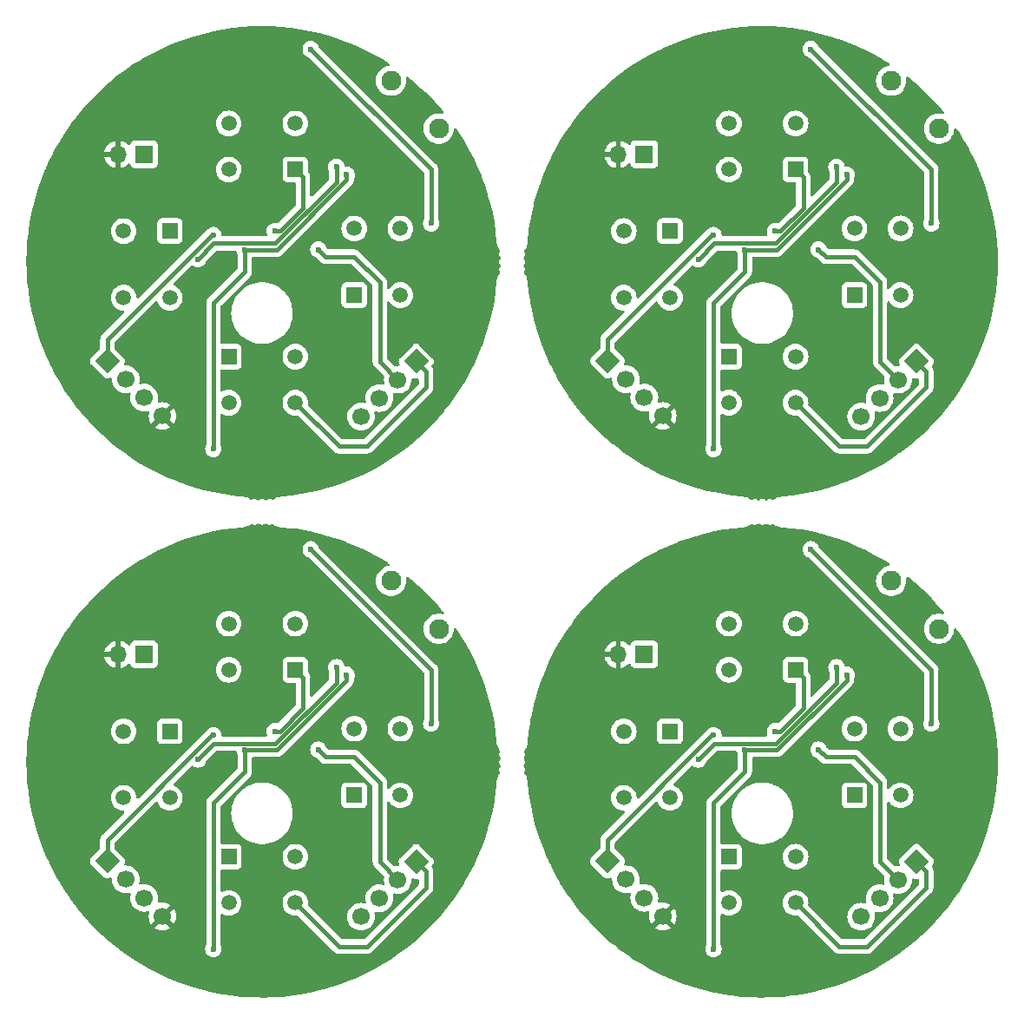
<source format=gbl>
G04 #@! TF.GenerationSoftware,KiCad,Pcbnew,7.0.5*
G04 #@! TF.CreationDate,2023-12-30T15:13:16+10:00*
G04 #@! TF.ProjectId,SimonGame,53696d6f-6e47-4616-9d65-2e6b69636164,rev?*
G04 #@! TF.SameCoordinates,Original*
G04 #@! TF.FileFunction,Copper,L2,Bot*
G04 #@! TF.FilePolarity,Positive*
%FSLAX46Y46*%
G04 Gerber Fmt 4.6, Leading zero omitted, Abs format (unit mm)*
G04 Created by KiCad (PCBNEW 7.0.5) date 2023-12-30 15:13:16*
%MOMM*%
%LPD*%
G01*
G04 APERTURE LIST*
G04 Aperture macros list*
%AMHorizOval*
0 Thick line with rounded ends*
0 $1 width*
0 $2 $3 position (X,Y) of the first rounded end (center of the circle)*
0 $4 $5 position (X,Y) of the second rounded end (center of the circle)*
0 Add line between two ends*
20,1,$1,$2,$3,$4,$5,0*
0 Add two circle primitives to create the rounded ends*
1,1,$1,$2,$3*
1,1,$1,$4,$5*%
%AMRotRect*
0 Rectangle, with rotation*
0 The origin of the aperture is its center*
0 $1 length*
0 $2 width*
0 $3 Rotation angle, in degrees counterclockwise*
0 Add horizontal line*
21,1,$1,$2,0,0,$3*%
G04 Aperture macros list end*
G04 #@! TA.AperFunction,ComponentPad*
%ADD10O,1.700000X1.700000*%
G04 #@! TD*
G04 #@! TA.AperFunction,ComponentPad*
%ADD11R,1.700000X1.700000*%
G04 #@! TD*
G04 #@! TA.AperFunction,ComponentPad*
%ADD12HorizOval,1.700000X0.000000X0.000000X0.000000X0.000000X0*%
G04 #@! TD*
G04 #@! TA.AperFunction,ComponentPad*
%ADD13RotRect,1.700000X1.700000X315.000000*%
G04 #@! TD*
G04 #@! TA.AperFunction,ComponentPad*
%ADD14C,1.950000*%
G04 #@! TD*
G04 #@! TA.AperFunction,ComponentPad*
%ADD15R,1.500000X1.500000*%
G04 #@! TD*
G04 #@! TA.AperFunction,ComponentPad*
%ADD16C,1.500000*%
G04 #@! TD*
G04 #@! TA.AperFunction,ComponentPad*
%ADD17HorizOval,1.700000X0.000000X0.000000X0.000000X0.000000X0*%
G04 #@! TD*
G04 #@! TA.AperFunction,ComponentPad*
%ADD18RotRect,1.700000X1.700000X45.000000*%
G04 #@! TD*
G04 #@! TA.AperFunction,ViaPad*
%ADD19C,0.600000*%
G04 #@! TD*
G04 #@! TA.AperFunction,Conductor*
%ADD20C,0.400000*%
G04 #@! TD*
G04 APERTURE END LIST*
D10*
X119860000Y-105300000D03*
D11*
X122400000Y-105300000D03*
D12*
X143557897Y-130892103D03*
X145353949Y-129096051D03*
X147150000Y-127300000D03*
D13*
X148946051Y-125503949D03*
D14*
X151150000Y-102800000D03*
X146483095Y-98133095D03*
D15*
X124900000Y-112800000D03*
D16*
X124900000Y-119300000D03*
X120400000Y-112800000D03*
X120400000Y-119300000D03*
D17*
X124196052Y-130846052D03*
X122400000Y-129050000D03*
X120603949Y-127253949D03*
D18*
X118807898Y-125457898D03*
D16*
X147400000Y-112550000D03*
X147400000Y-119050000D03*
X142900000Y-112550000D03*
D15*
X142900000Y-119050000D03*
D16*
X130650000Y-102300000D03*
X137150000Y-102300000D03*
X130650000Y-106800000D03*
D15*
X137150000Y-106800000D03*
D16*
X137150000Y-129550000D03*
X130650000Y-129550000D03*
X137150000Y-125050000D03*
D15*
X130650000Y-125050000D03*
D10*
X71060000Y-105300000D03*
D11*
X73600000Y-105300000D03*
D12*
X94757897Y-130892103D03*
X96553949Y-129096051D03*
X98350000Y-127300000D03*
D13*
X100146051Y-125503949D03*
D14*
X102350000Y-102800000D03*
X97683095Y-98133095D03*
D15*
X76100000Y-112800000D03*
D16*
X76100000Y-119300000D03*
X71600000Y-112800000D03*
X71600000Y-119300000D03*
X98600000Y-112550000D03*
X98600000Y-119050000D03*
X94100000Y-112550000D03*
D15*
X94100000Y-119050000D03*
D16*
X81850000Y-102300000D03*
X88350000Y-102300000D03*
X81850000Y-106800000D03*
D15*
X88350000Y-106800000D03*
D17*
X75396052Y-130846052D03*
X73600000Y-129050000D03*
X71803949Y-127253949D03*
D18*
X70007898Y-125457898D03*
D16*
X88350000Y-129550000D03*
X81850000Y-129550000D03*
X88350000Y-125050000D03*
D15*
X81850000Y-125050000D03*
D10*
X119860000Y-56500000D03*
D11*
X122400000Y-56500000D03*
D15*
X124900000Y-64000000D03*
D16*
X124900000Y-70500000D03*
X120400000Y-64000000D03*
X120400000Y-70500000D03*
X147400000Y-63750000D03*
X147400000Y-70250000D03*
X142900000Y-63750000D03*
D15*
X142900000Y-70250000D03*
D16*
X130650000Y-53500000D03*
X137150000Y-53500000D03*
X130650000Y-58000000D03*
D15*
X137150000Y-58000000D03*
D17*
X124196052Y-82046052D03*
X122400000Y-80250000D03*
X120603949Y-78453949D03*
D18*
X118807898Y-76657898D03*
D16*
X137150000Y-80750000D03*
X130650000Y-80750000D03*
X137150000Y-76250000D03*
D15*
X130650000Y-76250000D03*
D14*
X151150000Y-54000000D03*
X146483095Y-49333095D03*
D12*
X143557897Y-82092103D03*
X145353949Y-80296051D03*
X147150000Y-78500000D03*
D13*
X148946051Y-76703949D03*
D10*
X71060000Y-56500000D03*
D11*
X73600000Y-56500000D03*
D12*
X94757897Y-82092103D03*
X96553949Y-80296051D03*
X98350000Y-78500000D03*
D13*
X100146051Y-76703949D03*
D17*
X75396052Y-82046052D03*
X73600000Y-80250000D03*
X71803949Y-78453949D03*
D18*
X70007898Y-76657898D03*
D14*
X102350000Y-54000000D03*
X97683095Y-49333095D03*
D15*
X76100000Y-64000000D03*
D16*
X76100000Y-70500000D03*
X71600000Y-64000000D03*
X71600000Y-70500000D03*
X81850000Y-53500000D03*
X88350000Y-53500000D03*
X81850000Y-58000000D03*
D15*
X88350000Y-58000000D03*
D16*
X98600000Y-63750000D03*
X98600000Y-70250000D03*
X94100000Y-63750000D03*
D15*
X94100000Y-70250000D03*
D16*
X88350000Y-80750000D03*
X81850000Y-80750000D03*
X88350000Y-76250000D03*
D15*
X81850000Y-76250000D03*
D19*
X127400000Y-112600000D03*
X152650000Y-105300000D03*
X140400000Y-113300000D03*
X133200000Y-112800000D03*
X134900000Y-127300000D03*
X121400000Y-124050000D03*
X113650000Y-124800000D03*
X145400000Y-114050000D03*
X139900000Y-117550000D03*
X139650000Y-100050000D03*
X127650000Y-132300000D03*
X150900000Y-122050000D03*
X111900000Y-115800000D03*
X127400000Y-119300000D03*
X127800000Y-100400000D03*
X143650000Y-96300000D03*
X123400000Y-135800000D03*
X118650000Y-132050000D03*
X122650000Y-116050000D03*
X138650000Y-95050000D03*
X150400000Y-112050000D03*
X129150000Y-113200000D03*
X113650000Y-108800000D03*
X126000000Y-95400000D03*
X118200000Y-111600000D03*
X133650000Y-94050000D03*
X135900000Y-131300000D03*
X142400000Y-109550000D03*
X127900000Y-109550000D03*
X141400000Y-121800000D03*
X139400000Y-114600000D03*
X139000000Y-124200000D03*
X128600000Y-137200000D03*
X127150000Y-122300000D03*
X137900000Y-135050000D03*
X134900000Y-117300000D03*
X134150000Y-104300000D03*
X129150000Y-134050000D03*
X132200000Y-114626500D03*
X155650000Y-120800000D03*
X127650000Y-115550000D03*
X141150000Y-106550000D03*
X118400000Y-117800000D03*
X142650000Y-128050000D03*
X142150000Y-107300000D03*
X149900000Y-131550000D03*
X130400000Y-122800000D03*
X147400000Y-123050000D03*
X153150000Y-116050000D03*
X135150000Y-112800000D03*
X118600000Y-99600000D03*
X143400000Y-136050000D03*
X84400000Y-112800000D03*
X89100000Y-135050000D03*
X91600000Y-113300000D03*
X72600000Y-124050000D03*
X96600000Y-114050000D03*
X104350000Y-116050000D03*
X78850000Y-132300000D03*
X85350000Y-104300000D03*
X73850000Y-116050000D03*
X74600000Y-135800000D03*
X69800000Y-99600000D03*
X64850000Y-108800000D03*
X69400000Y-111600000D03*
X78600000Y-119300000D03*
X79000000Y-100400000D03*
X94850000Y-96300000D03*
X78600000Y-112600000D03*
X69850000Y-132050000D03*
X98600000Y-123050000D03*
X102100000Y-122050000D03*
X78350000Y-122300000D03*
X89850000Y-95050000D03*
X103850000Y-105300000D03*
X101600000Y-112050000D03*
X80350000Y-113200000D03*
X87100000Y-131300000D03*
X90200000Y-124200000D03*
X84850000Y-94050000D03*
X63100000Y-115800000D03*
X93600000Y-109550000D03*
X106850000Y-120800000D03*
X77200000Y-95400000D03*
X92600000Y-121800000D03*
X86100000Y-127300000D03*
X86100000Y-117300000D03*
X80350000Y-134050000D03*
X90850000Y-100050000D03*
X91100000Y-117550000D03*
X83400000Y-114626500D03*
X79800000Y-137200000D03*
X78850000Y-115550000D03*
X92350000Y-106550000D03*
X69600000Y-117800000D03*
X79100000Y-109550000D03*
X93850000Y-128050000D03*
X101100000Y-131550000D03*
X81600000Y-122800000D03*
X86350000Y-112800000D03*
X64850000Y-124800000D03*
X94600000Y-136050000D03*
X90600000Y-114600000D03*
X93350000Y-107300000D03*
X139000000Y-75400000D03*
X133200000Y-64000000D03*
X137900000Y-86250000D03*
X152650000Y-56500000D03*
X134900000Y-78500000D03*
X113650000Y-76000000D03*
X153150000Y-67250000D03*
X126000000Y-46600000D03*
X139650000Y-51250000D03*
X127650000Y-83500000D03*
X134150000Y-55500000D03*
X155650000Y-72000000D03*
X118600000Y-50800000D03*
X127400000Y-70500000D03*
X118650000Y-83250000D03*
X147400000Y-74250000D03*
X127150000Y-73500000D03*
X121400000Y-75250000D03*
X140400000Y-64500000D03*
X129150000Y-64400000D03*
X139400000Y-65800000D03*
X113650000Y-60000000D03*
X138650000Y-46250000D03*
X150900000Y-73250000D03*
X135900000Y-82500000D03*
X127400000Y-63800000D03*
X133650000Y-45250000D03*
X142400000Y-60750000D03*
X127900000Y-60750000D03*
X118200000Y-62800000D03*
X141400000Y-73000000D03*
X128600000Y-88400000D03*
X134900000Y-68500000D03*
X132200000Y-65826500D03*
X122650000Y-67250000D03*
X127800000Y-51600000D03*
X127650000Y-66750000D03*
X141150000Y-57750000D03*
X118400000Y-69000000D03*
X129150000Y-85250000D03*
X143650000Y-47500000D03*
X142650000Y-79250000D03*
X142150000Y-58500000D03*
X149900000Y-82750000D03*
X130400000Y-74000000D03*
X111900000Y-67000000D03*
X123400000Y-87000000D03*
X139900000Y-68750000D03*
X145400000Y-65250000D03*
X135150000Y-64000000D03*
X150400000Y-63250000D03*
X143400000Y-87250000D03*
X92600000Y-73000000D03*
X90200000Y-75400000D03*
X69400000Y-62800000D03*
X84400000Y-64000000D03*
X78600000Y-63800000D03*
X81600000Y-74000000D03*
X90850000Y-51250000D03*
X86100000Y-68500000D03*
X103850000Y-56500000D03*
X98600000Y-74250000D03*
X89100000Y-86250000D03*
X87100000Y-82500000D03*
X86100000Y-78500000D03*
X78850000Y-83500000D03*
X85350000Y-55500000D03*
X79100000Y-60750000D03*
X73850000Y-67250000D03*
X69600000Y-69000000D03*
X72600000Y-75250000D03*
X104350000Y-67250000D03*
X102100000Y-73250000D03*
X106850000Y-72000000D03*
X101100000Y-82750000D03*
X94600000Y-87250000D03*
X79800000Y-88400000D03*
X74600000Y-87000000D03*
X69850000Y-83250000D03*
X64850000Y-76000000D03*
X63100000Y-67000000D03*
X69800000Y-50800000D03*
X64850000Y-60000000D03*
X79000000Y-51600000D03*
X77200000Y-46600000D03*
X84850000Y-45250000D03*
X94850000Y-47500000D03*
X93600000Y-60750000D03*
X96600000Y-65250000D03*
X91600000Y-64500000D03*
X78350000Y-73500000D03*
X78600000Y-70500000D03*
X91100000Y-68750000D03*
X93850000Y-79250000D03*
X80350000Y-64400000D03*
X90600000Y-65800000D03*
X101600000Y-63250000D03*
X89850000Y-46250000D03*
X78850000Y-66750000D03*
X92350000Y-57750000D03*
X93350000Y-58500000D03*
X83400000Y-65826500D03*
X80350000Y-85250000D03*
X86350000Y-64000000D03*
D20*
X135200000Y-114000000D02*
X141150000Y-108050000D01*
X141150000Y-108050000D02*
X141150000Y-106550000D01*
X132200000Y-114626500D02*
X135318790Y-114626500D01*
X129150000Y-119800000D02*
X129150000Y-134050000D01*
X142150000Y-107795290D02*
X142150000Y-107300000D01*
X129200000Y-114000000D02*
X135200000Y-114000000D01*
X137150000Y-129550000D02*
X141400000Y-133800000D01*
X137900000Y-110550000D02*
X137900000Y-107550000D01*
X140100000Y-115300000D02*
X142900000Y-115300000D01*
X145400000Y-117800000D02*
X145400000Y-125550000D01*
X118807898Y-123392102D02*
X118807898Y-125457898D01*
X129000000Y-113200000D02*
X118807898Y-123392102D01*
X145400000Y-125550000D02*
X147150000Y-127300000D01*
X142900000Y-115300000D02*
X145400000Y-117800000D01*
X139400000Y-114600000D02*
X140100000Y-115300000D01*
X129150000Y-113200000D02*
X129000000Y-113200000D01*
X150400000Y-106800000D02*
X138650000Y-95050000D01*
X150400000Y-112050000D02*
X150400000Y-106800000D01*
X135318790Y-114626500D02*
X142150000Y-107795290D01*
X149900000Y-128050000D02*
X149900000Y-126457898D01*
X132200000Y-114626500D02*
X132200000Y-116750000D01*
X135150000Y-112800000D02*
X135650000Y-112800000D01*
X149900000Y-126457898D02*
X148946051Y-125503949D01*
X137900000Y-107550000D02*
X137150000Y-106800000D01*
X127650000Y-115550000D02*
X129200000Y-114000000D01*
X141400000Y-133800000D02*
X144150000Y-133800000D01*
X135650000Y-112800000D02*
X137900000Y-110550000D01*
X132200000Y-116750000D02*
X129150000Y-119800000D01*
X144150000Y-133800000D02*
X149900000Y-128050000D01*
X80400000Y-114000000D02*
X86400000Y-114000000D01*
X78850000Y-115550000D02*
X80400000Y-114000000D01*
X83400000Y-114626500D02*
X86518790Y-114626500D01*
X80350000Y-119800000D02*
X80350000Y-134050000D01*
X92350000Y-108050000D02*
X92350000Y-106550000D01*
X86518790Y-114626500D02*
X93350000Y-107795290D01*
X89100000Y-110550000D02*
X89100000Y-107550000D01*
X86350000Y-112800000D02*
X86850000Y-112800000D01*
X88350000Y-129550000D02*
X92600000Y-133800000D01*
X91300000Y-115300000D02*
X94100000Y-115300000D01*
X96600000Y-117800000D02*
X96600000Y-125550000D01*
X80200000Y-113200000D02*
X70007898Y-123392102D01*
X96600000Y-125550000D02*
X98350000Y-127300000D01*
X94100000Y-115300000D02*
X96600000Y-117800000D01*
X90600000Y-114600000D02*
X91300000Y-115300000D01*
X101600000Y-106800000D02*
X89850000Y-95050000D01*
X101600000Y-112050000D02*
X101600000Y-106800000D01*
X93350000Y-107795290D02*
X93350000Y-107300000D01*
X83400000Y-114626500D02*
X83400000Y-116750000D01*
X80350000Y-113200000D02*
X80200000Y-113200000D01*
X101100000Y-126457898D02*
X100146051Y-125503949D01*
X89100000Y-107550000D02*
X88350000Y-106800000D01*
X92600000Y-133800000D02*
X95350000Y-133800000D01*
X70007898Y-123392102D02*
X70007898Y-125457898D01*
X83400000Y-116750000D02*
X80350000Y-119800000D01*
X86850000Y-112800000D02*
X89100000Y-110550000D01*
X86400000Y-114000000D02*
X92350000Y-108050000D01*
X101100000Y-128050000D02*
X101100000Y-126457898D01*
X95350000Y-133800000D02*
X101100000Y-128050000D01*
X135200000Y-65200000D02*
X141150000Y-59250000D01*
X141150000Y-59250000D02*
X141150000Y-57750000D01*
X129200000Y-65200000D02*
X135200000Y-65200000D01*
X132200000Y-65826500D02*
X135318790Y-65826500D01*
X142150000Y-58995290D02*
X142150000Y-58500000D01*
X135318790Y-65826500D02*
X142150000Y-58995290D01*
X137900000Y-61750000D02*
X137900000Y-58750000D01*
X149900000Y-79250000D02*
X149900000Y-77657898D01*
X137150000Y-80750000D02*
X141400000Y-85000000D01*
X141400000Y-85000000D02*
X144150000Y-85000000D01*
X132200000Y-67950000D02*
X129150000Y-71000000D01*
X135150000Y-64000000D02*
X135650000Y-64000000D01*
X140100000Y-66500000D02*
X142900000Y-66500000D01*
X118807898Y-74592102D02*
X118807898Y-76657898D01*
X129000000Y-64400000D02*
X118807898Y-74592102D01*
X145400000Y-76750000D02*
X147150000Y-78500000D01*
X142900000Y-66500000D02*
X145400000Y-69000000D01*
X139400000Y-65800000D02*
X140100000Y-66500000D01*
X129150000Y-71000000D02*
X129150000Y-85250000D01*
X150400000Y-58000000D02*
X138650000Y-46250000D01*
X150400000Y-63250000D02*
X150400000Y-58000000D01*
X129150000Y-64400000D02*
X129000000Y-64400000D01*
X132200000Y-65826500D02*
X132200000Y-67950000D01*
X137900000Y-58750000D02*
X137150000Y-58000000D01*
X135650000Y-64000000D02*
X137900000Y-61750000D01*
X149900000Y-77657898D02*
X148946051Y-76703949D01*
X127650000Y-66750000D02*
X129200000Y-65200000D01*
X144150000Y-85000000D02*
X149900000Y-79250000D01*
X145400000Y-69000000D02*
X145400000Y-76750000D01*
X96600000Y-76750000D02*
X98350000Y-78500000D01*
X94100000Y-66500000D02*
X96600000Y-69000000D01*
X90600000Y-65800000D02*
X91300000Y-66500000D01*
X96600000Y-69000000D02*
X96600000Y-76750000D01*
X91300000Y-66500000D02*
X94100000Y-66500000D01*
X93350000Y-58995290D02*
X93350000Y-58500000D01*
X86518790Y-65826500D02*
X93350000Y-58995290D01*
X83400000Y-65826500D02*
X86518790Y-65826500D01*
X83400000Y-65826500D02*
X83400000Y-67950000D01*
X83400000Y-67950000D02*
X80350000Y-71000000D01*
X80350000Y-71000000D02*
X80350000Y-85250000D01*
X70007898Y-74592102D02*
X70007898Y-76657898D01*
X80200000Y-64400000D02*
X70007898Y-74592102D01*
X80350000Y-64400000D02*
X80200000Y-64400000D01*
X86400000Y-65200000D02*
X92350000Y-59250000D01*
X92350000Y-59250000D02*
X92350000Y-57750000D01*
X80400000Y-65200000D02*
X86400000Y-65200000D01*
X78850000Y-66750000D02*
X80400000Y-65200000D01*
X101600000Y-63250000D02*
X101600000Y-58000000D01*
X101600000Y-58000000D02*
X89850000Y-46250000D01*
X101100000Y-77657898D02*
X100146051Y-76703949D01*
X95350000Y-85000000D02*
X101100000Y-79250000D01*
X92600000Y-85000000D02*
X95350000Y-85000000D01*
X101100000Y-79250000D02*
X101100000Y-77657898D01*
X88350000Y-80750000D02*
X92600000Y-85000000D01*
X89100000Y-58750000D02*
X88350000Y-58000000D01*
X86850000Y-64000000D02*
X89100000Y-61750000D01*
X89100000Y-61750000D02*
X89100000Y-58750000D01*
X86350000Y-64000000D02*
X86850000Y-64000000D01*
G04 #@! TA.AperFunction,Conductor*
G36*
X133921811Y-44015223D02*
G01*
X134868098Y-44035609D01*
X134870516Y-44035712D01*
X135815174Y-44095141D01*
X135817607Y-44095344D01*
X136758987Y-44193716D01*
X136761444Y-44194023D01*
X137697955Y-44331167D01*
X137700397Y-44331577D01*
X138630430Y-44507258D01*
X138632883Y-44507774D01*
X139554858Y-44721692D01*
X139557281Y-44722308D01*
X140469621Y-44974095D01*
X140472049Y-44974820D01*
X141087590Y-45172379D01*
X141331666Y-45250716D01*
X141373193Y-45264044D01*
X141375614Y-45264877D01*
X142264038Y-45591048D01*
X142266423Y-45591980D01*
X143140634Y-45954548D01*
X143142976Y-45955576D01*
X144001517Y-46353940D01*
X144003754Y-46355036D01*
X144845102Y-46788489D01*
X144847313Y-46789687D01*
X145174608Y-46975789D01*
X145670050Y-47257501D01*
X145672249Y-47258812D01*
X146296111Y-47648470D01*
X146342543Y-47700680D01*
X146353377Y-47769704D01*
X146325174Y-47833629D01*
X146266888Y-47872158D01*
X146250833Y-47875950D01*
X146119635Y-47897843D01*
X145888365Y-47977238D01*
X145888360Y-47977240D01*
X145673307Y-48093621D01*
X145673303Y-48093624D01*
X145480347Y-48243808D01*
X145480337Y-48243817D01*
X145314727Y-48423716D01*
X145180983Y-48628428D01*
X145082758Y-48852360D01*
X145022731Y-49089399D01*
X145022729Y-49089411D01*
X145002538Y-49333089D01*
X145002538Y-49333100D01*
X145022729Y-49576778D01*
X145022731Y-49576790D01*
X145082758Y-49813829D01*
X145180983Y-50037761D01*
X145314727Y-50242473D01*
X145480337Y-50422372D01*
X145480347Y-50422381D01*
X145673303Y-50572565D01*
X145673307Y-50572568D01*
X145888362Y-50688950D01*
X145888365Y-50688951D01*
X146119636Y-50768346D01*
X146119638Y-50768346D01*
X146119640Y-50768347D01*
X146360832Y-50808595D01*
X146360833Y-50808595D01*
X146605357Y-50808595D01*
X146605358Y-50808595D01*
X146846550Y-50768347D01*
X147077828Y-50688950D01*
X147292883Y-50572568D01*
X147485849Y-50422376D01*
X147651463Y-50242472D01*
X147785206Y-50037762D01*
X147883431Y-49813831D01*
X147943459Y-49576787D01*
X147963652Y-49333095D01*
X147953286Y-49207999D01*
X147943460Y-49089411D01*
X147943459Y-49089407D01*
X147943459Y-49089403D01*
X147943456Y-49089390D01*
X147943429Y-49089281D01*
X147943430Y-49089234D01*
X147942614Y-49084339D01*
X147943621Y-49084170D01*
X147946053Y-49019460D01*
X147986009Y-48962143D01*
X148050610Y-48935526D01*
X148119346Y-48948060D01*
X148141811Y-48962589D01*
X148725060Y-49436340D01*
X148755726Y-49461249D01*
X148757662Y-49462888D01*
X149467031Y-50089414D01*
X149468895Y-50091130D01*
X150151791Y-50746398D01*
X150153601Y-50748208D01*
X150808869Y-51431104D01*
X150810587Y-51432970D01*
X151437131Y-52142360D01*
X151438750Y-52144273D01*
X151615448Y-52361811D01*
X151642436Y-52426258D01*
X151630297Y-52495066D01*
X151582885Y-52546387D01*
X151515253Y-52563928D01*
X151498790Y-52562300D01*
X151272263Y-52524500D01*
X151027737Y-52524500D01*
X150979498Y-52532549D01*
X150786541Y-52564748D01*
X150555270Y-52644143D01*
X150555265Y-52644145D01*
X150340212Y-52760526D01*
X150340208Y-52760529D01*
X150147252Y-52910713D01*
X150147242Y-52910722D01*
X149981632Y-53090621D01*
X149847888Y-53295333D01*
X149749663Y-53519265D01*
X149689636Y-53756304D01*
X149689634Y-53756316D01*
X149669443Y-53999994D01*
X149669443Y-54000005D01*
X149689634Y-54243683D01*
X149689636Y-54243695D01*
X149749663Y-54480734D01*
X149847888Y-54704666D01*
X149981632Y-54909378D01*
X150147242Y-55089277D01*
X150147252Y-55089286D01*
X150340208Y-55239470D01*
X150340212Y-55239473D01*
X150555267Y-55355855D01*
X150555270Y-55355856D01*
X150786541Y-55435251D01*
X150786543Y-55435251D01*
X150786545Y-55435252D01*
X151027737Y-55475500D01*
X151027738Y-55475500D01*
X151272262Y-55475500D01*
X151272263Y-55475500D01*
X151513455Y-55435252D01*
X151744733Y-55355855D01*
X151959788Y-55239473D01*
X152152754Y-55089281D01*
X152318368Y-54909377D01*
X152452111Y-54704667D01*
X152550336Y-54480736D01*
X152610364Y-54243692D01*
X152625369Y-54062601D01*
X152650522Y-53997421D01*
X152706923Y-53956182D01*
X152776667Y-53951984D01*
X152837609Y-53986157D01*
X152851315Y-54002871D01*
X153138430Y-54422912D01*
X153139831Y-54425054D01*
X153641187Y-55227750D01*
X153642498Y-55229949D01*
X154110303Y-56052669D01*
X154111519Y-56054914D01*
X154212025Y-56250000D01*
X154544957Y-56896233D01*
X154546068Y-56898502D01*
X154765346Y-57371082D01*
X154944422Y-57757021D01*
X154945451Y-57759365D01*
X155308019Y-58633576D01*
X155308951Y-58635961D01*
X155635122Y-59524385D01*
X155635955Y-59526806D01*
X155925179Y-60427950D01*
X155925911Y-60430403D01*
X156177683Y-61342687D01*
X156178313Y-61345168D01*
X156392219Y-62267089D01*
X156392746Y-62269594D01*
X156568415Y-63199560D01*
X156568837Y-63202084D01*
X156690865Y-64035368D01*
X156705969Y-64138503D01*
X156706287Y-64141043D01*
X156714327Y-64217979D01*
X156804650Y-65082349D01*
X156804861Y-65084869D01*
X156806288Y-65107544D01*
X156864285Y-66029437D01*
X156864391Y-66031947D01*
X156875307Y-66538659D01*
X156884775Y-66978149D01*
X156884777Y-66980709D01*
X156866087Y-67926948D01*
X156865983Y-67929506D01*
X156808250Y-68874150D01*
X156808041Y-68876701D01*
X156711365Y-69818152D01*
X156711051Y-69820693D01*
X156575595Y-70757354D01*
X156575177Y-70759880D01*
X156401173Y-71690156D01*
X156400650Y-71692663D01*
X156188395Y-72614964D01*
X156187770Y-72617447D01*
X155937631Y-73530173D01*
X155936903Y-73532627D01*
X155649283Y-74434316D01*
X155648454Y-74436739D01*
X155323886Y-75325710D01*
X155322959Y-75328096D01*
X154961951Y-76202962D01*
X154960926Y-76205308D01*
X154564123Y-77064509D01*
X154563002Y-77066811D01*
X154131066Y-77908907D01*
X154129851Y-77911160D01*
X153663517Y-78734724D01*
X153662210Y-78736925D01*
X153162301Y-79540498D01*
X153160904Y-79542643D01*
X152628235Y-80324923D01*
X152626750Y-80327009D01*
X152062243Y-81086635D01*
X152060674Y-81088657D01*
X151465310Y-81824311D01*
X151463659Y-81826268D01*
X150838403Y-82536758D01*
X150836673Y-82538644D01*
X150182652Y-83222688D01*
X150180845Y-83224501D01*
X149499133Y-83880977D01*
X149497253Y-83882714D01*
X148789031Y-84510485D01*
X148787081Y-84512143D01*
X148053551Y-85110144D01*
X148051534Y-85111720D01*
X147293923Y-85678950D01*
X147291843Y-85680441D01*
X146511474Y-86215907D01*
X146509333Y-86217311D01*
X145707544Y-86720098D01*
X145705347Y-86721413D01*
X144883475Y-87190682D01*
X144881226Y-87191905D01*
X144040699Y-87626841D01*
X144038402Y-87627970D01*
X143180607Y-88027854D01*
X143178265Y-88028887D01*
X142304694Y-88393023D01*
X142302312Y-88393959D01*
X141414494Y-88721711D01*
X141412075Y-88722548D01*
X140511450Y-89013384D01*
X140509015Y-89014115D01*
X140053079Y-89140823D01*
X139597161Y-89267526D01*
X139594681Y-89268160D01*
X138673143Y-89483715D01*
X138670639Y-89484247D01*
X137740988Y-89661579D01*
X137738464Y-89662006D01*
X136802288Y-89800813D01*
X136799749Y-89801136D01*
X135877743Y-89899151D01*
X135871184Y-89899499D01*
X135781903Y-89899499D01*
X135548631Y-89936445D01*
X135324002Y-90009432D01*
X135113563Y-90116657D01*
X135007465Y-90193741D01*
X134941659Y-90217220D01*
X134883070Y-90206216D01*
X134792458Y-90164835D01*
X134756904Y-90159723D01*
X134685799Y-90149500D01*
X134614201Y-90149500D01*
X134601737Y-90151292D01*
X134507543Y-90164834D01*
X134376628Y-90224622D01*
X134376622Y-90224625D01*
X134356201Y-90242321D01*
X134292645Y-90271345D01*
X134223487Y-90261401D01*
X134193799Y-90242321D01*
X134173377Y-90224625D01*
X134173371Y-90224622D01*
X134042456Y-90164834D01*
X133962611Y-90153355D01*
X133935799Y-90149500D01*
X133864201Y-90149500D01*
X133851737Y-90151292D01*
X133757543Y-90164834D01*
X133626629Y-90224621D01*
X133606200Y-90242323D01*
X133542643Y-90271345D01*
X133473485Y-90261400D01*
X133443799Y-90242321D01*
X133423377Y-90224625D01*
X133423371Y-90224622D01*
X133292456Y-90164834D01*
X133212611Y-90153355D01*
X133185799Y-90149500D01*
X133114201Y-90149500D01*
X133101737Y-90151292D01*
X133007543Y-90164834D01*
X132916930Y-90206217D01*
X132847771Y-90216161D01*
X132792533Y-90193741D01*
X132686434Y-90116656D01*
X132686434Y-90116655D01*
X132475997Y-90009432D01*
X132251368Y-89936445D01*
X132018097Y-89899499D01*
X132018092Y-89899499D01*
X131928687Y-89899499D01*
X131922169Y-89899156D01*
X131855110Y-89892070D01*
X131029432Y-89804831D01*
X131026970Y-89804521D01*
X130119611Y-89671769D01*
X130117164Y-89671361D01*
X129215807Y-89502418D01*
X129213431Y-89501924D01*
X128501955Y-89338867D01*
X128319560Y-89297066D01*
X128317154Y-89296464D01*
X127683871Y-89124400D01*
X127432186Y-89056016D01*
X127429816Y-89055321D01*
X126555185Y-88779674D01*
X126552851Y-88778886D01*
X125689950Y-88468478D01*
X125687633Y-88467592D01*
X125481134Y-88383837D01*
X124837831Y-88122916D01*
X124835567Y-88121945D01*
X124000238Y-87743557D01*
X123998000Y-87742489D01*
X123178475Y-87330996D01*
X123176281Y-87329838D01*
X122573789Y-86996503D01*
X122373852Y-86885885D01*
X122371760Y-86884672D01*
X121587728Y-86408978D01*
X121585641Y-86407654D01*
X120821271Y-85900987D01*
X120819232Y-85899576D01*
X120430731Y-85619062D01*
X120075736Y-85362740D01*
X120073772Y-85361261D01*
X119951846Y-85265579D01*
X119352344Y-84795118D01*
X119350454Y-84793572D01*
X118652236Y-84199017D01*
X118650397Y-84197387D01*
X117976537Y-83575398D01*
X117974748Y-83573679D01*
X117326320Y-82925251D01*
X117324601Y-82923462D01*
X116803539Y-82358946D01*
X116702609Y-82249599D01*
X116700984Y-82247767D01*
X116106422Y-81549540D01*
X116104886Y-81547661D01*
X115538726Y-80826211D01*
X115537265Y-80824271D01*
X115030456Y-80122362D01*
X115000423Y-80080767D01*
X114999012Y-80078728D01*
X114492345Y-79314358D01*
X114491029Y-79312285D01*
X114015317Y-78528224D01*
X114014123Y-78526163D01*
X113599153Y-77776120D01*
X113570161Y-77723718D01*
X113569003Y-77721524D01*
X113546747Y-77677200D01*
X113353757Y-77292842D01*
X113157510Y-76901999D01*
X113156442Y-76899761D01*
X113046882Y-76657897D01*
X117100170Y-76657897D01*
X117120650Y-76800353D01*
X117120651Y-76800357D01*
X117180437Y-76931268D01*
X117180438Y-76931269D01*
X117180439Y-76931271D01*
X117218058Y-76977954D01*
X117218061Y-76977957D01*
X117218066Y-76977963D01*
X118306014Y-78065908D01*
X118487842Y-78247736D01*
X118487846Y-78247739D01*
X118487848Y-78247741D01*
X118534524Y-78285357D01*
X118665438Y-78345144D01*
X118665439Y-78345144D01*
X118665441Y-78345145D01*
X118807898Y-78365626D01*
X118950355Y-78345145D01*
X119077016Y-78287299D01*
X119146174Y-78277356D01*
X119209730Y-78306380D01*
X119247505Y-78365158D01*
X119252056Y-78410901D01*
X119248290Y-78453946D01*
X119248290Y-78453949D01*
X119268885Y-78689352D01*
X119268887Y-78689362D01*
X119330043Y-78917604D01*
X119330045Y-78917608D01*
X119330046Y-78917612D01*
X119425361Y-79122015D01*
X119429914Y-79131779D01*
X119429916Y-79131783D01*
X119499176Y-79230696D01*
X119565454Y-79325350D01*
X119732548Y-79492444D01*
X119771838Y-79519955D01*
X119926114Y-79627981D01*
X119926116Y-79627982D01*
X119926119Y-79627984D01*
X120140286Y-79727852D01*
X120368541Y-79789012D01*
X120548252Y-79804735D01*
X120603948Y-79809608D01*
X120603949Y-79809608D01*
X120603950Y-79809608D01*
X120659646Y-79804735D01*
X120839357Y-79789012D01*
X120940048Y-79762032D01*
X121009898Y-79763695D01*
X121067760Y-79802858D01*
X121095264Y-79867086D01*
X121091916Y-79913899D01*
X121064939Y-80014583D01*
X121064936Y-80014596D01*
X121044341Y-80249999D01*
X121044341Y-80250000D01*
X121064936Y-80485403D01*
X121064938Y-80485413D01*
X121126094Y-80713655D01*
X121126096Y-80713659D01*
X121126097Y-80713663D01*
X121200142Y-80872452D01*
X121225965Y-80927830D01*
X121225967Y-80927834D01*
X121307300Y-81043988D01*
X121361505Y-81121401D01*
X121528599Y-81288495D01*
X121594364Y-81334544D01*
X121722165Y-81424032D01*
X121722167Y-81424033D01*
X121722170Y-81424035D01*
X121936337Y-81523903D01*
X122164592Y-81585063D01*
X122325615Y-81599151D01*
X122399999Y-81605659D01*
X122400000Y-81605659D01*
X122400001Y-81605659D01*
X122439234Y-81602226D01*
X122635408Y-81585063D01*
X122736659Y-81557933D01*
X122806507Y-81559596D01*
X122864370Y-81598758D01*
X122891874Y-81662987D01*
X122888526Y-81709800D01*
X122861485Y-81810722D01*
X122861482Y-81810736D01*
X122840895Y-82046050D01*
X122840895Y-82046053D01*
X122861482Y-82281367D01*
X122861484Y-82281378D01*
X122922618Y-82509535D01*
X122922622Y-82509544D01*
X123022452Y-82723631D01*
X123022454Y-82723635D01*
X123081124Y-82807425D01*
X123081125Y-82807425D01*
X123712974Y-82175575D01*
X123736559Y-82255896D01*
X123814291Y-82376850D01*
X123922952Y-82471004D01*
X124053737Y-82530732D01*
X124063518Y-82532138D01*
X123434677Y-83160977D01*
X123518473Y-83219651D01*
X123732559Y-83319481D01*
X123732568Y-83319485D01*
X123960725Y-83380619D01*
X123960736Y-83380621D01*
X124196050Y-83401209D01*
X124196054Y-83401209D01*
X124431367Y-83380621D01*
X124431378Y-83380619D01*
X124659535Y-83319485D01*
X124659544Y-83319481D01*
X124873630Y-83219652D01*
X124873634Y-83219650D01*
X124957425Y-83160978D01*
X124957425Y-83160977D01*
X124328585Y-82532138D01*
X124338367Y-82530732D01*
X124469152Y-82471004D01*
X124577813Y-82376850D01*
X124655545Y-82255896D01*
X124679128Y-82175576D01*
X125310977Y-82807425D01*
X125310978Y-82807425D01*
X125369650Y-82723634D01*
X125369652Y-82723630D01*
X125469481Y-82509544D01*
X125469485Y-82509535D01*
X125530619Y-82281378D01*
X125530621Y-82281367D01*
X125551209Y-82046053D01*
X125551209Y-82046050D01*
X125530621Y-81810736D01*
X125530619Y-81810725D01*
X125469485Y-81582568D01*
X125469481Y-81582559D01*
X125369652Y-81368475D01*
X125369651Y-81368473D01*
X125310977Y-81284678D01*
X125310977Y-81284677D01*
X124679128Y-81916527D01*
X124655545Y-81836208D01*
X124577813Y-81715254D01*
X124469152Y-81621100D01*
X124338367Y-81561372D01*
X124328584Y-81559965D01*
X124957425Y-80931125D01*
X124957425Y-80931124D01*
X124873635Y-80872454D01*
X124873631Y-80872452D01*
X124659544Y-80772622D01*
X124659535Y-80772618D01*
X124431378Y-80711484D01*
X124431367Y-80711482D01*
X124196054Y-80690895D01*
X124196050Y-80690895D01*
X123960736Y-80711482D01*
X123960722Y-80711485D01*
X123859800Y-80738526D01*
X123789950Y-80736863D01*
X123732088Y-80697700D01*
X123704585Y-80633471D01*
X123707932Y-80586660D01*
X123735063Y-80485408D01*
X123755659Y-80250000D01*
X123735063Y-80014592D01*
X123673903Y-79786337D01*
X123574035Y-79572171D01*
X123572814Y-79570426D01*
X123438494Y-79378597D01*
X123271402Y-79211506D01*
X123271395Y-79211501D01*
X123077834Y-79075967D01*
X123077830Y-79075965D01*
X122973249Y-79027198D01*
X122863663Y-78976097D01*
X122863659Y-78976096D01*
X122863655Y-78976094D01*
X122635413Y-78914938D01*
X122635403Y-78914936D01*
X122400001Y-78894341D01*
X122399999Y-78894341D01*
X122164596Y-78914936D01*
X122164583Y-78914939D01*
X122063899Y-78941916D01*
X121994049Y-78940253D01*
X121936187Y-78901089D01*
X121908684Y-78836861D01*
X121912032Y-78790048D01*
X121926562Y-78735821D01*
X121939012Y-78689357D01*
X121959608Y-78453949D01*
X121939012Y-78218541D01*
X121877852Y-77990286D01*
X121777984Y-77776120D01*
X121740530Y-77722629D01*
X121642443Y-77582546D01*
X121475351Y-77415455D01*
X121475344Y-77415450D01*
X121281783Y-77279916D01*
X121281779Y-77279914D01*
X121239697Y-77260291D01*
X121067612Y-77180046D01*
X121067608Y-77180045D01*
X121067604Y-77180043D01*
X120839362Y-77118887D01*
X120839352Y-77118885D01*
X120603950Y-77098290D01*
X120603947Y-77098290D01*
X120560901Y-77102056D01*
X120492401Y-77088289D01*
X120442218Y-77039674D01*
X120426285Y-76971645D01*
X120437300Y-76927016D01*
X120441019Y-76918874D01*
X120495145Y-76800355D01*
X120515626Y-76657898D01*
X120495145Y-76515441D01*
X120486340Y-76496162D01*
X120435358Y-76384527D01*
X120435357Y-76384526D01*
X120435357Y-76384525D01*
X120397738Y-76337842D01*
X120397733Y-76337837D01*
X120397729Y-76337832D01*
X119544717Y-75484821D01*
X119511232Y-75423498D01*
X119508398Y-75397140D01*
X119508398Y-74933620D01*
X119528083Y-74866581D01*
X119544712Y-74845944D01*
X123513804Y-70876851D01*
X123575125Y-70843368D01*
X123644817Y-70848352D01*
X123700750Y-70890224D01*
X123717469Y-70924637D01*
X123718571Y-70924236D01*
X123720423Y-70929322D01*
X123720425Y-70929330D01*
X123740335Y-70972027D01*
X123812897Y-71127638D01*
X123812898Y-71127639D01*
X123938402Y-71306877D01*
X124093123Y-71461598D01*
X124272361Y-71587102D01*
X124470670Y-71679575D01*
X124682023Y-71736207D01*
X124864926Y-71752208D01*
X124899998Y-71755277D01*
X124900000Y-71755277D01*
X124900002Y-71755277D01*
X124931285Y-71752540D01*
X125117977Y-71736207D01*
X125329330Y-71679575D01*
X125527639Y-71587102D01*
X125706877Y-71461598D01*
X125861598Y-71306877D01*
X125987102Y-71127639D01*
X126079575Y-70929330D01*
X126136207Y-70717977D01*
X126155277Y-70500000D01*
X126136207Y-70282023D01*
X126079575Y-70070670D01*
X125987102Y-69872362D01*
X125987100Y-69872359D01*
X125987099Y-69872357D01*
X125861599Y-69693124D01*
X125790832Y-69622357D01*
X125706877Y-69538402D01*
X125527639Y-69412898D01*
X125527640Y-69412898D01*
X125527638Y-69412897D01*
X125374566Y-69341519D01*
X125329330Y-69320425D01*
X125329323Y-69320423D01*
X125324236Y-69318571D01*
X125324924Y-69316679D01*
X125272772Y-69284884D01*
X125242249Y-69222034D01*
X125250550Y-69152660D01*
X125276850Y-69113805D01*
X126993744Y-67396911D01*
X127055065Y-67363428D01*
X127124757Y-67368412D01*
X127147395Y-67379600D01*
X127147736Y-67379814D01*
X127147738Y-67379816D01*
X127300478Y-67475789D01*
X127414126Y-67515556D01*
X127470745Y-67535368D01*
X127470750Y-67535369D01*
X127649996Y-67555565D01*
X127650000Y-67555565D01*
X127650004Y-67555565D01*
X127829249Y-67535369D01*
X127829252Y-67535368D01*
X127829255Y-67535368D01*
X127999522Y-67475789D01*
X128152262Y-67379816D01*
X128279816Y-67252262D01*
X128375789Y-67099522D01*
X128412007Y-66996013D01*
X128441365Y-66949290D01*
X129453837Y-65936819D01*
X129515161Y-65903334D01*
X129541519Y-65900500D01*
X131291959Y-65900500D01*
X131358998Y-65920185D01*
X131404753Y-65972989D01*
X131412020Y-65999210D01*
X131413083Y-65998968D01*
X131414633Y-66005762D01*
X131474206Y-66176012D01*
X131474211Y-66176022D01*
X131475476Y-66178036D01*
X131480494Y-66186021D01*
X131499499Y-66251991D01*
X131499499Y-67608481D01*
X131479814Y-67675520D01*
X131463180Y-67696162D01*
X128670966Y-70488375D01*
X128668240Y-70490942D01*
X128621818Y-70532068D01*
X128586586Y-70583109D01*
X128584368Y-70586124D01*
X128546124Y-70634939D01*
X128546119Y-70634948D01*
X128541960Y-70644188D01*
X128530942Y-70663723D01*
X128525187Y-70672061D01*
X128525183Y-70672067D01*
X128525182Y-70672070D01*
X128525180Y-70672074D01*
X128525179Y-70672077D01*
X128503189Y-70730055D01*
X128501757Y-70733513D01*
X128476305Y-70790068D01*
X128474477Y-70800042D01*
X128468453Y-70821653D01*
X128464860Y-70831127D01*
X128464859Y-70831128D01*
X128457384Y-70892685D01*
X128456821Y-70896386D01*
X128445642Y-70957390D01*
X128445642Y-70957395D01*
X128449387Y-71019302D01*
X128449500Y-71023047D01*
X128449500Y-84824507D01*
X128430494Y-84890478D01*
X128424209Y-84900479D01*
X128364633Y-85070737D01*
X128364630Y-85070750D01*
X128344435Y-85249996D01*
X128344435Y-85250003D01*
X128364630Y-85429249D01*
X128364631Y-85429254D01*
X128424211Y-85599523D01*
X128470817Y-85673695D01*
X128520184Y-85752262D01*
X128647738Y-85879816D01*
X128800478Y-85975789D01*
X128970744Y-86035367D01*
X128970745Y-86035368D01*
X128970750Y-86035369D01*
X129149996Y-86055565D01*
X129150000Y-86055565D01*
X129150004Y-86055565D01*
X129329249Y-86035369D01*
X129329252Y-86035368D01*
X129329255Y-86035368D01*
X129499522Y-85975789D01*
X129652262Y-85879816D01*
X129779816Y-85752262D01*
X129875789Y-85599522D01*
X129935368Y-85429255D01*
X129942861Y-85362753D01*
X129955565Y-85250003D01*
X129955565Y-85249996D01*
X129935369Y-85070750D01*
X129935366Y-85070737D01*
X129875790Y-84900480D01*
X129875789Y-84900478D01*
X129869507Y-84890480D01*
X129850500Y-84824510D01*
X129850500Y-81951602D01*
X129870185Y-81884563D01*
X129922989Y-81838808D01*
X129992147Y-81828864D01*
X130026899Y-81839218D01*
X130220670Y-81929575D01*
X130432023Y-81986207D01*
X130614926Y-82002208D01*
X130649998Y-82005277D01*
X130650000Y-82005277D01*
X130650002Y-82005277D01*
X130678370Y-82002795D01*
X130867977Y-81986207D01*
X131079330Y-81929575D01*
X131277639Y-81837102D01*
X131456877Y-81711598D01*
X131611598Y-81556877D01*
X131737102Y-81377639D01*
X131829575Y-81179330D01*
X131886207Y-80967977D01*
X131905277Y-80750002D01*
X135894723Y-80750002D01*
X135913793Y-80967975D01*
X135913793Y-80967979D01*
X135970422Y-81179322D01*
X135970424Y-81179326D01*
X135970425Y-81179330D01*
X135989716Y-81220700D01*
X136062897Y-81377638D01*
X136062898Y-81377639D01*
X136188402Y-81556877D01*
X136343123Y-81711598D01*
X136522361Y-81837102D01*
X136720670Y-81929575D01*
X136932023Y-81986207D01*
X137114926Y-82002208D01*
X137149998Y-82005277D01*
X137150000Y-82005277D01*
X137150002Y-82005277D01*
X137244058Y-81997048D01*
X137335730Y-81989028D01*
X137404230Y-82002795D01*
X137434218Y-82024875D01*
X140888399Y-85479056D01*
X140890935Y-85481750D01*
X140932071Y-85528183D01*
X140983130Y-85563427D01*
X140986112Y-85565621D01*
X141034943Y-85603877D01*
X141034947Y-85603880D01*
X141034946Y-85603880D01*
X141044177Y-85608034D01*
X141063731Y-85619062D01*
X141072066Y-85624816D01*
X141072068Y-85624816D01*
X141072070Y-85624818D01*
X141130079Y-85646817D01*
X141133476Y-85648224D01*
X141180770Y-85669509D01*
X141190064Y-85673693D01*
X141190065Y-85673693D01*
X141190069Y-85673695D01*
X141200034Y-85675521D01*
X141221656Y-85681548D01*
X141221667Y-85681552D01*
X141231128Y-85685140D01*
X141276251Y-85690618D01*
X141292674Y-85692613D01*
X141296371Y-85693175D01*
X141357394Y-85704358D01*
X141412752Y-85701009D01*
X141419303Y-85700613D01*
X141423048Y-85700500D01*
X144126952Y-85700500D01*
X144130697Y-85700613D01*
X144138042Y-85701057D01*
X144192606Y-85704358D01*
X144230314Y-85697447D01*
X144253621Y-85693177D01*
X144257325Y-85692613D01*
X144275170Y-85690446D01*
X144318872Y-85685140D01*
X144328335Y-85681550D01*
X144349961Y-85675522D01*
X144350893Y-85675351D01*
X144359932Y-85673695D01*
X144416512Y-85648229D01*
X144419942Y-85646809D01*
X144477930Y-85624818D01*
X144486266Y-85619062D01*
X144505821Y-85608034D01*
X144515057Y-85603878D01*
X144563896Y-85565613D01*
X144566876Y-85563421D01*
X144617929Y-85528183D01*
X144659065Y-85481748D01*
X144661599Y-85479056D01*
X150379056Y-79761599D01*
X150381748Y-79759065D01*
X150428183Y-79717929D01*
X150463421Y-79666876D01*
X150465613Y-79663896D01*
X150503878Y-79615057D01*
X150508034Y-79605821D01*
X150519062Y-79586266D01*
X150524818Y-79577930D01*
X150546809Y-79519942D01*
X150548229Y-79516512D01*
X150573695Y-79459932D01*
X150575521Y-79449961D01*
X150581552Y-79428331D01*
X150582949Y-79424650D01*
X150585140Y-79418872D01*
X150590904Y-79371401D01*
X150592613Y-79357325D01*
X150593177Y-79353621D01*
X150598358Y-79325344D01*
X150604358Y-79292606D01*
X150600613Y-79230696D01*
X150600500Y-79226951D01*
X150600500Y-77680945D01*
X150600613Y-77677200D01*
X150604358Y-77615292D01*
X150593175Y-77554269D01*
X150592613Y-77550572D01*
X150590618Y-77534149D01*
X150585140Y-77489026D01*
X150581548Y-77479554D01*
X150575521Y-77457932D01*
X150573695Y-77447969D01*
X150573695Y-77447967D01*
X150571816Y-77443793D01*
X150559062Y-77415455D01*
X150548224Y-77391374D01*
X150546817Y-77387977D01*
X150524818Y-77329968D01*
X150524816Y-77329966D01*
X150524816Y-77329964D01*
X150519062Y-77321629D01*
X150508034Y-77302075D01*
X150503881Y-77292847D01*
X150503879Y-77292844D01*
X150503878Y-77292843D01*
X150503878Y-77292842D01*
X150467590Y-77246525D01*
X150441742Y-77181614D01*
X150455090Y-77113032D01*
X150477515Y-77082378D01*
X150535889Y-77024005D01*
X150573510Y-76977322D01*
X150633298Y-76846406D01*
X150653779Y-76703949D01*
X150633298Y-76561492D01*
X150612267Y-76515442D01*
X150573511Y-76430578D01*
X150573510Y-76430577D01*
X150573510Y-76430576D01*
X150535891Y-76383893D01*
X150535886Y-76383888D01*
X150535882Y-76383883D01*
X149266110Y-75114114D01*
X149266104Y-75114109D01*
X149266100Y-75114105D01*
X149219424Y-75076489D01*
X149088510Y-75016702D01*
X149088506Y-75016701D01*
X148946051Y-74996221D01*
X148803595Y-75016701D01*
X148803591Y-75016702D01*
X148672680Y-75076488D01*
X148625985Y-75114117D01*
X147356216Y-76383889D01*
X147356207Y-76383899D01*
X147318591Y-76430575D01*
X147258804Y-76561489D01*
X147258803Y-76561493D01*
X147238323Y-76703949D01*
X147258803Y-76846404D01*
X147258804Y-76846409D01*
X147316648Y-76973067D01*
X147326592Y-77042226D01*
X147297567Y-77105782D01*
X147238789Y-77143556D01*
X147193047Y-77148107D01*
X147150002Y-77144341D01*
X147149999Y-77144341D01*
X146914597Y-77164936D01*
X146914593Y-77164936D01*
X146914592Y-77164937D01*
X146914587Y-77164938D01*
X146914584Y-77164939D01*
X146897778Y-77169442D01*
X146827928Y-77167778D01*
X146778005Y-77137348D01*
X146136819Y-76496162D01*
X146103334Y-76434839D01*
X146100500Y-76408481D01*
X146100500Y-70967580D01*
X146120185Y-70900541D01*
X146172989Y-70854786D01*
X146242147Y-70844842D01*
X146305703Y-70873867D01*
X146326069Y-70896450D01*
X146438402Y-71056877D01*
X146593123Y-71211598D01*
X146772361Y-71337102D01*
X146970670Y-71429575D01*
X147182023Y-71486207D01*
X147364926Y-71502208D01*
X147399998Y-71505277D01*
X147400000Y-71505277D01*
X147400002Y-71505277D01*
X147428254Y-71502805D01*
X147617977Y-71486207D01*
X147829330Y-71429575D01*
X148027639Y-71337102D01*
X148206877Y-71211598D01*
X148361598Y-71056877D01*
X148487102Y-70877639D01*
X148579575Y-70679330D01*
X148636207Y-70467977D01*
X148655277Y-70250000D01*
X148636207Y-70032023D01*
X148593425Y-69872357D01*
X148579577Y-69820677D01*
X148579576Y-69820676D01*
X148579575Y-69820670D01*
X148487102Y-69622362D01*
X148487100Y-69622359D01*
X148487099Y-69622357D01*
X148361599Y-69443124D01*
X148310991Y-69392516D01*
X148206877Y-69288402D01*
X148027639Y-69162898D01*
X148027640Y-69162898D01*
X148027638Y-69162897D01*
X147922352Y-69113802D01*
X147829330Y-69070425D01*
X147829326Y-69070424D01*
X147829322Y-69070422D01*
X147617977Y-69013793D01*
X147400002Y-68994723D01*
X147399998Y-68994723D01*
X147272151Y-69005908D01*
X147182023Y-69013793D01*
X147182020Y-69013793D01*
X146970677Y-69070422D01*
X146970668Y-69070426D01*
X146772361Y-69162898D01*
X146772357Y-69162900D01*
X146593121Y-69288402D01*
X146438402Y-69443121D01*
X146326075Y-69603542D01*
X146271498Y-69647167D01*
X146202000Y-69654360D01*
X146139645Y-69622838D01*
X146104231Y-69562608D01*
X146100500Y-69532419D01*
X146100500Y-69023047D01*
X146100613Y-69019302D01*
X146104358Y-68957394D01*
X146093174Y-68896365D01*
X146092611Y-68892661D01*
X146091305Y-68881908D01*
X146085140Y-68831128D01*
X146081548Y-68821656D01*
X146075521Y-68800034D01*
X146073695Y-68790071D01*
X146073695Y-68790069D01*
X146048223Y-68733474D01*
X146046812Y-68730065D01*
X146024818Y-68672070D01*
X146019063Y-68663733D01*
X146008036Y-68644182D01*
X146003879Y-68634946D01*
X146003878Y-68634943D01*
X145986287Y-68612490D01*
X145965630Y-68586122D01*
X145963410Y-68583106D01*
X145928182Y-68532070D01*
X145911757Y-68517519D01*
X145881750Y-68490935D01*
X145879056Y-68488399D01*
X143411598Y-66020941D01*
X143409064Y-66018250D01*
X143367929Y-65971817D01*
X143367928Y-65971816D01*
X143367924Y-65971812D01*
X143321781Y-65939963D01*
X143316892Y-65936588D01*
X143313887Y-65934377D01*
X143286506Y-65912926D01*
X143265060Y-65896124D01*
X143265055Y-65896120D01*
X143255813Y-65891961D01*
X143236266Y-65880936D01*
X143227931Y-65875183D01*
X143227932Y-65875183D01*
X143227930Y-65875182D01*
X143169941Y-65853189D01*
X143166490Y-65851759D01*
X143109930Y-65826304D01*
X143099946Y-65824474D01*
X143078343Y-65818451D01*
X143068874Y-65814860D01*
X143068870Y-65814859D01*
X143007313Y-65807384D01*
X143003612Y-65806821D01*
X142942608Y-65795642D01*
X142942603Y-65795642D01*
X142880697Y-65799387D01*
X142876952Y-65799500D01*
X140441518Y-65799500D01*
X140374479Y-65779815D01*
X140353842Y-65763185D01*
X140191366Y-65600709D01*
X140162008Y-65553986D01*
X140125788Y-65450476D01*
X140029815Y-65297737D01*
X139902262Y-65170184D01*
X139749523Y-65074211D01*
X139579254Y-65014631D01*
X139579249Y-65014630D01*
X139400004Y-64994435D01*
X139399996Y-64994435D01*
X139220750Y-65014630D01*
X139220745Y-65014631D01*
X139050476Y-65074211D01*
X138897737Y-65170184D01*
X138770184Y-65297737D01*
X138674211Y-65450476D01*
X138614631Y-65620745D01*
X138614630Y-65620750D01*
X138594435Y-65799996D01*
X138594435Y-65800003D01*
X138614630Y-65979249D01*
X138614631Y-65979254D01*
X138674211Y-66149523D01*
X138770183Y-66302262D01*
X138770184Y-66302262D01*
X138897738Y-66429816D01*
X138945855Y-66460050D01*
X139040750Y-66519677D01*
X139050478Y-66525789D01*
X139142420Y-66557961D01*
X139153986Y-66562008D01*
X139200712Y-66591369D01*
X139588392Y-66979048D01*
X139590928Y-66981742D01*
X139603574Y-66996016D01*
X139632073Y-67028185D01*
X139657145Y-67045490D01*
X139683133Y-67063428D01*
X139686128Y-67065632D01*
X139698599Y-67075403D01*
X139734939Y-67103875D01*
X139734942Y-67103876D01*
X139734943Y-67103877D01*
X139744176Y-67108032D01*
X139763728Y-67119060D01*
X139772070Y-67124818D01*
X139830057Y-67146809D01*
X139833512Y-67148239D01*
X139863093Y-67161553D01*
X139890063Y-67173692D01*
X139890064Y-67173692D01*
X139890068Y-67173694D01*
X139900030Y-67175519D01*
X139921651Y-67181546D01*
X139931125Y-67185139D01*
X139931128Y-67185140D01*
X139947871Y-67187173D01*
X139992689Y-67192615D01*
X139996386Y-67193177D01*
X140057394Y-67204357D01*
X140057395Y-67204356D01*
X140057396Y-67204357D01*
X140119292Y-67200613D01*
X140123036Y-67200500D01*
X142558481Y-67200500D01*
X142625520Y-67220185D01*
X142646162Y-67236819D01*
X144663181Y-69253838D01*
X144696666Y-69315161D01*
X144699500Y-69341519D01*
X144699500Y-76726951D01*
X144699387Y-76730696D01*
X144695642Y-76792603D01*
X144695642Y-76792605D01*
X144706821Y-76853612D01*
X144707384Y-76857313D01*
X144714859Y-76918870D01*
X144714860Y-76918874D01*
X144718451Y-76928343D01*
X144724474Y-76949946D01*
X144726304Y-76959930D01*
X144751759Y-77016490D01*
X144753189Y-77019941D01*
X144775182Y-77077930D01*
X144779826Y-77084657D01*
X144780936Y-77086266D01*
X144791961Y-77105813D01*
X144796120Y-77115055D01*
X144796124Y-77115060D01*
X144812926Y-77136506D01*
X144831162Y-77159783D01*
X144834371Y-77163878D01*
X144836591Y-77166896D01*
X144871812Y-77217924D01*
X144871816Y-77217928D01*
X144871817Y-77217929D01*
X144918250Y-77259064D01*
X144920941Y-77261598D01*
X145380867Y-77721524D01*
X145787348Y-78128005D01*
X145820833Y-78189328D01*
X145819442Y-78247778D01*
X145814939Y-78264584D01*
X145814936Y-78264597D01*
X145794341Y-78499999D01*
X145794341Y-78500000D01*
X145814936Y-78735403D01*
X145814939Y-78735416D01*
X145841916Y-78836100D01*
X145840253Y-78905950D01*
X145801090Y-78963812D01*
X145736861Y-78991315D01*
X145690049Y-78987967D01*
X145589365Y-78960990D01*
X145589361Y-78960989D01*
X145589357Y-78960988D01*
X145589355Y-78960987D01*
X145589352Y-78960987D01*
X145353950Y-78940392D01*
X145353948Y-78940392D01*
X145118545Y-78960987D01*
X145118535Y-78960989D01*
X144890293Y-79022145D01*
X144890284Y-79022149D01*
X144676120Y-79122015D01*
X144676118Y-79122016D01*
X144482546Y-79257556D01*
X144315454Y-79424648D01*
X144179914Y-79618220D01*
X144179913Y-79618222D01*
X144100273Y-79789012D01*
X144080116Y-79832239D01*
X144080047Y-79832386D01*
X144080043Y-79832395D01*
X144018887Y-80060637D01*
X144018885Y-80060647D01*
X143998290Y-80296050D01*
X143998290Y-80296051D01*
X144018885Y-80531454D01*
X144018887Y-80531464D01*
X144045866Y-80632152D01*
X144044203Y-80702002D01*
X144005040Y-80759864D01*
X143940811Y-80787368D01*
X143893998Y-80784020D01*
X143793310Y-80757041D01*
X143793300Y-80757039D01*
X143557898Y-80736444D01*
X143557896Y-80736444D01*
X143322493Y-80757039D01*
X143322483Y-80757041D01*
X143094241Y-80818197D01*
X143094232Y-80818201D01*
X142880068Y-80918067D01*
X142880066Y-80918068D01*
X142686494Y-81053608D01*
X142519402Y-81220700D01*
X142383862Y-81414272D01*
X142383861Y-81414274D01*
X142283995Y-81628438D01*
X142283991Y-81628447D01*
X142222835Y-81856689D01*
X142222833Y-81856699D01*
X142202238Y-82092102D01*
X142202238Y-82092103D01*
X142222833Y-82327506D01*
X142222835Y-82327516D01*
X142283991Y-82555758D01*
X142283993Y-82555762D01*
X142283994Y-82555766D01*
X142362271Y-82723631D01*
X142383862Y-82769933D01*
X142383864Y-82769937D01*
X142410114Y-82807425D01*
X142519402Y-82963504D01*
X142686496Y-83130598D01*
X142729882Y-83160977D01*
X142880062Y-83266135D01*
X142880064Y-83266136D01*
X142880067Y-83266138D01*
X143094234Y-83366006D01*
X143322489Y-83427166D01*
X143510815Y-83443642D01*
X143557896Y-83447762D01*
X143557897Y-83447762D01*
X143557898Y-83447762D01*
X143597131Y-83444329D01*
X143793305Y-83427166D01*
X144021560Y-83366006D01*
X144235727Y-83266138D01*
X144429298Y-83130598D01*
X144596392Y-82963504D01*
X144731932Y-82769933D01*
X144831800Y-82555766D01*
X144892960Y-82327511D01*
X144913556Y-82092103D01*
X144892960Y-81856695D01*
X144865979Y-81755999D01*
X144867642Y-81686152D01*
X144906804Y-81628289D01*
X144971033Y-81600785D01*
X145017844Y-81604132D01*
X145118541Y-81631114D01*
X145306867Y-81647590D01*
X145353948Y-81651710D01*
X145353949Y-81651710D01*
X145353950Y-81651710D01*
X145393183Y-81648277D01*
X145589357Y-81631114D01*
X145817612Y-81569954D01*
X146031779Y-81470086D01*
X146225350Y-81334546D01*
X146392444Y-81167452D01*
X146527984Y-80973881D01*
X146627852Y-80759714D01*
X146689012Y-80531459D01*
X146709608Y-80296051D01*
X146689012Y-80060643D01*
X146662031Y-79959951D01*
X146663695Y-79890101D01*
X146702858Y-79832239D01*
X146767086Y-79804735D01*
X146813900Y-79808083D01*
X146914592Y-79835063D01*
X147102918Y-79851539D01*
X147149999Y-79855659D01*
X147150000Y-79855659D01*
X147150001Y-79855659D01*
X147189234Y-79852226D01*
X147385408Y-79835063D01*
X147613663Y-79773903D01*
X147827830Y-79674035D01*
X148021401Y-79538495D01*
X148188495Y-79371401D01*
X148324035Y-79177830D01*
X148423903Y-78963663D01*
X148485063Y-78735408D01*
X148505659Y-78500000D01*
X148501892Y-78456951D01*
X148515658Y-78388454D01*
X148564272Y-78338271D01*
X148632300Y-78322336D01*
X148676932Y-78333351D01*
X148803591Y-78391195D01*
X148803592Y-78391195D01*
X148803594Y-78391196D01*
X148946051Y-78411677D01*
X149057854Y-78395603D01*
X149127012Y-78405547D01*
X149179816Y-78451302D01*
X149199500Y-78518341D01*
X149199500Y-78908481D01*
X149179815Y-78975520D01*
X149163181Y-78996162D01*
X143896162Y-84263181D01*
X143834839Y-84296666D01*
X143808481Y-84299500D01*
X141741519Y-84299500D01*
X141674480Y-84279815D01*
X141653838Y-84263181D01*
X138424875Y-81034218D01*
X138391390Y-80972895D01*
X138389028Y-80935730D01*
X138405277Y-80750002D01*
X138405277Y-80749997D01*
X138395082Y-80633471D01*
X138386207Y-80532023D01*
X138329575Y-80320670D01*
X138237102Y-80122362D01*
X138237100Y-80122359D01*
X138237099Y-80122357D01*
X138111599Y-79943124D01*
X138035561Y-79867086D01*
X137956877Y-79788402D01*
X137797422Y-79676750D01*
X137777638Y-79662897D01*
X137655250Y-79605827D01*
X137579330Y-79570425D01*
X137579326Y-79570424D01*
X137579322Y-79570422D01*
X137367977Y-79513793D01*
X137150002Y-79494723D01*
X137149998Y-79494723D01*
X137004682Y-79507436D01*
X136932023Y-79513793D01*
X136932020Y-79513793D01*
X136720677Y-79570422D01*
X136720668Y-79570426D01*
X136522361Y-79662898D01*
X136522357Y-79662900D01*
X136343121Y-79788402D01*
X136188402Y-79943121D01*
X136062900Y-80122357D01*
X136062898Y-80122361D01*
X135970426Y-80320668D01*
X135970422Y-80320677D01*
X135913793Y-80532020D01*
X135913793Y-80532024D01*
X135894723Y-80749997D01*
X135894723Y-80750002D01*
X131905277Y-80750002D01*
X131905277Y-80750000D01*
X131886207Y-80532023D01*
X131829575Y-80320670D01*
X131737102Y-80122362D01*
X131737100Y-80122359D01*
X131737099Y-80122357D01*
X131611599Y-79943124D01*
X131535561Y-79867086D01*
X131456877Y-79788402D01*
X131297422Y-79676750D01*
X131277638Y-79662897D01*
X131155250Y-79605827D01*
X131079330Y-79570425D01*
X131079326Y-79570424D01*
X131079322Y-79570422D01*
X130867977Y-79513793D01*
X130650002Y-79494723D01*
X130649998Y-79494723D01*
X130504681Y-79507436D01*
X130432023Y-79513793D01*
X130432020Y-79513793D01*
X130220677Y-79570422D01*
X130220668Y-79570426D01*
X130026905Y-79660779D01*
X129957827Y-79671271D01*
X129894043Y-79642751D01*
X129855804Y-79584274D01*
X129850500Y-79548397D01*
X129850500Y-77624499D01*
X129870185Y-77557460D01*
X129922989Y-77511705D01*
X129974495Y-77500499D01*
X131447872Y-77500499D01*
X131507483Y-77494091D01*
X131642331Y-77443796D01*
X131757546Y-77357546D01*
X131843796Y-77242331D01*
X131894091Y-77107483D01*
X131900500Y-77047873D01*
X131900499Y-76250000D01*
X135894723Y-76250000D01*
X135913081Y-76459843D01*
X135913793Y-76467975D01*
X135913793Y-76467979D01*
X135970422Y-76679322D01*
X135970424Y-76679326D01*
X135970425Y-76679330D01*
X136016661Y-76778484D01*
X136062897Y-76877638D01*
X136079955Y-76901999D01*
X136188402Y-77056877D01*
X136343123Y-77211598D01*
X136522361Y-77337102D01*
X136720670Y-77429575D01*
X136932023Y-77486207D01*
X137114926Y-77502208D01*
X137149998Y-77505277D01*
X137150000Y-77505277D01*
X137150002Y-77505277D01*
X137178254Y-77502805D01*
X137367977Y-77486207D01*
X137579330Y-77429575D01*
X137777639Y-77337102D01*
X137956877Y-77211598D01*
X138111598Y-77056877D01*
X138237102Y-76877639D01*
X138329575Y-76679330D01*
X138386207Y-76467977D01*
X138405277Y-76250000D01*
X138386207Y-76032023D01*
X138329575Y-75820670D01*
X138237102Y-75622362D01*
X138237100Y-75622359D01*
X138237099Y-75622357D01*
X138111599Y-75443124D01*
X138060991Y-75392516D01*
X137956877Y-75288402D01*
X137777639Y-75162898D01*
X137777640Y-75162898D01*
X137777638Y-75162897D01*
X137673002Y-75114105D01*
X137579330Y-75070425D01*
X137579326Y-75070424D01*
X137579322Y-75070422D01*
X137367977Y-75013793D01*
X137150002Y-74994723D01*
X137149998Y-74994723D01*
X137022151Y-75005908D01*
X136932023Y-75013793D01*
X136932020Y-75013793D01*
X136720677Y-75070422D01*
X136720668Y-75070426D01*
X136522361Y-75162898D01*
X136522357Y-75162900D01*
X136343121Y-75288402D01*
X136188402Y-75443121D01*
X136062900Y-75622357D01*
X136062898Y-75622361D01*
X135970426Y-75820668D01*
X135970422Y-75820677D01*
X135913793Y-76032020D01*
X135913793Y-76032024D01*
X135898735Y-76204147D01*
X135894723Y-76250000D01*
X131900499Y-76250000D01*
X131900499Y-75452128D01*
X131894091Y-75392517D01*
X131869628Y-75326929D01*
X131843797Y-75257671D01*
X131843793Y-75257664D01*
X131757547Y-75142455D01*
X131757544Y-75142452D01*
X131642335Y-75056206D01*
X131642328Y-75056202D01*
X131507482Y-75005908D01*
X131507483Y-75005908D01*
X131447883Y-74999501D01*
X131447881Y-74999500D01*
X131447873Y-74999500D01*
X131447865Y-74999500D01*
X129974499Y-74999500D01*
X129907460Y-74979815D01*
X129861705Y-74927011D01*
X129850499Y-74875500D01*
X129850499Y-72000003D01*
X130894415Y-72000003D01*
X130914738Y-72348927D01*
X130914739Y-72348938D01*
X130975428Y-72693127D01*
X130975430Y-72693134D01*
X131075674Y-73027972D01*
X131214107Y-73348895D01*
X131214113Y-73348908D01*
X131388870Y-73651597D01*
X131597584Y-73931949D01*
X131597589Y-73931955D01*
X131642114Y-73979148D01*
X131837442Y-74186183D01*
X131999490Y-74322157D01*
X132105186Y-74410847D01*
X132105194Y-74410853D01*
X132397203Y-74602911D01*
X132397207Y-74602913D01*
X132709549Y-74759777D01*
X133037989Y-74879319D01*
X133378086Y-74959923D01*
X133725241Y-75000500D01*
X133725248Y-75000500D01*
X134074752Y-75000500D01*
X134074759Y-75000500D01*
X134421914Y-74959923D01*
X134762011Y-74879319D01*
X135090451Y-74759777D01*
X135402793Y-74602913D01*
X135694811Y-74410849D01*
X135962558Y-74186183D01*
X136202412Y-73931953D01*
X136411130Y-73651596D01*
X136585889Y-73348904D01*
X136724326Y-73027971D01*
X136824569Y-72693136D01*
X136838134Y-72616209D01*
X136885260Y-72348938D01*
X136885259Y-72348938D01*
X136885262Y-72348927D01*
X136905585Y-72000000D01*
X136903099Y-71957325D01*
X136891331Y-71755277D01*
X136885262Y-71651073D01*
X136873982Y-71587102D01*
X136824571Y-71306872D01*
X136824569Y-71306865D01*
X136796048Y-71211598D01*
X136747031Y-71047870D01*
X141649500Y-71047870D01*
X141649501Y-71047876D01*
X141655908Y-71107483D01*
X141706202Y-71242328D01*
X141706206Y-71242335D01*
X141792452Y-71357544D01*
X141792455Y-71357547D01*
X141907664Y-71443793D01*
X141907671Y-71443797D01*
X142042517Y-71494091D01*
X142042516Y-71494091D01*
X142049444Y-71494835D01*
X142102127Y-71500500D01*
X143697872Y-71500499D01*
X143757483Y-71494091D01*
X143892331Y-71443796D01*
X144007546Y-71357546D01*
X144093796Y-71242331D01*
X144144091Y-71107483D01*
X144150500Y-71047873D01*
X144150499Y-69452128D01*
X144144091Y-69392517D01*
X144117202Y-69320425D01*
X144093797Y-69257671D01*
X144093793Y-69257664D01*
X144007547Y-69142455D01*
X144007544Y-69142452D01*
X143892335Y-69056206D01*
X143892328Y-69056202D01*
X143757482Y-69005908D01*
X143757483Y-69005908D01*
X143697883Y-68999501D01*
X143697881Y-68999500D01*
X143697873Y-68999500D01*
X143697864Y-68999500D01*
X142102129Y-68999500D01*
X142102123Y-68999501D01*
X142042516Y-69005908D01*
X141907671Y-69056202D01*
X141907664Y-69056206D01*
X141792455Y-69142452D01*
X141792452Y-69142455D01*
X141706206Y-69257664D01*
X141706202Y-69257671D01*
X141655908Y-69392517D01*
X141650468Y-69443121D01*
X141649501Y-69452123D01*
X141649500Y-69452135D01*
X141649500Y-71047870D01*
X136747031Y-71047870D01*
X136724326Y-70972029D01*
X136585889Y-70651096D01*
X136411130Y-70348404D01*
X136411129Y-70348402D01*
X136202415Y-70068050D01*
X136202410Y-70068044D01*
X136086433Y-69945117D01*
X135962558Y-69813817D01*
X135734958Y-69622838D01*
X135694813Y-69589152D01*
X135694805Y-69589146D01*
X135402796Y-69397088D01*
X135090458Y-69240226D01*
X135090452Y-69240223D01*
X134762012Y-69120681D01*
X134762009Y-69120680D01*
X134421915Y-69040077D01*
X134378519Y-69035004D01*
X134074759Y-68999500D01*
X133725241Y-68999500D01*
X133421480Y-69035004D01*
X133378085Y-69040077D01*
X133378083Y-69040077D01*
X133037990Y-69120680D01*
X133037987Y-69120681D01*
X132709547Y-69240223D01*
X132709541Y-69240226D01*
X132397203Y-69397088D01*
X132105194Y-69589146D01*
X132105186Y-69589152D01*
X131837442Y-69813817D01*
X131837440Y-69813819D01*
X131597589Y-70068044D01*
X131597584Y-70068050D01*
X131388870Y-70348402D01*
X131214113Y-70651091D01*
X131214107Y-70651104D01*
X131075674Y-70972027D01*
X130975430Y-71306865D01*
X130975428Y-71306872D01*
X130914739Y-71651061D01*
X130914738Y-71651072D01*
X130894415Y-71999996D01*
X130894415Y-72000003D01*
X129850499Y-72000003D01*
X129850499Y-71341519D01*
X129870184Y-71274480D01*
X129886818Y-71253838D01*
X131270089Y-69870567D01*
X132679056Y-68461599D01*
X132681748Y-68459065D01*
X132728183Y-68417929D01*
X132763427Y-68366866D01*
X132765617Y-68363890D01*
X132803877Y-68315057D01*
X132808029Y-68305828D01*
X132819062Y-68286268D01*
X132819419Y-68285750D01*
X132824818Y-68277930D01*
X132846812Y-68219933D01*
X132848231Y-68216505D01*
X132873694Y-68159932D01*
X132875520Y-68149965D01*
X132881548Y-68128340D01*
X132885140Y-68118872D01*
X132892615Y-68057309D01*
X132893179Y-68053605D01*
X132904357Y-67992605D01*
X132900612Y-67930706D01*
X132900499Y-67926960D01*
X132900500Y-66651000D01*
X132920185Y-66583960D01*
X132972989Y-66538206D01*
X133024500Y-66527000D01*
X135295742Y-66527000D01*
X135299487Y-66527113D01*
X135306832Y-66527557D01*
X135361396Y-66530858D01*
X135399104Y-66523947D01*
X135422411Y-66519677D01*
X135426115Y-66519113D01*
X135443960Y-66516946D01*
X135487662Y-66511640D01*
X135497125Y-66508050D01*
X135518751Y-66502022D01*
X135519683Y-66501851D01*
X135528722Y-66500195D01*
X135585302Y-66474729D01*
X135588732Y-66473309D01*
X135646720Y-66451318D01*
X135655056Y-66445562D01*
X135674611Y-66434534D01*
X135683847Y-66430378D01*
X135732686Y-66392113D01*
X135735666Y-66389921D01*
X135786719Y-66354683D01*
X135827855Y-66308248D01*
X135830389Y-66305556D01*
X138385943Y-63750002D01*
X141644723Y-63750002D01*
X141663793Y-63967975D01*
X141663793Y-63967979D01*
X141720422Y-64179322D01*
X141720424Y-64179326D01*
X141720425Y-64179330D01*
X141766661Y-64278484D01*
X141812897Y-64377638D01*
X141812898Y-64377639D01*
X141938402Y-64556877D01*
X142093123Y-64711598D01*
X142272361Y-64837102D01*
X142470670Y-64929575D01*
X142682023Y-64986207D01*
X142864926Y-65002208D01*
X142899998Y-65005277D01*
X142900000Y-65005277D01*
X142900002Y-65005277D01*
X142928254Y-65002805D01*
X143117977Y-64986207D01*
X143329330Y-64929575D01*
X143527639Y-64837102D01*
X143706877Y-64711598D01*
X143861598Y-64556877D01*
X143987102Y-64377639D01*
X144079575Y-64179330D01*
X144136207Y-63967977D01*
X144155277Y-63750002D01*
X146144723Y-63750002D01*
X146163793Y-63967975D01*
X146163793Y-63967979D01*
X146220422Y-64179322D01*
X146220424Y-64179326D01*
X146220425Y-64179330D01*
X146266661Y-64278484D01*
X146312897Y-64377638D01*
X146312898Y-64377639D01*
X146438402Y-64556877D01*
X146593123Y-64711598D01*
X146772361Y-64837102D01*
X146970670Y-64929575D01*
X147182023Y-64986207D01*
X147364926Y-65002208D01*
X147399998Y-65005277D01*
X147400000Y-65005277D01*
X147400002Y-65005277D01*
X147428254Y-65002805D01*
X147617977Y-64986207D01*
X147829330Y-64929575D01*
X148027639Y-64837102D01*
X148206877Y-64711598D01*
X148361598Y-64556877D01*
X148487102Y-64377639D01*
X148579575Y-64179330D01*
X148636207Y-63967977D01*
X148655277Y-63750000D01*
X148636207Y-63532023D01*
X148579575Y-63320670D01*
X148487102Y-63122362D01*
X148487100Y-63122359D01*
X148487099Y-63122357D01*
X148361599Y-62943124D01*
X148308952Y-62890477D01*
X148206877Y-62788402D01*
X148027639Y-62662898D01*
X148027640Y-62662898D01*
X148027638Y-62662897D01*
X147928484Y-62616661D01*
X147829330Y-62570425D01*
X147829326Y-62570424D01*
X147829322Y-62570422D01*
X147617977Y-62513793D01*
X147400002Y-62494723D01*
X147399998Y-62494723D01*
X147254681Y-62507436D01*
X147182023Y-62513793D01*
X147182020Y-62513793D01*
X146970677Y-62570422D01*
X146970668Y-62570426D01*
X146772361Y-62662898D01*
X146772357Y-62662900D01*
X146593121Y-62788402D01*
X146438402Y-62943121D01*
X146312900Y-63122357D01*
X146312898Y-63122361D01*
X146220426Y-63320668D01*
X146220422Y-63320677D01*
X146163793Y-63532020D01*
X146163793Y-63532024D01*
X146144723Y-63749997D01*
X146144723Y-63750002D01*
X144155277Y-63750002D01*
X144155277Y-63750000D01*
X144136207Y-63532023D01*
X144079575Y-63320670D01*
X143987102Y-63122362D01*
X143987100Y-63122359D01*
X143987099Y-63122357D01*
X143861599Y-62943124D01*
X143808952Y-62890477D01*
X143706877Y-62788402D01*
X143527639Y-62662898D01*
X143527640Y-62662898D01*
X143527638Y-62662897D01*
X143428484Y-62616661D01*
X143329330Y-62570425D01*
X143329326Y-62570424D01*
X143329322Y-62570422D01*
X143117977Y-62513793D01*
X142900002Y-62494723D01*
X142899998Y-62494723D01*
X142754681Y-62507436D01*
X142682023Y-62513793D01*
X142682020Y-62513793D01*
X142470677Y-62570422D01*
X142470668Y-62570426D01*
X142272361Y-62662898D01*
X142272357Y-62662900D01*
X142093121Y-62788402D01*
X141938402Y-62943121D01*
X141812900Y-63122357D01*
X141812898Y-63122361D01*
X141720426Y-63320668D01*
X141720422Y-63320677D01*
X141663793Y-63532020D01*
X141663793Y-63532024D01*
X141644723Y-63749997D01*
X141644723Y-63750002D01*
X138385943Y-63750002D01*
X142629056Y-59506889D01*
X142631748Y-59504355D01*
X142678183Y-59463219D01*
X142713417Y-59412173D01*
X142715620Y-59409177D01*
X142753878Y-59360346D01*
X142758037Y-59351103D01*
X142769061Y-59331558D01*
X142774818Y-59323220D01*
X142796810Y-59265229D01*
X142798232Y-59261793D01*
X142823695Y-59205221D01*
X142825522Y-59195249D01*
X142831546Y-59173637D01*
X142835140Y-59164162D01*
X142842613Y-59102614D01*
X142843177Y-59098909D01*
X142846535Y-59080579D01*
X142854358Y-59037896D01*
X142850613Y-58975986D01*
X142850500Y-58972241D01*
X142850500Y-58925493D01*
X142869508Y-58859519D01*
X142875787Y-58849525D01*
X142875786Y-58849525D01*
X142875789Y-58849522D01*
X142935368Y-58679255D01*
X142941184Y-58627638D01*
X142955565Y-58500003D01*
X142955565Y-58499996D01*
X142935369Y-58320750D01*
X142935368Y-58320745D01*
X142911956Y-58253838D01*
X142875789Y-58150478D01*
X142779816Y-57997738D01*
X142652262Y-57870184D01*
X142620932Y-57850498D01*
X142499523Y-57774211D01*
X142329254Y-57714631D01*
X142329249Y-57714630D01*
X142150004Y-57694435D01*
X142149996Y-57694435D01*
X142075040Y-57702880D01*
X142006218Y-57690825D01*
X141954839Y-57643476D01*
X141937936Y-57593542D01*
X141937800Y-57592331D01*
X141935368Y-57570745D01*
X141875789Y-57400478D01*
X141779816Y-57247738D01*
X141652262Y-57120184D01*
X141499523Y-57024211D01*
X141329254Y-56964631D01*
X141329249Y-56964630D01*
X141150004Y-56944435D01*
X141149996Y-56944435D01*
X140970750Y-56964630D01*
X140970745Y-56964631D01*
X140800476Y-57024211D01*
X140647737Y-57120184D01*
X140520184Y-57247737D01*
X140424211Y-57400476D01*
X140364631Y-57570745D01*
X140364630Y-57570750D01*
X140344435Y-57749996D01*
X140344435Y-57750003D01*
X140364630Y-57929249D01*
X140364631Y-57929254D01*
X140424212Y-58099525D01*
X140430492Y-58109519D01*
X140449500Y-58175493D01*
X140449500Y-58908481D01*
X140429815Y-58975520D01*
X140413181Y-58996162D01*
X138812181Y-60597162D01*
X138750858Y-60630647D01*
X138681166Y-60625663D01*
X138625233Y-60583791D01*
X138600816Y-60518327D01*
X138600500Y-60509481D01*
X138600500Y-58773035D01*
X138600613Y-58769290D01*
X138604357Y-58707394D01*
X138593177Y-58646386D01*
X138592615Y-58642689D01*
X138585140Y-58581129D01*
X138585139Y-58581125D01*
X138581546Y-58571651D01*
X138575519Y-58550029D01*
X138573694Y-58540070D01*
X138573694Y-58540068D01*
X138548241Y-58483514D01*
X138546807Y-58480052D01*
X138524818Y-58422070D01*
X138519058Y-58413726D01*
X138508035Y-58394180D01*
X138503878Y-58384943D01*
X138465617Y-58336107D01*
X138463417Y-58333117D01*
X138445156Y-58306660D01*
X138423922Y-58275897D01*
X138426187Y-58274333D01*
X138401961Y-58222777D01*
X138400499Y-58203795D01*
X138400499Y-57202129D01*
X138400498Y-57202123D01*
X138400497Y-57202116D01*
X138394091Y-57142517D01*
X138385761Y-57120184D01*
X138343797Y-57007671D01*
X138343793Y-57007664D01*
X138257547Y-56892455D01*
X138257544Y-56892452D01*
X138142335Y-56806206D01*
X138142328Y-56806202D01*
X138007482Y-56755908D01*
X138007483Y-56755908D01*
X137947883Y-56749501D01*
X137947881Y-56749500D01*
X137947873Y-56749500D01*
X137947864Y-56749500D01*
X136352129Y-56749500D01*
X136352123Y-56749501D01*
X136292516Y-56755908D01*
X136157671Y-56806202D01*
X136157664Y-56806206D01*
X136042455Y-56892452D01*
X136042452Y-56892455D01*
X135956206Y-57007664D01*
X135956202Y-57007671D01*
X135905908Y-57142517D01*
X135902139Y-57177578D01*
X135899501Y-57202123D01*
X135899500Y-57202135D01*
X135899500Y-58797870D01*
X135899501Y-58797876D01*
X135905908Y-58857483D01*
X135956202Y-58992328D01*
X135956206Y-58992335D01*
X136042452Y-59107544D01*
X136042455Y-59107547D01*
X136157664Y-59193793D01*
X136157671Y-59193797D01*
X136292517Y-59244091D01*
X136292516Y-59244091D01*
X136299444Y-59244835D01*
X136352127Y-59250500D01*
X137075500Y-59250499D01*
X137142539Y-59270183D01*
X137188294Y-59322987D01*
X137199500Y-59374499D01*
X137199500Y-61408480D01*
X137179815Y-61475519D01*
X137163181Y-61496161D01*
X135469876Y-63189465D01*
X135408553Y-63222950D01*
X135341241Y-63218826D01*
X135329252Y-63214631D01*
X135150004Y-63194435D01*
X135149996Y-63194435D01*
X134970750Y-63214630D01*
X134970745Y-63214631D01*
X134800476Y-63274211D01*
X134647737Y-63370184D01*
X134520184Y-63497737D01*
X134424211Y-63650476D01*
X134364631Y-63820745D01*
X134364630Y-63820750D01*
X134344435Y-63999996D01*
X134344435Y-64000003D01*
X134364630Y-64179249D01*
X134364632Y-64179257D01*
X134418970Y-64334546D01*
X134422531Y-64404324D01*
X134387802Y-64464952D01*
X134325809Y-64497179D01*
X134301928Y-64499500D01*
X130077589Y-64499500D01*
X130010550Y-64479815D01*
X129964795Y-64427011D01*
X129954369Y-64389383D01*
X129935369Y-64220750D01*
X129935368Y-64220745D01*
X129892758Y-64098972D01*
X129875789Y-64050478D01*
X129866295Y-64035369D01*
X129779815Y-63897737D01*
X129652262Y-63770184D01*
X129499523Y-63674211D01*
X129329254Y-63614631D01*
X129329249Y-63614630D01*
X129150004Y-63594435D01*
X129149996Y-63594435D01*
X128970750Y-63614630D01*
X128970745Y-63614631D01*
X128800476Y-63674211D01*
X128647736Y-63770184D01*
X128585344Y-63832576D01*
X128568108Y-63846940D01*
X128532070Y-63871817D01*
X128532068Y-63871818D01*
X128490942Y-63918240D01*
X128488375Y-63920966D01*
X121863749Y-70545592D01*
X121802426Y-70579077D01*
X121732734Y-70574093D01*
X121676801Y-70532221D01*
X121652540Y-70468718D01*
X121636207Y-70282023D01*
X121579575Y-70070670D01*
X121487102Y-69872362D01*
X121487100Y-69872359D01*
X121487099Y-69872357D01*
X121361599Y-69693124D01*
X121290832Y-69622357D01*
X121206877Y-69538402D01*
X121027639Y-69412898D01*
X121027640Y-69412898D01*
X121027638Y-69412897D01*
X120874566Y-69341519D01*
X120829330Y-69320425D01*
X120829326Y-69320424D01*
X120829322Y-69320422D01*
X120617977Y-69263793D01*
X120400002Y-69244723D01*
X120399998Y-69244723D01*
X120295812Y-69253838D01*
X120182023Y-69263793D01*
X120182020Y-69263793D01*
X119970677Y-69320422D01*
X119970668Y-69320426D01*
X119772361Y-69412898D01*
X119772357Y-69412900D01*
X119593121Y-69538402D01*
X119438402Y-69693121D01*
X119312900Y-69872357D01*
X119312898Y-69872361D01*
X119220426Y-70070668D01*
X119220422Y-70070677D01*
X119163793Y-70282020D01*
X119163793Y-70282024D01*
X119144723Y-70499997D01*
X119144723Y-70500002D01*
X119147529Y-70532071D01*
X119161398Y-70690606D01*
X119163793Y-70717975D01*
X119163793Y-70717979D01*
X119220422Y-70929322D01*
X119220424Y-70929326D01*
X119220425Y-70929330D01*
X119240335Y-70972027D01*
X119312897Y-71127638D01*
X119312898Y-71127639D01*
X119438402Y-71306877D01*
X119593123Y-71461598D01*
X119772361Y-71587102D01*
X119970670Y-71679575D01*
X120182023Y-71736207D01*
X120368718Y-71752540D01*
X120433787Y-71777992D01*
X120474766Y-71834583D01*
X120478644Y-71904345D01*
X120445592Y-71963749D01*
X118328864Y-74080477D01*
X118326138Y-74083044D01*
X118279716Y-74124170D01*
X118244484Y-74175211D01*
X118242266Y-74178226D01*
X118204022Y-74227041D01*
X118204017Y-74227050D01*
X118199858Y-74236290D01*
X118188840Y-74255825D01*
X118183085Y-74264163D01*
X118183081Y-74264169D01*
X118183080Y-74264172D01*
X118183078Y-74264176D01*
X118183077Y-74264179D01*
X118161087Y-74322157D01*
X118159655Y-74325615D01*
X118134203Y-74382170D01*
X118132375Y-74392144D01*
X118126351Y-74413755D01*
X118122758Y-74423229D01*
X118122757Y-74423230D01*
X118115282Y-74484787D01*
X118114719Y-74488488D01*
X118103540Y-74549491D01*
X118103540Y-74549496D01*
X118107284Y-74611402D01*
X118107397Y-74615146D01*
X118107397Y-75397140D01*
X118087712Y-75464179D01*
X118071078Y-75484821D01*
X117218063Y-76337838D01*
X117218054Y-76337848D01*
X117180438Y-76384524D01*
X117120651Y-76515438D01*
X117120650Y-76515442D01*
X117100170Y-76657897D01*
X113046882Y-76657897D01*
X112923050Y-76384524D01*
X112778043Y-76064406D01*
X112777093Y-76062193D01*
X112432396Y-75212339D01*
X112431521Y-75210049D01*
X112121102Y-74347118D01*
X112120335Y-74344845D01*
X111844675Y-73470173D01*
X111843991Y-73467845D01*
X111603533Y-72582837D01*
X111602933Y-72580439D01*
X111599011Y-72563324D01*
X111398067Y-71686530D01*
X111397581Y-71684192D01*
X111396715Y-71679573D01*
X111264099Y-70972029D01*
X111228638Y-70782835D01*
X111228230Y-70780388D01*
X111118739Y-70032020D01*
X111095476Y-69873016D01*
X111095168Y-69870567D01*
X111000844Y-68977830D01*
X111000501Y-68971311D01*
X111000501Y-68881902D01*
X110963554Y-68648631D01*
X110912320Y-68490951D01*
X110890569Y-68424007D01*
X110890567Y-68424004D01*
X110890567Y-68424002D01*
X110825115Y-68295546D01*
X110783344Y-68213566D01*
X110707785Y-68109569D01*
X110684306Y-68043763D01*
X110700131Y-67975709D01*
X110703790Y-67969643D01*
X110704931Y-67967865D01*
X110709953Y-67960053D01*
X110750500Y-67821961D01*
X110750500Y-67678039D01*
X110709953Y-67539947D01*
X110647031Y-67442039D01*
X110627347Y-67375000D01*
X110647032Y-67307961D01*
X110647032Y-67307960D01*
X110709953Y-67210053D01*
X110711626Y-67204357D01*
X110736670Y-67119063D01*
X110750500Y-67071961D01*
X110750500Y-66928039D01*
X110709953Y-66789947D01*
X110647031Y-66692039D01*
X110627347Y-66625000D01*
X110647032Y-66557961D01*
X110647032Y-66557960D01*
X110647033Y-66557959D01*
X110709953Y-66460053D01*
X110750500Y-66321961D01*
X110750500Y-66178039D01*
X110709953Y-66039947D01*
X110703787Y-66030353D01*
X110684103Y-65963315D01*
X110703787Y-65896276D01*
X110707767Y-65890455D01*
X110783344Y-65786434D01*
X110890569Y-65575993D01*
X110963554Y-65351368D01*
X110972048Y-65297737D01*
X111000501Y-65118097D01*
X111000501Y-65028815D01*
X111000849Y-65022256D01*
X111010701Y-64929577D01*
X111098869Y-64100195D01*
X111099180Y-64097756D01*
X111113674Y-64000002D01*
X119144723Y-64000002D01*
X119163793Y-64217975D01*
X119163793Y-64217979D01*
X119220422Y-64429322D01*
X119220424Y-64429326D01*
X119220425Y-64429330D01*
X119243967Y-64479815D01*
X119312897Y-64627638D01*
X119312898Y-64627639D01*
X119438402Y-64806877D01*
X119593123Y-64961598D01*
X119772361Y-65087102D01*
X119970670Y-65179575D01*
X120182023Y-65236207D01*
X120364926Y-65252208D01*
X120399998Y-65255277D01*
X120400000Y-65255277D01*
X120400002Y-65255277D01*
X120428254Y-65252805D01*
X120617977Y-65236207D01*
X120829330Y-65179575D01*
X121027639Y-65087102D01*
X121206877Y-64961598D01*
X121361598Y-64806877D01*
X121367905Y-64797870D01*
X123649500Y-64797870D01*
X123649501Y-64797876D01*
X123655908Y-64857483D01*
X123706202Y-64992328D01*
X123706206Y-64992335D01*
X123792452Y-65107544D01*
X123792455Y-65107547D01*
X123907664Y-65193793D01*
X123907671Y-65193797D01*
X124042517Y-65244091D01*
X124042516Y-65244091D01*
X124049444Y-65244835D01*
X124102127Y-65250500D01*
X125697872Y-65250499D01*
X125757483Y-65244091D01*
X125892331Y-65193796D01*
X126007546Y-65107546D01*
X126093796Y-64992331D01*
X126144091Y-64857483D01*
X126150500Y-64797873D01*
X126150499Y-63202128D01*
X126144091Y-63142517D01*
X126136573Y-63122361D01*
X126093797Y-63007671D01*
X126093793Y-63007664D01*
X126007547Y-62892455D01*
X126007544Y-62892452D01*
X125892335Y-62806206D01*
X125892328Y-62806202D01*
X125757482Y-62755908D01*
X125757483Y-62755908D01*
X125697883Y-62749501D01*
X125697881Y-62749500D01*
X125697873Y-62749500D01*
X125697864Y-62749500D01*
X124102129Y-62749500D01*
X124102123Y-62749501D01*
X124042516Y-62755908D01*
X123907671Y-62806202D01*
X123907664Y-62806206D01*
X123792455Y-62892452D01*
X123792452Y-62892455D01*
X123706206Y-63007664D01*
X123706202Y-63007671D01*
X123655908Y-63142517D01*
X123649501Y-63202116D01*
X123649501Y-63202123D01*
X123649500Y-63202135D01*
X123649500Y-64797870D01*
X121367905Y-64797870D01*
X121487102Y-64627639D01*
X121579575Y-64429330D01*
X121636207Y-64217977D01*
X121655277Y-64000000D01*
X121636207Y-63782023D01*
X121579575Y-63570670D01*
X121487102Y-63372362D01*
X121487100Y-63372359D01*
X121487099Y-63372357D01*
X121361599Y-63193124D01*
X121290832Y-63122357D01*
X121206877Y-63038402D01*
X121027639Y-62912898D01*
X121027640Y-62912898D01*
X121027638Y-62912897D01*
X120914692Y-62860230D01*
X120829330Y-62820425D01*
X120829326Y-62820424D01*
X120829322Y-62820422D01*
X120617977Y-62763793D01*
X120400002Y-62744723D01*
X120399998Y-62744723D01*
X120272151Y-62755908D01*
X120182023Y-62763793D01*
X120182020Y-62763793D01*
X119970677Y-62820422D01*
X119970668Y-62820426D01*
X119772361Y-62912898D01*
X119772357Y-62912900D01*
X119593121Y-63038402D01*
X119438402Y-63193121D01*
X119312900Y-63372357D01*
X119312898Y-63372361D01*
X119220426Y-63570668D01*
X119220422Y-63570677D01*
X119163793Y-63782020D01*
X119163793Y-63782024D01*
X119144723Y-63999997D01*
X119144723Y-64000002D01*
X111113674Y-64000002D01*
X111218995Y-63289659D01*
X111237993Y-63161535D01*
X111238420Y-63159011D01*
X111415759Y-62229323D01*
X111416284Y-62226856D01*
X111587200Y-61496161D01*
X111631841Y-61305309D01*
X111632462Y-61302877D01*
X111885900Y-60390927D01*
X111886605Y-60388580D01*
X112177465Y-59487883D01*
X112178273Y-59485546D01*
X112506058Y-58597640D01*
X112506976Y-58595305D01*
X112512886Y-58581128D01*
X112621420Y-58320750D01*
X112755120Y-58000002D01*
X129394723Y-58000002D01*
X129413793Y-58217975D01*
X129413793Y-58217979D01*
X129470422Y-58429322D01*
X129470424Y-58429326D01*
X129470425Y-58429330D01*
X129516661Y-58528484D01*
X129562897Y-58627638D01*
X129562898Y-58627639D01*
X129688402Y-58806877D01*
X129843123Y-58961598D01*
X130022361Y-59087102D01*
X130220670Y-59179575D01*
X130432023Y-59236207D01*
X130614926Y-59252208D01*
X130649998Y-59255277D01*
X130650000Y-59255277D01*
X130650002Y-59255277D01*
X130678254Y-59252805D01*
X130867977Y-59236207D01*
X131079330Y-59179575D01*
X131277639Y-59087102D01*
X131456877Y-58961598D01*
X131611598Y-58806877D01*
X131737102Y-58627639D01*
X131829575Y-58429330D01*
X131886207Y-58217977D01*
X131903426Y-58021158D01*
X131905277Y-58000002D01*
X131905277Y-57999997D01*
X131899087Y-57929249D01*
X131886207Y-57782023D01*
X131832908Y-57583110D01*
X131829577Y-57570677D01*
X131829576Y-57570676D01*
X131829575Y-57570670D01*
X131737102Y-57372362D01*
X131737100Y-57372359D01*
X131737099Y-57372357D01*
X131611599Y-57193124D01*
X131538659Y-57120184D01*
X131456877Y-57038402D01*
X131277639Y-56912898D01*
X131277640Y-56912898D01*
X131277638Y-56912897D01*
X131162698Y-56859300D01*
X131079330Y-56820425D01*
X131079326Y-56820424D01*
X131079322Y-56820422D01*
X130867977Y-56763793D01*
X130650002Y-56744723D01*
X130649998Y-56744723D01*
X130522151Y-56755908D01*
X130432023Y-56763793D01*
X130432020Y-56763793D01*
X130220677Y-56820422D01*
X130220668Y-56820426D01*
X130022361Y-56912898D01*
X130022357Y-56912900D01*
X129843121Y-57038402D01*
X129688402Y-57193121D01*
X129562900Y-57372357D01*
X129562898Y-57372361D01*
X129470426Y-57570668D01*
X129470422Y-57570677D01*
X129413793Y-57782020D01*
X129413793Y-57782024D01*
X129394723Y-57999997D01*
X129394723Y-58000002D01*
X112755120Y-58000002D01*
X112871112Y-57721734D01*
X112872145Y-57719392D01*
X112874364Y-57714632D01*
X113272042Y-56861569D01*
X113273127Y-56859362D01*
X113329717Y-56750000D01*
X118529364Y-56750000D01*
X118586567Y-56963486D01*
X118586570Y-56963492D01*
X118686399Y-57177578D01*
X118821894Y-57371082D01*
X118988917Y-57538105D01*
X119182421Y-57673600D01*
X119396507Y-57773429D01*
X119396516Y-57773433D01*
X119610000Y-57830634D01*
X119610000Y-56935501D01*
X119717685Y-56984680D01*
X119824237Y-57000000D01*
X119895763Y-57000000D01*
X120002315Y-56984680D01*
X120109999Y-56935501D01*
X120110000Y-57830633D01*
X120323483Y-57773433D01*
X120323492Y-57773429D01*
X120537578Y-57673600D01*
X120731078Y-57538108D01*
X120853133Y-57416053D01*
X120914456Y-57382568D01*
X120984148Y-57387552D01*
X121040082Y-57429423D01*
X121056997Y-57460401D01*
X121106202Y-57592328D01*
X121106206Y-57592335D01*
X121192452Y-57707544D01*
X121192455Y-57707547D01*
X121307664Y-57793793D01*
X121307671Y-57793797D01*
X121442517Y-57844091D01*
X121442516Y-57844091D01*
X121449444Y-57844835D01*
X121502127Y-57850500D01*
X123297872Y-57850499D01*
X123357483Y-57844091D01*
X123492331Y-57793796D01*
X123607546Y-57707546D01*
X123693796Y-57592331D01*
X123744091Y-57457483D01*
X123750500Y-57397873D01*
X123750499Y-55602128D01*
X123744091Y-55542517D01*
X123743002Y-55539598D01*
X123693797Y-55407671D01*
X123693793Y-55407664D01*
X123607547Y-55292455D01*
X123607544Y-55292452D01*
X123492335Y-55206206D01*
X123492328Y-55206202D01*
X123357482Y-55155908D01*
X123357483Y-55155908D01*
X123297883Y-55149501D01*
X123297881Y-55149500D01*
X123297873Y-55149500D01*
X123297864Y-55149500D01*
X121502129Y-55149500D01*
X121502123Y-55149501D01*
X121442516Y-55155908D01*
X121307671Y-55206202D01*
X121307664Y-55206206D01*
X121192455Y-55292452D01*
X121192452Y-55292455D01*
X121106206Y-55407664D01*
X121106202Y-55407671D01*
X121056997Y-55539598D01*
X121015126Y-55595532D01*
X120949661Y-55619949D01*
X120881388Y-55605097D01*
X120853134Y-55583946D01*
X120731082Y-55461894D01*
X120537578Y-55326399D01*
X120323492Y-55226570D01*
X120323486Y-55226567D01*
X120110000Y-55169364D01*
X120109999Y-56064498D01*
X120002315Y-56015320D01*
X119895763Y-56000000D01*
X119824237Y-56000000D01*
X119717685Y-56015320D01*
X119610000Y-56064498D01*
X119610000Y-55169364D01*
X119609999Y-55169364D01*
X119396513Y-55226567D01*
X119396507Y-55226570D01*
X119182422Y-55326399D01*
X119182420Y-55326400D01*
X118988926Y-55461886D01*
X118988920Y-55461891D01*
X118821891Y-55628920D01*
X118821886Y-55628926D01*
X118686400Y-55822420D01*
X118686399Y-55822422D01*
X118586570Y-56036507D01*
X118586567Y-56036513D01*
X118529364Y-56249999D01*
X118529364Y-56250000D01*
X119426314Y-56250000D01*
X119400507Y-56290156D01*
X119360000Y-56428111D01*
X119360000Y-56571889D01*
X119400507Y-56709844D01*
X119426314Y-56750000D01*
X118529364Y-56750000D01*
X113329717Y-56750000D01*
X113708118Y-56018728D01*
X113709287Y-56016579D01*
X114178600Y-55194628D01*
X114179879Y-55192490D01*
X114682695Y-54390653D01*
X114684076Y-54388549D01*
X115219573Y-53608134D01*
X115221033Y-53606097D01*
X115300467Y-53500002D01*
X129394723Y-53500002D01*
X129413793Y-53717975D01*
X129413793Y-53717979D01*
X129470422Y-53929322D01*
X129470424Y-53929326D01*
X129470425Y-53929330D01*
X129503376Y-53999994D01*
X129562897Y-54127638D01*
X129562898Y-54127639D01*
X129688402Y-54306877D01*
X129843123Y-54461598D01*
X130022361Y-54587102D01*
X130220670Y-54679575D01*
X130432023Y-54736207D01*
X130614926Y-54752208D01*
X130649998Y-54755277D01*
X130650000Y-54755277D01*
X130650002Y-54755277D01*
X130678254Y-54752805D01*
X130867977Y-54736207D01*
X131079330Y-54679575D01*
X131277639Y-54587102D01*
X131456877Y-54461598D01*
X131611598Y-54306877D01*
X131737102Y-54127639D01*
X131829575Y-53929330D01*
X131886207Y-53717977D01*
X131905277Y-53500002D01*
X135894723Y-53500002D01*
X135913793Y-53717975D01*
X135913793Y-53717979D01*
X135970422Y-53929322D01*
X135970424Y-53929326D01*
X135970425Y-53929330D01*
X136003376Y-53999994D01*
X136062897Y-54127638D01*
X136062898Y-54127639D01*
X136188402Y-54306877D01*
X136343123Y-54461598D01*
X136522361Y-54587102D01*
X136720670Y-54679575D01*
X136932023Y-54736207D01*
X137114926Y-54752208D01*
X137149998Y-54755277D01*
X137150000Y-54755277D01*
X137150002Y-54755277D01*
X137178254Y-54752805D01*
X137367977Y-54736207D01*
X137579330Y-54679575D01*
X137777639Y-54587102D01*
X137956877Y-54461598D01*
X138111598Y-54306877D01*
X138237102Y-54127639D01*
X138329575Y-53929330D01*
X138386207Y-53717977D01*
X138405277Y-53500000D01*
X138386207Y-53282023D01*
X138329575Y-53070670D01*
X138237102Y-52872362D01*
X138237100Y-52872359D01*
X138237099Y-52872357D01*
X138111599Y-52693124D01*
X138062618Y-52644143D01*
X137956877Y-52538402D01*
X137777639Y-52412898D01*
X137777640Y-52412898D01*
X137777638Y-52412897D01*
X137678484Y-52366661D01*
X137579330Y-52320425D01*
X137579326Y-52320424D01*
X137579322Y-52320422D01*
X137367977Y-52263793D01*
X137150002Y-52244723D01*
X137149998Y-52244723D01*
X137004682Y-52257436D01*
X136932023Y-52263793D01*
X136932020Y-52263793D01*
X136720677Y-52320422D01*
X136720668Y-52320426D01*
X136522361Y-52412898D01*
X136522357Y-52412900D01*
X136343121Y-52538402D01*
X136188402Y-52693121D01*
X136062900Y-52872357D01*
X136062898Y-52872361D01*
X135970426Y-53070668D01*
X135970422Y-53070677D01*
X135913793Y-53282020D01*
X135913793Y-53282024D01*
X135894723Y-53499997D01*
X135894723Y-53500002D01*
X131905277Y-53500002D01*
X131905277Y-53500000D01*
X131886207Y-53282023D01*
X131829575Y-53070670D01*
X131737102Y-52872362D01*
X131737100Y-52872359D01*
X131737099Y-52872357D01*
X131611599Y-52693124D01*
X131562618Y-52644143D01*
X131456877Y-52538402D01*
X131277639Y-52412898D01*
X131277640Y-52412898D01*
X131277638Y-52412897D01*
X131178484Y-52366661D01*
X131079330Y-52320425D01*
X131079326Y-52320424D01*
X131079322Y-52320422D01*
X130867977Y-52263793D01*
X130650002Y-52244723D01*
X130649998Y-52244723D01*
X130504681Y-52257436D01*
X130432023Y-52263793D01*
X130432020Y-52263793D01*
X130220677Y-52320422D01*
X130220668Y-52320426D01*
X130022361Y-52412898D01*
X130022357Y-52412900D01*
X129843121Y-52538402D01*
X129688402Y-52693121D01*
X129562900Y-52872357D01*
X129562898Y-52872361D01*
X129470426Y-53070668D01*
X129470422Y-53070677D01*
X129413793Y-53282020D01*
X129413793Y-53282024D01*
X129394723Y-53499997D01*
X129394723Y-53500002D01*
X115300467Y-53500002D01*
X115788279Y-52848465D01*
X115789839Y-52846468D01*
X116387869Y-52112902D01*
X116389497Y-52110987D01*
X117017308Y-51402721D01*
X117019000Y-51400889D01*
X117675525Y-50719126D01*
X117677271Y-50717386D01*
X118361404Y-50063280D01*
X118363215Y-50061619D01*
X119073756Y-49436318D01*
X119075663Y-49434709D01*
X119811375Y-48839299D01*
X119813325Y-48837785D01*
X120573012Y-48273233D01*
X120575035Y-48271793D01*
X121357379Y-47739079D01*
X121359457Y-47737726D01*
X122163124Y-47237759D01*
X122165260Y-47236490D01*
X122988839Y-46770148D01*
X122991092Y-46768933D01*
X123321373Y-46599522D01*
X123833214Y-46336984D01*
X123835469Y-46335885D01*
X124021430Y-46250003D01*
X137844435Y-46250003D01*
X137864630Y-46429249D01*
X137864631Y-46429254D01*
X137924211Y-46599523D01*
X137989769Y-46703857D01*
X138020184Y-46752262D01*
X138147738Y-46879816D01*
X138300478Y-46975789D01*
X138403984Y-47012007D01*
X138450710Y-47041367D01*
X149663181Y-58253838D01*
X149696666Y-58315161D01*
X149699500Y-58341519D01*
X149699500Y-62824507D01*
X149680494Y-62890478D01*
X149674209Y-62900479D01*
X149614633Y-63070737D01*
X149614630Y-63070750D01*
X149594435Y-63249996D01*
X149594435Y-63250003D01*
X149614630Y-63429249D01*
X149614631Y-63429254D01*
X149674211Y-63599523D01*
X149721141Y-63674211D01*
X149770184Y-63752262D01*
X149897738Y-63879816D01*
X150050478Y-63975789D01*
X150119675Y-64000002D01*
X150220745Y-64035368D01*
X150220750Y-64035369D01*
X150399996Y-64055565D01*
X150400000Y-64055565D01*
X150400004Y-64055565D01*
X150579249Y-64035369D01*
X150579252Y-64035368D01*
X150579255Y-64035368D01*
X150749522Y-63975789D01*
X150902262Y-63879816D01*
X151029816Y-63752262D01*
X151125789Y-63599522D01*
X151185368Y-63429255D01*
X151185369Y-63429249D01*
X151205565Y-63250003D01*
X151205565Y-63249996D01*
X151185369Y-63070750D01*
X151185366Y-63070737D01*
X151125789Y-62900478D01*
X151119505Y-62890477D01*
X151100499Y-62824506D01*
X151100499Y-60509481D01*
X151100499Y-58023000D01*
X151100610Y-58019323D01*
X151104357Y-57957394D01*
X151093177Y-57896386D01*
X151092615Y-57892689D01*
X151085140Y-57831129D01*
X151085139Y-57831125D01*
X151081546Y-57821651D01*
X151075519Y-57800029D01*
X151074377Y-57793796D01*
X151073694Y-57790068D01*
X151048239Y-57733512D01*
X151046809Y-57730057D01*
X151024818Y-57672070D01*
X151019059Y-57663727D01*
X151008030Y-57644172D01*
X151003877Y-57634943D01*
X151003874Y-57634938D01*
X150965633Y-57586127D01*
X150963413Y-57583110D01*
X150949829Y-57563431D01*
X150928183Y-57532071D01*
X150881750Y-57490935D01*
X150879056Y-57488399D01*
X139441367Y-46050709D01*
X139412006Y-46003983D01*
X139395068Y-45955577D01*
X139375789Y-45900478D01*
X139279816Y-45747738D01*
X139152262Y-45620184D01*
X139106596Y-45591490D01*
X138999523Y-45524211D01*
X138829254Y-45464631D01*
X138829249Y-45464630D01*
X138650004Y-45444435D01*
X138649996Y-45444435D01*
X138470750Y-45464630D01*
X138470745Y-45464631D01*
X138300476Y-45524211D01*
X138147737Y-45620184D01*
X138020184Y-45747737D01*
X137924211Y-45900476D01*
X137864631Y-46070745D01*
X137864630Y-46070750D01*
X137844435Y-46249996D01*
X137844435Y-46250003D01*
X124021430Y-46250003D01*
X124341158Y-46102344D01*
X124694691Y-45939073D01*
X124697037Y-45938048D01*
X125158234Y-45747738D01*
X125571943Y-45577024D01*
X125574233Y-45576134D01*
X126463298Y-45251531D01*
X126465659Y-45250724D01*
X126916527Y-45106905D01*
X127367372Y-44963096D01*
X127369779Y-44962381D01*
X128282621Y-44712211D01*
X128285002Y-44711612D01*
X129207356Y-44499344D01*
X129209810Y-44498832D01*
X130140170Y-44324813D01*
X130142621Y-44324407D01*
X131079364Y-44188940D01*
X131081790Y-44188640D01*
X132023314Y-44091956D01*
X132025836Y-44091750D01*
X132970519Y-44034014D01*
X132973010Y-44033913D01*
X133919294Y-44015222D01*
X133921811Y-44015223D01*
G37*
G04 #@! TD.AperFunction*
G04 #@! TA.AperFunction,Conductor*
G36*
X85526511Y-92538597D02*
G01*
X85556203Y-92557680D01*
X85576622Y-92575374D01*
X85576625Y-92575375D01*
X85576627Y-92575377D01*
X85707543Y-92635165D01*
X85814201Y-92650500D01*
X85814204Y-92650500D01*
X85885796Y-92650500D01*
X85885799Y-92650500D01*
X85992457Y-92635165D01*
X86083069Y-92593783D01*
X86152229Y-92583839D01*
X86207467Y-92606258D01*
X86313566Y-92683344D01*
X86412990Y-92734003D01*
X86524002Y-92790567D01*
X86524004Y-92790567D01*
X86524007Y-92790569D01*
X86644412Y-92829691D01*
X86748631Y-92863554D01*
X86981903Y-92900501D01*
X86981908Y-92900501D01*
X87071313Y-92900501D01*
X87077830Y-92900843D01*
X87970567Y-92995168D01*
X87973016Y-92995476D01*
X88426708Y-93061853D01*
X88880388Y-93128230D01*
X88882835Y-93128638D01*
X89217675Y-93191397D01*
X89784214Y-93297585D01*
X89786530Y-93298067D01*
X90680461Y-93502938D01*
X90682837Y-93503533D01*
X91567845Y-93743991D01*
X91570173Y-93744675D01*
X92444845Y-94020335D01*
X92447118Y-94021102D01*
X93310070Y-94331529D01*
X93312339Y-94332396D01*
X94162193Y-94677093D01*
X94164406Y-94678043D01*
X94598481Y-94874670D01*
X94999761Y-95056442D01*
X95001999Y-95057510D01*
X95821524Y-95469003D01*
X95823718Y-95470161D01*
X95972113Y-95552262D01*
X96626163Y-95914123D01*
X96628224Y-95915317D01*
X97344086Y-96349651D01*
X97412263Y-96391016D01*
X97414358Y-96392345D01*
X97501198Y-96449907D01*
X97546201Y-96503353D01*
X97555165Y-96572646D01*
X97525243Y-96635784D01*
X97465936Y-96672723D01*
X97453099Y-96675572D01*
X97319636Y-96697843D01*
X97088365Y-96777238D01*
X97088360Y-96777240D01*
X96873307Y-96893621D01*
X96873303Y-96893624D01*
X96680347Y-97043808D01*
X96680337Y-97043817D01*
X96514727Y-97223716D01*
X96380983Y-97428428D01*
X96282758Y-97652360D01*
X96222731Y-97889399D01*
X96222729Y-97889411D01*
X96202538Y-98133089D01*
X96202538Y-98133100D01*
X96222729Y-98376778D01*
X96222731Y-98376790D01*
X96282758Y-98613829D01*
X96380983Y-98837761D01*
X96514727Y-99042473D01*
X96680337Y-99222372D01*
X96680347Y-99222381D01*
X96684276Y-99225439D01*
X96873307Y-99372568D01*
X97088362Y-99488950D01*
X97088365Y-99488951D01*
X97319636Y-99568346D01*
X97319638Y-99568346D01*
X97319640Y-99568347D01*
X97560832Y-99608595D01*
X97560833Y-99608595D01*
X97805357Y-99608595D01*
X97805358Y-99608595D01*
X98046550Y-99568347D01*
X98277828Y-99488950D01*
X98492883Y-99372568D01*
X98685849Y-99222376D01*
X98851463Y-99042472D01*
X98985206Y-98837762D01*
X99083431Y-98613831D01*
X99143459Y-98376787D01*
X99150691Y-98289514D01*
X99163652Y-98133100D01*
X99163652Y-98133089D01*
X99143460Y-97889411D01*
X99142614Y-97884339D01*
X99144470Y-97884029D01*
X99146767Y-97822375D01*
X99186703Y-97765043D01*
X99251295Y-97738404D01*
X99320035Y-97750915D01*
X99340913Y-97764165D01*
X99647643Y-98004872D01*
X99649540Y-98006422D01*
X100347767Y-98600984D01*
X100349602Y-98602612D01*
X101023462Y-99224601D01*
X101025251Y-99226320D01*
X101673679Y-99874748D01*
X101675398Y-99876537D01*
X102297387Y-100550397D01*
X102299017Y-100552236D01*
X102580083Y-100882307D01*
X102816637Y-101160105D01*
X102845113Y-101223908D01*
X102834574Y-101292978D01*
X102788366Y-101345386D01*
X102721160Y-101364492D01*
X102701818Y-101362806D01*
X102597425Y-101345386D01*
X102472263Y-101324500D01*
X102227737Y-101324500D01*
X102179498Y-101332549D01*
X101986541Y-101364748D01*
X101755270Y-101444143D01*
X101755265Y-101444145D01*
X101540212Y-101560526D01*
X101540208Y-101560529D01*
X101347252Y-101710713D01*
X101347242Y-101710722D01*
X101181632Y-101890621D01*
X101047888Y-102095333D01*
X100949663Y-102319265D01*
X100889636Y-102556304D01*
X100889634Y-102556316D01*
X100869443Y-102799994D01*
X100869443Y-102800005D01*
X100889634Y-103043683D01*
X100889636Y-103043695D01*
X100949663Y-103280734D01*
X101047888Y-103504666D01*
X101181632Y-103709378D01*
X101347242Y-103889277D01*
X101347252Y-103889286D01*
X101497468Y-104006204D01*
X101540212Y-104039473D01*
X101755267Y-104155855D01*
X101755270Y-104155856D01*
X101986541Y-104235251D01*
X101986543Y-104235251D01*
X101986545Y-104235252D01*
X102227737Y-104275500D01*
X102227738Y-104275500D01*
X102472262Y-104275500D01*
X102472263Y-104275500D01*
X102713455Y-104235252D01*
X102944733Y-104155855D01*
X103159788Y-104039473D01*
X103352754Y-103889281D01*
X103518368Y-103709377D01*
X103652111Y-103504667D01*
X103750336Y-103280736D01*
X103810364Y-103043692D01*
X103810365Y-103043683D01*
X103825786Y-102857582D01*
X103850939Y-102792397D01*
X103907341Y-102751159D01*
X103977084Y-102746961D01*
X104038026Y-102781135D01*
X104052716Y-102799309D01*
X104137779Y-102927638D01*
X104507654Y-103485641D01*
X104508978Y-103487728D01*
X104984672Y-104271760D01*
X104985885Y-104273852D01*
X105071679Y-104428920D01*
X105429838Y-105076281D01*
X105430996Y-105078475D01*
X105842489Y-105898000D01*
X105843557Y-105900238D01*
X106221945Y-106735567D01*
X106222916Y-106737831D01*
X106521126Y-107473071D01*
X106567592Y-107587633D01*
X106568478Y-107589950D01*
X106634053Y-107772242D01*
X106846658Y-108363260D01*
X106878881Y-108452834D01*
X106879674Y-108455185D01*
X107155321Y-109329816D01*
X107156020Y-109332197D01*
X107396464Y-110217154D01*
X107397066Y-110219560D01*
X107601924Y-111113431D01*
X107602418Y-111115807D01*
X107771361Y-112017164D01*
X107771769Y-112019611D01*
X107904521Y-112926970D01*
X107904831Y-112929432D01*
X107981755Y-113657482D01*
X107998358Y-113814630D01*
X107999155Y-113822168D01*
X107999498Y-113828686D01*
X107999498Y-113918090D01*
X108036446Y-114151369D01*
X108109432Y-114375997D01*
X108183171Y-114520716D01*
X108213283Y-114579815D01*
X108216658Y-114586437D01*
X108292213Y-114690430D01*
X108315693Y-114756236D01*
X108299868Y-114824290D01*
X108296213Y-114830350D01*
X108290049Y-114839941D01*
X108290044Y-114839951D01*
X108249500Y-114978036D01*
X108249500Y-115121963D01*
X108290045Y-115260050D01*
X108290047Y-115260053D01*
X108328002Y-115319113D01*
X108352968Y-115357960D01*
X108372652Y-115424999D01*
X108352968Y-115492037D01*
X108290046Y-115589946D01*
X108290045Y-115589949D01*
X108249500Y-115728036D01*
X108249500Y-115871963D01*
X108290045Y-116010050D01*
X108352968Y-116107961D01*
X108372652Y-116175001D01*
X108352968Y-116242039D01*
X108290045Y-116339949D01*
X108249500Y-116478036D01*
X108249500Y-116621963D01*
X108290044Y-116760048D01*
X108290049Y-116760057D01*
X108296211Y-116769646D01*
X108315895Y-116836686D01*
X108296210Y-116903725D01*
X108292213Y-116909569D01*
X108216658Y-117013562D01*
X108109432Y-117224002D01*
X108036446Y-117448630D01*
X107999498Y-117681909D01*
X107999498Y-117771184D01*
X107999150Y-117777742D01*
X107948720Y-118252128D01*
X107905473Y-118658956D01*
X107901136Y-118699749D01*
X107900813Y-118702288D01*
X107762006Y-119638464D01*
X107761579Y-119640988D01*
X107584247Y-120570639D01*
X107583715Y-120573143D01*
X107368160Y-121494681D01*
X107367526Y-121497161D01*
X107275592Y-121827971D01*
X107141322Y-122311121D01*
X107114121Y-122408998D01*
X107113384Y-122411450D01*
X106822548Y-123312075D01*
X106821711Y-123314494D01*
X106493959Y-124202312D01*
X106493023Y-124204694D01*
X106128887Y-125078265D01*
X106127854Y-125080607D01*
X105727970Y-125938402D01*
X105726841Y-125940699D01*
X105291905Y-126781226D01*
X105290682Y-126783475D01*
X104821413Y-127605347D01*
X104820098Y-127607544D01*
X104317311Y-128409333D01*
X104315907Y-128411474D01*
X103780441Y-129191843D01*
X103778950Y-129193923D01*
X103211720Y-129951534D01*
X103210144Y-129953551D01*
X102612143Y-130687081D01*
X102610485Y-130689031D01*
X101982714Y-131397253D01*
X101980977Y-131399133D01*
X101324501Y-132080845D01*
X101322688Y-132082652D01*
X100638644Y-132736673D01*
X100636758Y-132738403D01*
X99926268Y-133363659D01*
X99924311Y-133365310D01*
X99188657Y-133960674D01*
X99186635Y-133962243D01*
X98427009Y-134526750D01*
X98424923Y-134528235D01*
X97642643Y-135060904D01*
X97640498Y-135062301D01*
X96836925Y-135562210D01*
X96834724Y-135563517D01*
X96011160Y-136029851D01*
X96008907Y-136031066D01*
X95166811Y-136463002D01*
X95164509Y-136464123D01*
X94305308Y-136860926D01*
X94302962Y-136861951D01*
X93428096Y-137222959D01*
X93425710Y-137223886D01*
X92536739Y-137548454D01*
X92534316Y-137549283D01*
X91632627Y-137836903D01*
X91630173Y-137837631D01*
X91418925Y-137895525D01*
X90717434Y-138087773D01*
X90714964Y-138088395D01*
X89792663Y-138300650D01*
X89790156Y-138301173D01*
X88859880Y-138475177D01*
X88857354Y-138475595D01*
X88135075Y-138580048D01*
X87920689Y-138611051D01*
X87918155Y-138611364D01*
X87837725Y-138619623D01*
X86976701Y-138708041D01*
X86974150Y-138708250D01*
X86029506Y-138765983D01*
X86026948Y-138766087D01*
X85080709Y-138784777D01*
X85078149Y-138784775D01*
X84807123Y-138778936D01*
X84131947Y-138764391D01*
X84129437Y-138764285D01*
X83184870Y-138704861D01*
X83182349Y-138704650D01*
X82489279Y-138632227D01*
X82241043Y-138606287D01*
X82238514Y-138605970D01*
X81302084Y-138468837D01*
X81299560Y-138468415D01*
X80369594Y-138292746D01*
X80367089Y-138292219D01*
X79445168Y-138078313D01*
X79442687Y-138077683D01*
X78530403Y-137825911D01*
X78527950Y-137825179D01*
X77626806Y-137535955D01*
X77624385Y-137535122D01*
X76735961Y-137208951D01*
X76733576Y-137208019D01*
X75859365Y-136845451D01*
X75857021Y-136844422D01*
X75511714Y-136684199D01*
X74998502Y-136446068D01*
X74996233Y-136444957D01*
X74500037Y-136189322D01*
X74154914Y-136011519D01*
X74152669Y-136010303D01*
X73329949Y-135542498D01*
X73327750Y-135541187D01*
X72525054Y-135039831D01*
X72522912Y-135038430D01*
X71998270Y-134679816D01*
X71741567Y-134504349D01*
X71739528Y-134502892D01*
X70980900Y-133937016D01*
X70978887Y-133935449D01*
X70244273Y-133338750D01*
X70242360Y-133337131D01*
X69532970Y-132710587D01*
X69531104Y-132708869D01*
X68848208Y-132053601D01*
X68846398Y-132051791D01*
X68191130Y-131368895D01*
X68189414Y-131367031D01*
X67562864Y-130657635D01*
X67561249Y-130655726D01*
X67546121Y-130637102D01*
X67172916Y-130177638D01*
X66964550Y-129921112D01*
X66962977Y-129919092D01*
X66397100Y-129160461D01*
X66395657Y-129158441D01*
X66019464Y-128608083D01*
X65861569Y-128377087D01*
X65860168Y-128374945D01*
X65858435Y-128372171D01*
X65476697Y-127760989D01*
X65358812Y-127572249D01*
X65357501Y-127570050D01*
X65077351Y-127077356D01*
X64889687Y-126747313D01*
X64888489Y-126745102D01*
X64455036Y-125903754D01*
X64453940Y-125901517D01*
X64248100Y-125457897D01*
X68300170Y-125457897D01*
X68320650Y-125600353D01*
X68320651Y-125600357D01*
X68380437Y-125731268D01*
X68380438Y-125731269D01*
X68380439Y-125731271D01*
X68418058Y-125777954D01*
X68418061Y-125777957D01*
X68418066Y-125777963D01*
X69506014Y-126865908D01*
X69687842Y-127047736D01*
X69687846Y-127047739D01*
X69687848Y-127047741D01*
X69734524Y-127085357D01*
X69865438Y-127145144D01*
X69865439Y-127145144D01*
X69865441Y-127145145D01*
X70007898Y-127165626D01*
X70150355Y-127145145D01*
X70277016Y-127087299D01*
X70346174Y-127077356D01*
X70409730Y-127106380D01*
X70447505Y-127165158D01*
X70452056Y-127210901D01*
X70448290Y-127253946D01*
X70448290Y-127253949D01*
X70468885Y-127489352D01*
X70468887Y-127489362D01*
X70530043Y-127717604D01*
X70530045Y-127717608D01*
X70530046Y-127717612D01*
X70625361Y-127922015D01*
X70629914Y-127931779D01*
X70629916Y-127931783D01*
X70699176Y-128030696D01*
X70765454Y-128125350D01*
X70932548Y-128292444D01*
X70971838Y-128319955D01*
X71126114Y-128427981D01*
X71126116Y-128427982D01*
X71126119Y-128427984D01*
X71340286Y-128527852D01*
X71568541Y-128589012D01*
X71748252Y-128604735D01*
X71803948Y-128609608D01*
X71803949Y-128609608D01*
X71803950Y-128609608D01*
X71859646Y-128604735D01*
X72039357Y-128589012D01*
X72140048Y-128562032D01*
X72209898Y-128563695D01*
X72267760Y-128602858D01*
X72295264Y-128667086D01*
X72291916Y-128713899D01*
X72264939Y-128814583D01*
X72264936Y-128814596D01*
X72244341Y-129049999D01*
X72244341Y-129050000D01*
X72264936Y-129285403D01*
X72264938Y-129285413D01*
X72326094Y-129513655D01*
X72326096Y-129513659D01*
X72326097Y-129513663D01*
X72400142Y-129672452D01*
X72425965Y-129727830D01*
X72425967Y-129727834D01*
X72514036Y-129853608D01*
X72561505Y-129921401D01*
X72728599Y-130088495D01*
X72794364Y-130134544D01*
X72922165Y-130224032D01*
X72922167Y-130224033D01*
X72922170Y-130224035D01*
X73136337Y-130323903D01*
X73364592Y-130385063D01*
X73544291Y-130400785D01*
X73599999Y-130405659D01*
X73600000Y-130405659D01*
X73600001Y-130405659D01*
X73639234Y-130402226D01*
X73835408Y-130385063D01*
X73936659Y-130357933D01*
X74006507Y-130359596D01*
X74064370Y-130398758D01*
X74091874Y-130462987D01*
X74088526Y-130509800D01*
X74061485Y-130610722D01*
X74061482Y-130610736D01*
X74040895Y-130846050D01*
X74040895Y-130846053D01*
X74061482Y-131081367D01*
X74061484Y-131081378D01*
X74122618Y-131309535D01*
X74122622Y-131309544D01*
X74222452Y-131523631D01*
X74222454Y-131523635D01*
X74281124Y-131607425D01*
X74281125Y-131607425D01*
X74912974Y-130975575D01*
X74936559Y-131055896D01*
X75014291Y-131176850D01*
X75122952Y-131271004D01*
X75253737Y-131330732D01*
X75263518Y-131332138D01*
X74634677Y-131960977D01*
X74718473Y-132019651D01*
X74932559Y-132119481D01*
X74932568Y-132119485D01*
X75160725Y-132180619D01*
X75160736Y-132180621D01*
X75396050Y-132201209D01*
X75396054Y-132201209D01*
X75631367Y-132180621D01*
X75631378Y-132180619D01*
X75859535Y-132119485D01*
X75859544Y-132119481D01*
X76073630Y-132019652D01*
X76073634Y-132019650D01*
X76157425Y-131960978D01*
X76157425Y-131960977D01*
X75528585Y-131332138D01*
X75538367Y-131330732D01*
X75669152Y-131271004D01*
X75777813Y-131176850D01*
X75855545Y-131055896D01*
X75879128Y-130975576D01*
X76510977Y-131607425D01*
X76510978Y-131607425D01*
X76569650Y-131523634D01*
X76569652Y-131523630D01*
X76669481Y-131309544D01*
X76669485Y-131309535D01*
X76730619Y-131081378D01*
X76730621Y-131081367D01*
X76751209Y-130846053D01*
X76751209Y-130846050D01*
X76730621Y-130610736D01*
X76730619Y-130610725D01*
X76669485Y-130382568D01*
X76669481Y-130382559D01*
X76569652Y-130168475D01*
X76569651Y-130168473D01*
X76510977Y-130084678D01*
X76510977Y-130084677D01*
X75879128Y-130716527D01*
X75855545Y-130636208D01*
X75777813Y-130515254D01*
X75669152Y-130421100D01*
X75538367Y-130361372D01*
X75528584Y-130359965D01*
X76157425Y-129731125D01*
X76157425Y-129731124D01*
X76073635Y-129672454D01*
X76073631Y-129672452D01*
X75859544Y-129572622D01*
X75859535Y-129572618D01*
X75631378Y-129511484D01*
X75631367Y-129511482D01*
X75396054Y-129490895D01*
X75396050Y-129490895D01*
X75160736Y-129511482D01*
X75160722Y-129511485D01*
X75059800Y-129538526D01*
X74989950Y-129536863D01*
X74932088Y-129497700D01*
X74904585Y-129433471D01*
X74907932Y-129386660D01*
X74935063Y-129285408D01*
X74955659Y-129050000D01*
X74935063Y-128814592D01*
X74878330Y-128602858D01*
X74873905Y-128586344D01*
X74873904Y-128586343D01*
X74873903Y-128586337D01*
X74774035Y-128372171D01*
X74772814Y-128370426D01*
X74638494Y-128178597D01*
X74471402Y-128011506D01*
X74471395Y-128011501D01*
X74277834Y-127875967D01*
X74277830Y-127875965D01*
X74173249Y-127827198D01*
X74063663Y-127776097D01*
X74063659Y-127776096D01*
X74063655Y-127776094D01*
X73835413Y-127714938D01*
X73835403Y-127714936D01*
X73600001Y-127694341D01*
X73599999Y-127694341D01*
X73364596Y-127714936D01*
X73364583Y-127714939D01*
X73263899Y-127741916D01*
X73194049Y-127740253D01*
X73136187Y-127701089D01*
X73108684Y-127636861D01*
X73112032Y-127590048D01*
X73117093Y-127571159D01*
X73139012Y-127489357D01*
X73159608Y-127253949D01*
X73139012Y-127018541D01*
X73077852Y-126790286D01*
X72977984Y-126576120D01*
X72910027Y-126479066D01*
X72842443Y-126382546D01*
X72675351Y-126215455D01*
X72675344Y-126215450D01*
X72481783Y-126079916D01*
X72481779Y-126079914D01*
X72439697Y-126060291D01*
X72267612Y-125980046D01*
X72267608Y-125980045D01*
X72267604Y-125980043D01*
X72039362Y-125918887D01*
X72039352Y-125918885D01*
X71803950Y-125898290D01*
X71803947Y-125898290D01*
X71760901Y-125902056D01*
X71692401Y-125888289D01*
X71642218Y-125839674D01*
X71626285Y-125771645D01*
X71637300Y-125727016D01*
X71641019Y-125718874D01*
X71695145Y-125600355D01*
X71715626Y-125457898D01*
X71695145Y-125315441D01*
X71658334Y-125234838D01*
X71635358Y-125184527D01*
X71635357Y-125184526D01*
X71635357Y-125184525D01*
X71597738Y-125137842D01*
X71597733Y-125137837D01*
X71597729Y-125137832D01*
X70744717Y-124284821D01*
X70711232Y-124223498D01*
X70708398Y-124197140D01*
X70708398Y-123733620D01*
X70728083Y-123666581D01*
X70744717Y-123645939D01*
X72562685Y-121827971D01*
X74713804Y-119676851D01*
X74775125Y-119643368D01*
X74844817Y-119648352D01*
X74900750Y-119690224D01*
X74917469Y-119724637D01*
X74918571Y-119724236D01*
X74920423Y-119729322D01*
X74920425Y-119729330D01*
X74940335Y-119772027D01*
X75012897Y-119927638D01*
X75012898Y-119927639D01*
X75138402Y-120106877D01*
X75293123Y-120261598D01*
X75472361Y-120387102D01*
X75670670Y-120479575D01*
X75882023Y-120536207D01*
X76064926Y-120552208D01*
X76099998Y-120555277D01*
X76100000Y-120555277D01*
X76100002Y-120555277D01*
X76131285Y-120552540D01*
X76317977Y-120536207D01*
X76529330Y-120479575D01*
X76727639Y-120387102D01*
X76906877Y-120261598D01*
X77061598Y-120106877D01*
X77187102Y-119927639D01*
X77279575Y-119729330D01*
X77336207Y-119517977D01*
X77355277Y-119300000D01*
X77336207Y-119082023D01*
X77279575Y-118870670D01*
X77187102Y-118672362D01*
X77187100Y-118672359D01*
X77187099Y-118672357D01*
X77061599Y-118493124D01*
X76990832Y-118422357D01*
X76906877Y-118338402D01*
X76727639Y-118212898D01*
X76727640Y-118212898D01*
X76727638Y-118212897D01*
X76574566Y-118141519D01*
X76529330Y-118120425D01*
X76529323Y-118120423D01*
X76524236Y-118118571D01*
X76524924Y-118116679D01*
X76472772Y-118084884D01*
X76442249Y-118022034D01*
X76450550Y-117952660D01*
X76476850Y-117913805D01*
X78193744Y-116196911D01*
X78255065Y-116163428D01*
X78324757Y-116168412D01*
X78347395Y-116179600D01*
X78347736Y-116179814D01*
X78347738Y-116179816D01*
X78500478Y-116275789D01*
X78649557Y-116327954D01*
X78670745Y-116335368D01*
X78670750Y-116335369D01*
X78849996Y-116355565D01*
X78850000Y-116355565D01*
X78850004Y-116355565D01*
X79029249Y-116335369D01*
X79029252Y-116335368D01*
X79029255Y-116335368D01*
X79199522Y-116275789D01*
X79352262Y-116179816D01*
X79479816Y-116052262D01*
X79575789Y-115899522D01*
X79612007Y-115796013D01*
X79641365Y-115749290D01*
X80653837Y-114736819D01*
X80715161Y-114703334D01*
X80741519Y-114700500D01*
X82491959Y-114700500D01*
X82558998Y-114720185D01*
X82604753Y-114772989D01*
X82612020Y-114799210D01*
X82613083Y-114798968D01*
X82614631Y-114805754D01*
X82674212Y-114976025D01*
X82680492Y-114986019D01*
X82699500Y-115051993D01*
X82699500Y-116408480D01*
X82679815Y-116475519D01*
X82663181Y-116496161D01*
X79870966Y-119288375D01*
X79868240Y-119290942D01*
X79821818Y-119332068D01*
X79786586Y-119383109D01*
X79784368Y-119386124D01*
X79746124Y-119434939D01*
X79746119Y-119434948D01*
X79741960Y-119444188D01*
X79730942Y-119463723D01*
X79725187Y-119472061D01*
X79725183Y-119472067D01*
X79725182Y-119472070D01*
X79725180Y-119472074D01*
X79725179Y-119472077D01*
X79703189Y-119530055D01*
X79701757Y-119533513D01*
X79676305Y-119590068D01*
X79674477Y-119600042D01*
X79668453Y-119621653D01*
X79664860Y-119631127D01*
X79664859Y-119631128D01*
X79657384Y-119692685D01*
X79656821Y-119696386D01*
X79645642Y-119757390D01*
X79645642Y-119757395D01*
X79649387Y-119819302D01*
X79649500Y-119823047D01*
X79649500Y-133624507D01*
X79630494Y-133690478D01*
X79624209Y-133700479D01*
X79564633Y-133870737D01*
X79564630Y-133870750D01*
X79544435Y-134049996D01*
X79544435Y-134050003D01*
X79564630Y-134229249D01*
X79564631Y-134229254D01*
X79624211Y-134399523D01*
X79670817Y-134473695D01*
X79720184Y-134552262D01*
X79847738Y-134679816D01*
X80000478Y-134775789D01*
X80170745Y-134835368D01*
X80170750Y-134835369D01*
X80349996Y-134855565D01*
X80350000Y-134855565D01*
X80350004Y-134855565D01*
X80529249Y-134835369D01*
X80529252Y-134835368D01*
X80529255Y-134835368D01*
X80699522Y-134775789D01*
X80852262Y-134679816D01*
X80979816Y-134552262D01*
X81075789Y-134399522D01*
X81135368Y-134229255D01*
X81155565Y-134050000D01*
X81145677Y-133962243D01*
X81135369Y-133870750D01*
X81135366Y-133870737D01*
X81075790Y-133700479D01*
X81069506Y-133690478D01*
X81050500Y-133624507D01*
X81050500Y-130751602D01*
X81070185Y-130684563D01*
X81122989Y-130638808D01*
X81192147Y-130628864D01*
X81226899Y-130639218D01*
X81420670Y-130729575D01*
X81632023Y-130786207D01*
X81814926Y-130802208D01*
X81849998Y-130805277D01*
X81850000Y-130805277D01*
X81850002Y-130805277D01*
X81878370Y-130802795D01*
X82067977Y-130786207D01*
X82279330Y-130729575D01*
X82477639Y-130637102D01*
X82656877Y-130511598D01*
X82811598Y-130356877D01*
X82937102Y-130177639D01*
X83029575Y-129979330D01*
X83086207Y-129767977D01*
X83105277Y-129550002D01*
X87094723Y-129550002D01*
X87113793Y-129767975D01*
X87113793Y-129767979D01*
X87170422Y-129979322D01*
X87170424Y-129979326D01*
X87170425Y-129979330D01*
X87189716Y-130020700D01*
X87262897Y-130177638D01*
X87262898Y-130177639D01*
X87388402Y-130356877D01*
X87543123Y-130511598D01*
X87722361Y-130637102D01*
X87920670Y-130729575D01*
X88132023Y-130786207D01*
X88314926Y-130802208D01*
X88349998Y-130805277D01*
X88350000Y-130805277D01*
X88350002Y-130805277D01*
X88444058Y-130797048D01*
X88535730Y-130789028D01*
X88604230Y-130802795D01*
X88634218Y-130824875D01*
X92088399Y-134279056D01*
X92090935Y-134281750D01*
X92132071Y-134328183D01*
X92183130Y-134363427D01*
X92186112Y-134365621D01*
X92234943Y-134403877D01*
X92234947Y-134403880D01*
X92234946Y-134403880D01*
X92244177Y-134408034D01*
X92263731Y-134419062D01*
X92272066Y-134424816D01*
X92272068Y-134424816D01*
X92272070Y-134424818D01*
X92330079Y-134446817D01*
X92333476Y-134448224D01*
X92380770Y-134469509D01*
X92390064Y-134473693D01*
X92390065Y-134473693D01*
X92390069Y-134473695D01*
X92400034Y-134475521D01*
X92421656Y-134481548D01*
X92421667Y-134481552D01*
X92431128Y-134485140D01*
X92476251Y-134490618D01*
X92492674Y-134492613D01*
X92496371Y-134493175D01*
X92557394Y-134504358D01*
X92612752Y-134501009D01*
X92619303Y-134500613D01*
X92623048Y-134500500D01*
X95326952Y-134500500D01*
X95330697Y-134500613D01*
X95338042Y-134501057D01*
X95392606Y-134504358D01*
X95430314Y-134497447D01*
X95453621Y-134493177D01*
X95457325Y-134492613D01*
X95475170Y-134490446D01*
X95518872Y-134485140D01*
X95528335Y-134481550D01*
X95549961Y-134475522D01*
X95550893Y-134475351D01*
X95559932Y-134473695D01*
X95616512Y-134448229D01*
X95619942Y-134446809D01*
X95677930Y-134424818D01*
X95686266Y-134419062D01*
X95705821Y-134408034D01*
X95715057Y-134403878D01*
X95763896Y-134365613D01*
X95766876Y-134363421D01*
X95817929Y-134328183D01*
X95859065Y-134281748D01*
X95861599Y-134279056D01*
X101579056Y-128561599D01*
X101581748Y-128559065D01*
X101628183Y-128517929D01*
X101663421Y-128466876D01*
X101665613Y-128463896D01*
X101703878Y-128415057D01*
X101708034Y-128405821D01*
X101719062Y-128386266D01*
X101724818Y-128377930D01*
X101746809Y-128319942D01*
X101748229Y-128316512D01*
X101773695Y-128259932D01*
X101775521Y-128249961D01*
X101781552Y-128228331D01*
X101782949Y-128224650D01*
X101785140Y-128218872D01*
X101790904Y-128171401D01*
X101792613Y-128157325D01*
X101793177Y-128153621D01*
X101798358Y-128125344D01*
X101804358Y-128092606D01*
X101800613Y-128030696D01*
X101800500Y-128026951D01*
X101800500Y-126480945D01*
X101800613Y-126477200D01*
X101804358Y-126415292D01*
X101793175Y-126354269D01*
X101792613Y-126350572D01*
X101790618Y-126334149D01*
X101785140Y-126289026D01*
X101781548Y-126279554D01*
X101775521Y-126257932D01*
X101773695Y-126247969D01*
X101773695Y-126247967D01*
X101771816Y-126243793D01*
X101759062Y-126215455D01*
X101748224Y-126191374D01*
X101746817Y-126187977D01*
X101724818Y-126129968D01*
X101724816Y-126129966D01*
X101724816Y-126129964D01*
X101719062Y-126121629D01*
X101708034Y-126102075D01*
X101703881Y-126092847D01*
X101703879Y-126092844D01*
X101703878Y-126092843D01*
X101703878Y-126092842D01*
X101667590Y-126046525D01*
X101641742Y-125981614D01*
X101655090Y-125913032D01*
X101677515Y-125882378D01*
X101735889Y-125824005D01*
X101773510Y-125777322D01*
X101833298Y-125646406D01*
X101853779Y-125503949D01*
X101833298Y-125361492D01*
X101812267Y-125315442D01*
X101773511Y-125230578D01*
X101773510Y-125230577D01*
X101773510Y-125230576D01*
X101735891Y-125183893D01*
X101735886Y-125183888D01*
X101735882Y-125183883D01*
X100466110Y-123914114D01*
X100466104Y-123914109D01*
X100466100Y-123914105D01*
X100419424Y-123876489D01*
X100288510Y-123816702D01*
X100288506Y-123816701D01*
X100146051Y-123796221D01*
X100003595Y-123816701D01*
X100003591Y-123816702D01*
X99872680Y-123876488D01*
X99825985Y-123914117D01*
X98556216Y-125183889D01*
X98556207Y-125183899D01*
X98518591Y-125230575D01*
X98458804Y-125361489D01*
X98458803Y-125361493D01*
X98438323Y-125503948D01*
X98458803Y-125646404D01*
X98458804Y-125646409D01*
X98516648Y-125773067D01*
X98526592Y-125842226D01*
X98497567Y-125905782D01*
X98438789Y-125943556D01*
X98393047Y-125948107D01*
X98350002Y-125944341D01*
X98349999Y-125944341D01*
X98114597Y-125964936D01*
X98114593Y-125964936D01*
X98114592Y-125964937D01*
X98114587Y-125964938D01*
X98114584Y-125964939D01*
X98097778Y-125969442D01*
X98027928Y-125967778D01*
X97978005Y-125937348D01*
X97336818Y-125296161D01*
X97303333Y-125234838D01*
X97300499Y-125208480D01*
X97300499Y-121630622D01*
X97300499Y-119767577D01*
X97320184Y-119700541D01*
X97372988Y-119654786D01*
X97442146Y-119644842D01*
X97505702Y-119673867D01*
X97526073Y-119696456D01*
X97613398Y-119821168D01*
X97638402Y-119856877D01*
X97793123Y-120011598D01*
X97972361Y-120137102D01*
X98170670Y-120229575D01*
X98382023Y-120286207D01*
X98564926Y-120302208D01*
X98599998Y-120305277D01*
X98600000Y-120305277D01*
X98600002Y-120305277D01*
X98628254Y-120302805D01*
X98817977Y-120286207D01*
X99029330Y-120229575D01*
X99227639Y-120137102D01*
X99406877Y-120011598D01*
X99561598Y-119856877D01*
X99687102Y-119677639D01*
X99779575Y-119479330D01*
X99836207Y-119267977D01*
X99855277Y-119050000D01*
X99836207Y-118832023D01*
X99779575Y-118620670D01*
X99687102Y-118422362D01*
X99687100Y-118422359D01*
X99687099Y-118422357D01*
X99561599Y-118243124D01*
X99510991Y-118192516D01*
X99406877Y-118088402D01*
X99227639Y-117962898D01*
X99227640Y-117962898D01*
X99227638Y-117962897D01*
X99064373Y-117886766D01*
X99029330Y-117870425D01*
X99029326Y-117870424D01*
X99029322Y-117870422D01*
X98817977Y-117813793D01*
X98600002Y-117794723D01*
X98599998Y-117794723D01*
X98472151Y-117805908D01*
X98382023Y-117813793D01*
X98382020Y-117813793D01*
X98170677Y-117870422D01*
X98170668Y-117870426D01*
X97972361Y-117962898D01*
X97972357Y-117962900D01*
X97793121Y-118088402D01*
X97638405Y-118243118D01*
X97526074Y-118403543D01*
X97471496Y-118447168D01*
X97401998Y-118454360D01*
X97339643Y-118422838D01*
X97304230Y-118362608D01*
X97300499Y-118332426D01*
X97300499Y-117823012D01*
X97300611Y-117819332D01*
X97304358Y-117757394D01*
X97293174Y-117696365D01*
X97292611Y-117692661D01*
X97291305Y-117681908D01*
X97285140Y-117631128D01*
X97281548Y-117621656D01*
X97275521Y-117600034D01*
X97273695Y-117590071D01*
X97273695Y-117590069D01*
X97248223Y-117533474D01*
X97246812Y-117530065D01*
X97224818Y-117472070D01*
X97219063Y-117463733D01*
X97208036Y-117444182D01*
X97203879Y-117434946D01*
X97203878Y-117434943D01*
X97186287Y-117412490D01*
X97165630Y-117386122D01*
X97163410Y-117383106D01*
X97128182Y-117332070D01*
X97111757Y-117317519D01*
X97081750Y-117290935D01*
X97079056Y-117288399D01*
X94611598Y-114820941D01*
X94609064Y-114818250D01*
X94567929Y-114771817D01*
X94567928Y-114771816D01*
X94567924Y-114771812D01*
X94521781Y-114739963D01*
X94516892Y-114736588D01*
X94513887Y-114734377D01*
X94486506Y-114712926D01*
X94465060Y-114696124D01*
X94465055Y-114696120D01*
X94455813Y-114691961D01*
X94436266Y-114680936D01*
X94427931Y-114675183D01*
X94427932Y-114675183D01*
X94427930Y-114675182D01*
X94369941Y-114653189D01*
X94366490Y-114651759D01*
X94309930Y-114626304D01*
X94299946Y-114624474D01*
X94278343Y-114618451D01*
X94268874Y-114614860D01*
X94268870Y-114614859D01*
X94207313Y-114607384D01*
X94203612Y-114606821D01*
X94142608Y-114595642D01*
X94142603Y-114595642D01*
X94080697Y-114599387D01*
X94076952Y-114599500D01*
X91641518Y-114599500D01*
X91574479Y-114579815D01*
X91553842Y-114563185D01*
X91391366Y-114400709D01*
X91362008Y-114353986D01*
X91325788Y-114250476D01*
X91264666Y-114153201D01*
X91229816Y-114097738D01*
X91102262Y-113970184D01*
X91037164Y-113929280D01*
X90949523Y-113874211D01*
X90779254Y-113814631D01*
X90779249Y-113814630D01*
X90600004Y-113794435D01*
X90599996Y-113794435D01*
X90420750Y-113814630D01*
X90420745Y-113814631D01*
X90250476Y-113874211D01*
X90097737Y-113970184D01*
X89970184Y-114097737D01*
X89874211Y-114250476D01*
X89814631Y-114420745D01*
X89814630Y-114420750D01*
X89794435Y-114599996D01*
X89794435Y-114600003D01*
X89814630Y-114779249D01*
X89814631Y-114779254D01*
X89874211Y-114949523D01*
X89916151Y-115016269D01*
X89970184Y-115102262D01*
X90097738Y-115229816D01*
X90145855Y-115260050D01*
X90240750Y-115319677D01*
X90250478Y-115325789D01*
X90353986Y-115362008D01*
X90400712Y-115391369D01*
X90788392Y-115779048D01*
X90790928Y-115781742D01*
X90832071Y-115828183D01*
X90832073Y-115828185D01*
X90857145Y-115845490D01*
X90883133Y-115863428D01*
X90886128Y-115865632D01*
X90898599Y-115875403D01*
X90934939Y-115903875D01*
X90934942Y-115903876D01*
X90934943Y-115903877D01*
X90944176Y-115908032D01*
X90963728Y-115919060D01*
X90972070Y-115924818D01*
X91030057Y-115946809D01*
X91033512Y-115948239D01*
X91063093Y-115961553D01*
X91090063Y-115973692D01*
X91090064Y-115973692D01*
X91090068Y-115973694D01*
X91100030Y-115975519D01*
X91121651Y-115981546D01*
X91131125Y-115985139D01*
X91131128Y-115985140D01*
X91147871Y-115987173D01*
X91192689Y-115992615D01*
X91196386Y-115993177D01*
X91257394Y-116004357D01*
X91257395Y-116004356D01*
X91257396Y-116004357D01*
X91319292Y-116000613D01*
X91323036Y-116000500D01*
X93758481Y-116000500D01*
X93825520Y-116020185D01*
X93846162Y-116036819D01*
X95863181Y-118053838D01*
X95896666Y-118115161D01*
X95899500Y-118141519D01*
X95899500Y-125526951D01*
X95899387Y-125530696D01*
X95895642Y-125592603D01*
X95895642Y-125592605D01*
X95906821Y-125653612D01*
X95907384Y-125657313D01*
X95914859Y-125718870D01*
X95914860Y-125718874D01*
X95918451Y-125728343D01*
X95924474Y-125749946D01*
X95926304Y-125759930D01*
X95951759Y-125816490D01*
X95953189Y-125819941D01*
X95975182Y-125877930D01*
X95979826Y-125884657D01*
X95980936Y-125886266D01*
X95991961Y-125905813D01*
X95996120Y-125915055D01*
X95996124Y-125915060D01*
X96012926Y-125936506D01*
X96031162Y-125959783D01*
X96034371Y-125963878D01*
X96036591Y-125966896D01*
X96071812Y-126017924D01*
X96071816Y-126017928D01*
X96071817Y-126017929D01*
X96118250Y-126059064D01*
X96120941Y-126061598D01*
X96635461Y-126576118D01*
X96987348Y-126928005D01*
X97020833Y-126989328D01*
X97019442Y-127047778D01*
X97014939Y-127064584D01*
X97014936Y-127064597D01*
X96994341Y-127299999D01*
X96994341Y-127300000D01*
X97014936Y-127535403D01*
X97014939Y-127535416D01*
X97041916Y-127636100D01*
X97040253Y-127705950D01*
X97001090Y-127763812D01*
X96936861Y-127791315D01*
X96890049Y-127787967D01*
X96789365Y-127760990D01*
X96789361Y-127760989D01*
X96789357Y-127760988D01*
X96789355Y-127760987D01*
X96789352Y-127760987D01*
X96553950Y-127740392D01*
X96553948Y-127740392D01*
X96318545Y-127760987D01*
X96318535Y-127760989D01*
X96090293Y-127822145D01*
X96090284Y-127822149D01*
X95876120Y-127922015D01*
X95876118Y-127922016D01*
X95682546Y-128057556D01*
X95515454Y-128224648D01*
X95379914Y-128418220D01*
X95379913Y-128418222D01*
X95300273Y-128589012D01*
X95280116Y-128632239D01*
X95280047Y-128632386D01*
X95280043Y-128632395D01*
X95218887Y-128860637D01*
X95218885Y-128860647D01*
X95198290Y-129096050D01*
X95198290Y-129096051D01*
X95218885Y-129331454D01*
X95218887Y-129331464D01*
X95245866Y-129432152D01*
X95244203Y-129502002D01*
X95205040Y-129559864D01*
X95140811Y-129587368D01*
X95093998Y-129584020D01*
X94993310Y-129557041D01*
X94993300Y-129557039D01*
X94757898Y-129536444D01*
X94757896Y-129536444D01*
X94522493Y-129557039D01*
X94522483Y-129557041D01*
X94294241Y-129618197D01*
X94294232Y-129618201D01*
X94080068Y-129718067D01*
X94080066Y-129718068D01*
X93886494Y-129853608D01*
X93719402Y-130020700D01*
X93583862Y-130214272D01*
X93583861Y-130214274D01*
X93483995Y-130428438D01*
X93483991Y-130428447D01*
X93422835Y-130656689D01*
X93422833Y-130656699D01*
X93402238Y-130892102D01*
X93402238Y-130892103D01*
X93422833Y-131127506D01*
X93422835Y-131127516D01*
X93483991Y-131355758D01*
X93483993Y-131355762D01*
X93483994Y-131355766D01*
X93562271Y-131523631D01*
X93583862Y-131569933D01*
X93583864Y-131569937D01*
X93610114Y-131607425D01*
X93719402Y-131763504D01*
X93886496Y-131930598D01*
X93929882Y-131960977D01*
X94080062Y-132066135D01*
X94080064Y-132066136D01*
X94080067Y-132066138D01*
X94294234Y-132166006D01*
X94522489Y-132227166D01*
X94710815Y-132243642D01*
X94757896Y-132247762D01*
X94757897Y-132247762D01*
X94757898Y-132247762D01*
X94797131Y-132244329D01*
X94993305Y-132227166D01*
X95221560Y-132166006D01*
X95435727Y-132066138D01*
X95629298Y-131930598D01*
X95796392Y-131763504D01*
X95931932Y-131569933D01*
X96031800Y-131355766D01*
X96092960Y-131127511D01*
X96113556Y-130892103D01*
X96092960Y-130656695D01*
X96065979Y-130555999D01*
X96067642Y-130486152D01*
X96106804Y-130428289D01*
X96171033Y-130400785D01*
X96217844Y-130404132D01*
X96318541Y-130431114D01*
X96506867Y-130447590D01*
X96553948Y-130451710D01*
X96553949Y-130451710D01*
X96553950Y-130451710D01*
X96593183Y-130448277D01*
X96789357Y-130431114D01*
X97017612Y-130369954D01*
X97231779Y-130270086D01*
X97425350Y-130134546D01*
X97592444Y-129967452D01*
X97727984Y-129773881D01*
X97827852Y-129559714D01*
X97889012Y-129331459D01*
X97909608Y-129096051D01*
X97889012Y-128860643D01*
X97862031Y-128759951D01*
X97863695Y-128690101D01*
X97902858Y-128632239D01*
X97967086Y-128604735D01*
X98013900Y-128608083D01*
X98114592Y-128635063D01*
X98302918Y-128651539D01*
X98349999Y-128655659D01*
X98350000Y-128655659D01*
X98350001Y-128655659D01*
X98389234Y-128652226D01*
X98585408Y-128635063D01*
X98813663Y-128573903D01*
X99027830Y-128474035D01*
X99221401Y-128338495D01*
X99388495Y-128171401D01*
X99524035Y-127977830D01*
X99623903Y-127763663D01*
X99685063Y-127535408D01*
X99705659Y-127300000D01*
X99701892Y-127256951D01*
X99715658Y-127188454D01*
X99764272Y-127138271D01*
X99832300Y-127122336D01*
X99876932Y-127133351D01*
X100003591Y-127191195D01*
X100003592Y-127191195D01*
X100003594Y-127191196D01*
X100146051Y-127211677D01*
X100257854Y-127195603D01*
X100327012Y-127205547D01*
X100379816Y-127251302D01*
X100399500Y-127318341D01*
X100399500Y-127708481D01*
X100379815Y-127775520D01*
X100363181Y-127796162D01*
X95096162Y-133063181D01*
X95034839Y-133096666D01*
X95008481Y-133099500D01*
X92941519Y-133099500D01*
X92874480Y-133079815D01*
X92853838Y-133063181D01*
X89624875Y-129834218D01*
X89591390Y-129772895D01*
X89589028Y-129735730D01*
X89605277Y-129550002D01*
X89605277Y-129549997D01*
X89595082Y-129433471D01*
X89586207Y-129332023D01*
X89529575Y-129120670D01*
X89437102Y-128922362D01*
X89437100Y-128922359D01*
X89437099Y-128922357D01*
X89311599Y-128743124D01*
X89235561Y-128667086D01*
X89156877Y-128588402D01*
X88997422Y-128476750D01*
X88977638Y-128462897D01*
X88855250Y-128405827D01*
X88779330Y-128370425D01*
X88779326Y-128370424D01*
X88779322Y-128370422D01*
X88567977Y-128313793D01*
X88350002Y-128294723D01*
X88349998Y-128294723D01*
X88204682Y-128307436D01*
X88132023Y-128313793D01*
X88132020Y-128313793D01*
X87920677Y-128370422D01*
X87920668Y-128370426D01*
X87722361Y-128462898D01*
X87722357Y-128462900D01*
X87543121Y-128588402D01*
X87388402Y-128743121D01*
X87262900Y-128922357D01*
X87262898Y-128922361D01*
X87170426Y-129120668D01*
X87170422Y-129120677D01*
X87113793Y-129332020D01*
X87113793Y-129332024D01*
X87094723Y-129549997D01*
X87094723Y-129550002D01*
X83105277Y-129550002D01*
X83105277Y-129550000D01*
X83086207Y-129332023D01*
X83029575Y-129120670D01*
X82937102Y-128922362D01*
X82937100Y-128922359D01*
X82937099Y-128922357D01*
X82811599Y-128743124D01*
X82735561Y-128667086D01*
X82656877Y-128588402D01*
X82497422Y-128476750D01*
X82477638Y-128462897D01*
X82355250Y-128405827D01*
X82279330Y-128370425D01*
X82279326Y-128370424D01*
X82279322Y-128370422D01*
X82067977Y-128313793D01*
X81850002Y-128294723D01*
X81849998Y-128294723D01*
X81704682Y-128307436D01*
X81632023Y-128313793D01*
X81632020Y-128313793D01*
X81420677Y-128370422D01*
X81420668Y-128370426D01*
X81226905Y-128460779D01*
X81157827Y-128471271D01*
X81094043Y-128442751D01*
X81055804Y-128384274D01*
X81050500Y-128348397D01*
X81050500Y-126424499D01*
X81070185Y-126357460D01*
X81122989Y-126311705D01*
X81174495Y-126300499D01*
X82647872Y-126300499D01*
X82707483Y-126294091D01*
X82842331Y-126243796D01*
X82957546Y-126157546D01*
X83043796Y-126042331D01*
X83094091Y-125907483D01*
X83100500Y-125847873D01*
X83100499Y-125050000D01*
X87094723Y-125050000D01*
X87113081Y-125259843D01*
X87113793Y-125267975D01*
X87113793Y-125267979D01*
X87170422Y-125479322D01*
X87170424Y-125479326D01*
X87170425Y-125479330D01*
X87216661Y-125578484D01*
X87262897Y-125677638D01*
X87262898Y-125677639D01*
X87388402Y-125856877D01*
X87543123Y-126011598D01*
X87722361Y-126137102D01*
X87920670Y-126229575D01*
X88132023Y-126286207D01*
X88314926Y-126302208D01*
X88349998Y-126305277D01*
X88350000Y-126305277D01*
X88350002Y-126305277D01*
X88378254Y-126302805D01*
X88567977Y-126286207D01*
X88779330Y-126229575D01*
X88977639Y-126137102D01*
X89156877Y-126011598D01*
X89311598Y-125856877D01*
X89437102Y-125677639D01*
X89529575Y-125479330D01*
X89586207Y-125267977D01*
X89605277Y-125050000D01*
X89586207Y-124832023D01*
X89529575Y-124620670D01*
X89437102Y-124422362D01*
X89437100Y-124422359D01*
X89437099Y-124422357D01*
X89311599Y-124243124D01*
X89234898Y-124166423D01*
X89156877Y-124088402D01*
X88977639Y-123962898D01*
X88977640Y-123962898D01*
X88977638Y-123962897D01*
X88873002Y-123914105D01*
X88779330Y-123870425D01*
X88779326Y-123870424D01*
X88779322Y-123870422D01*
X88567977Y-123813793D01*
X88350002Y-123794723D01*
X88349998Y-123794723D01*
X88222151Y-123805908D01*
X88132023Y-123813793D01*
X88132020Y-123813793D01*
X87920677Y-123870422D01*
X87920668Y-123870426D01*
X87722361Y-123962898D01*
X87722357Y-123962900D01*
X87543121Y-124088402D01*
X87388402Y-124243121D01*
X87262900Y-124422357D01*
X87262898Y-124422361D01*
X87170426Y-124620668D01*
X87170422Y-124620677D01*
X87113793Y-124832020D01*
X87113793Y-124832023D01*
X87094723Y-125050000D01*
X83100499Y-125050000D01*
X83100499Y-124252128D01*
X83094091Y-124192517D01*
X83043796Y-124057669D01*
X83043795Y-124057668D01*
X83043793Y-124057664D01*
X82957547Y-123942455D01*
X82957544Y-123942452D01*
X82842335Y-123856206D01*
X82842328Y-123856202D01*
X82707482Y-123805908D01*
X82707483Y-123805908D01*
X82647883Y-123799501D01*
X82647881Y-123799500D01*
X82647873Y-123799500D01*
X82647865Y-123799500D01*
X81174500Y-123799500D01*
X81107461Y-123779815D01*
X81061706Y-123727011D01*
X81050500Y-123675500D01*
X81050500Y-120800003D01*
X82094415Y-120800003D01*
X82114738Y-121148927D01*
X82114739Y-121148938D01*
X82175428Y-121493127D01*
X82175430Y-121493134D01*
X82275674Y-121827972D01*
X82414107Y-122148895D01*
X82414113Y-122148908D01*
X82588870Y-122451597D01*
X82797584Y-122731949D01*
X82797589Y-122731955D01*
X82842114Y-122779148D01*
X83037442Y-122986183D01*
X83148951Y-123079750D01*
X83305186Y-123210847D01*
X83305194Y-123210853D01*
X83597203Y-123402911D01*
X83597207Y-123402913D01*
X83909549Y-123559777D01*
X84237989Y-123679319D01*
X84578086Y-123759923D01*
X84925241Y-123800500D01*
X84925248Y-123800500D01*
X85274752Y-123800500D01*
X85274759Y-123800500D01*
X85621914Y-123759923D01*
X85962011Y-123679319D01*
X86290451Y-123559777D01*
X86602793Y-123402913D01*
X86796341Y-123275614D01*
X86894805Y-123210853D01*
X86894805Y-123210852D01*
X86894811Y-123210849D01*
X87162558Y-122986183D01*
X87402412Y-122731953D01*
X87611130Y-122451596D01*
X87785889Y-122148904D01*
X87924326Y-121827971D01*
X88024569Y-121493136D01*
X88031324Y-121454831D01*
X88085260Y-121148938D01*
X88085259Y-121148938D01*
X88085262Y-121148927D01*
X88105585Y-120800000D01*
X88085262Y-120451073D01*
X88073982Y-120387102D01*
X88024571Y-120106872D01*
X88024569Y-120106865D01*
X88019567Y-120090156D01*
X87947031Y-119847870D01*
X92849500Y-119847870D01*
X92849501Y-119847876D01*
X92855908Y-119907483D01*
X92906202Y-120042328D01*
X92906206Y-120042335D01*
X92992452Y-120157544D01*
X92992455Y-120157547D01*
X93107664Y-120243793D01*
X93107671Y-120243797D01*
X93242517Y-120294091D01*
X93242516Y-120294091D01*
X93249444Y-120294835D01*
X93302127Y-120300500D01*
X94897872Y-120300499D01*
X94957483Y-120294091D01*
X95092331Y-120243796D01*
X95207546Y-120157546D01*
X95293796Y-120042331D01*
X95344091Y-119907483D01*
X95350500Y-119847873D01*
X95350499Y-118252128D01*
X95344091Y-118192517D01*
X95317202Y-118120425D01*
X95293797Y-118057671D01*
X95293793Y-118057664D01*
X95207547Y-117942455D01*
X95207544Y-117942452D01*
X95092335Y-117856206D01*
X95092328Y-117856202D01*
X94957482Y-117805908D01*
X94957483Y-117805908D01*
X94897883Y-117799501D01*
X94897881Y-117799500D01*
X94897873Y-117799500D01*
X94897864Y-117799500D01*
X93302129Y-117799500D01*
X93302123Y-117799501D01*
X93242516Y-117805908D01*
X93107671Y-117856202D01*
X93107664Y-117856206D01*
X92992455Y-117942452D01*
X92992452Y-117942455D01*
X92906206Y-118057664D01*
X92906202Y-118057671D01*
X92855908Y-118192517D01*
X92850468Y-118243123D01*
X92849501Y-118252123D01*
X92849500Y-118252135D01*
X92849500Y-119847870D01*
X87947031Y-119847870D01*
X87924326Y-119772029D01*
X87785889Y-119451096D01*
X87698652Y-119299997D01*
X87611129Y-119148402D01*
X87402415Y-118868050D01*
X87402410Y-118868044D01*
X87244837Y-118701028D01*
X87162558Y-118613817D01*
X86934958Y-118422838D01*
X86894813Y-118389152D01*
X86894805Y-118389146D01*
X86602796Y-118197088D01*
X86290458Y-118040226D01*
X86290452Y-118040223D01*
X85962012Y-117920681D01*
X85962009Y-117920680D01*
X85621915Y-117840077D01*
X85578519Y-117835004D01*
X85274759Y-117799500D01*
X84925241Y-117799500D01*
X84621480Y-117835004D01*
X84578085Y-117840077D01*
X84578083Y-117840077D01*
X84237990Y-117920680D01*
X84237987Y-117920681D01*
X83909547Y-118040223D01*
X83909541Y-118040226D01*
X83597203Y-118197088D01*
X83305194Y-118389146D01*
X83305186Y-118389152D01*
X83037442Y-118613817D01*
X83037440Y-118613819D01*
X82797589Y-118868044D01*
X82797584Y-118868050D01*
X82588870Y-119148402D01*
X82414113Y-119451091D01*
X82414107Y-119451104D01*
X82275674Y-119772027D01*
X82175430Y-120106865D01*
X82175428Y-120106872D01*
X82114739Y-120451061D01*
X82114738Y-120451072D01*
X82094415Y-120799996D01*
X82094415Y-120800003D01*
X81050500Y-120800003D01*
X81050500Y-120141518D01*
X81070185Y-120074479D01*
X81086819Y-120053837D01*
X82481700Y-118658956D01*
X83879056Y-117261599D01*
X83881748Y-117259065D01*
X83928183Y-117217929D01*
X83963427Y-117166866D01*
X83965617Y-117163890D01*
X84003877Y-117115057D01*
X84008029Y-117105828D01*
X84019062Y-117086268D01*
X84019419Y-117085750D01*
X84024818Y-117077930D01*
X84046812Y-117019933D01*
X84048231Y-117016505D01*
X84073694Y-116959932D01*
X84075520Y-116949965D01*
X84081548Y-116928340D01*
X84085140Y-116918872D01*
X84092615Y-116857309D01*
X84093179Y-116853605D01*
X84097456Y-116830258D01*
X84104357Y-116792606D01*
X84102870Y-116768029D01*
X84100613Y-116730707D01*
X84100500Y-116726963D01*
X84100500Y-115451000D01*
X84120185Y-115383961D01*
X84172989Y-115338206D01*
X84224500Y-115327000D01*
X86495742Y-115327000D01*
X86499487Y-115327113D01*
X86506832Y-115327557D01*
X86561396Y-115330858D01*
X86599104Y-115323947D01*
X86622411Y-115319677D01*
X86626115Y-115319113D01*
X86643960Y-115316946D01*
X86687662Y-115311640D01*
X86697125Y-115308050D01*
X86718751Y-115302022D01*
X86719683Y-115301851D01*
X86728722Y-115300195D01*
X86785302Y-115274729D01*
X86788732Y-115273309D01*
X86846720Y-115251318D01*
X86855056Y-115245562D01*
X86874611Y-115234534D01*
X86883847Y-115230378D01*
X86932686Y-115192113D01*
X86935666Y-115189921D01*
X86986719Y-115154683D01*
X87027855Y-115108248D01*
X87030389Y-115105556D01*
X89585943Y-112550002D01*
X92844723Y-112550002D01*
X92863793Y-112767975D01*
X92863793Y-112767979D01*
X92920422Y-112979322D01*
X92920424Y-112979326D01*
X92920425Y-112979330D01*
X92966661Y-113078484D01*
X93012897Y-113177638D01*
X93012898Y-113177639D01*
X93138402Y-113356877D01*
X93293123Y-113511598D01*
X93472361Y-113637102D01*
X93670670Y-113729575D01*
X93882023Y-113786207D01*
X94064926Y-113802208D01*
X94099998Y-113805277D01*
X94100000Y-113805277D01*
X94100002Y-113805277D01*
X94128254Y-113802805D01*
X94317977Y-113786207D01*
X94529330Y-113729575D01*
X94727639Y-113637102D01*
X94906877Y-113511598D01*
X95061598Y-113356877D01*
X95187102Y-113177639D01*
X95279575Y-112979330D01*
X95336207Y-112767977D01*
X95355277Y-112550002D01*
X97344723Y-112550002D01*
X97363793Y-112767975D01*
X97363793Y-112767979D01*
X97420422Y-112979322D01*
X97420424Y-112979326D01*
X97420425Y-112979330D01*
X97466661Y-113078484D01*
X97512897Y-113177638D01*
X97512898Y-113177639D01*
X97638402Y-113356877D01*
X97793123Y-113511598D01*
X97972361Y-113637102D01*
X98170670Y-113729575D01*
X98382023Y-113786207D01*
X98564926Y-113802208D01*
X98599998Y-113805277D01*
X98600000Y-113805277D01*
X98600002Y-113805277D01*
X98628254Y-113802805D01*
X98817977Y-113786207D01*
X99029330Y-113729575D01*
X99227639Y-113637102D01*
X99406877Y-113511598D01*
X99561598Y-113356877D01*
X99687102Y-113177639D01*
X99779575Y-112979330D01*
X99836207Y-112767977D01*
X99855277Y-112550000D01*
X99836207Y-112332023D01*
X99779575Y-112120670D01*
X99687102Y-111922362D01*
X99687100Y-111922359D01*
X99687099Y-111922357D01*
X99561599Y-111743124D01*
X99508953Y-111690478D01*
X99406877Y-111588402D01*
X99227639Y-111462898D01*
X99227640Y-111462898D01*
X99227638Y-111462897D01*
X99128484Y-111416661D01*
X99029330Y-111370425D01*
X99029326Y-111370424D01*
X99029322Y-111370422D01*
X98817977Y-111313793D01*
X98600002Y-111294723D01*
X98599998Y-111294723D01*
X98454682Y-111307436D01*
X98382023Y-111313793D01*
X98382020Y-111313793D01*
X98170677Y-111370422D01*
X98170668Y-111370426D01*
X97972361Y-111462898D01*
X97972357Y-111462900D01*
X97793121Y-111588402D01*
X97638402Y-111743121D01*
X97512900Y-111922357D01*
X97512898Y-111922361D01*
X97420426Y-112120668D01*
X97420422Y-112120677D01*
X97363793Y-112332020D01*
X97363793Y-112332024D01*
X97344723Y-112549997D01*
X97344723Y-112550002D01*
X95355277Y-112550002D01*
X95355277Y-112550000D01*
X95336207Y-112332023D01*
X95279575Y-112120670D01*
X95187102Y-111922362D01*
X95187100Y-111922359D01*
X95187099Y-111922357D01*
X95061599Y-111743124D01*
X95008953Y-111690478D01*
X94906877Y-111588402D01*
X94727639Y-111462898D01*
X94727640Y-111462898D01*
X94727638Y-111462897D01*
X94628484Y-111416661D01*
X94529330Y-111370425D01*
X94529326Y-111370424D01*
X94529322Y-111370422D01*
X94317977Y-111313793D01*
X94100002Y-111294723D01*
X94099998Y-111294723D01*
X93954681Y-111307436D01*
X93882023Y-111313793D01*
X93882020Y-111313793D01*
X93670677Y-111370422D01*
X93670668Y-111370426D01*
X93472361Y-111462898D01*
X93472357Y-111462900D01*
X93293121Y-111588402D01*
X93138402Y-111743121D01*
X93012900Y-111922357D01*
X93012898Y-111922361D01*
X92920426Y-112120668D01*
X92920422Y-112120677D01*
X92863793Y-112332020D01*
X92863793Y-112332024D01*
X92844723Y-112549997D01*
X92844723Y-112550002D01*
X89585943Y-112550002D01*
X93829056Y-108306889D01*
X93831748Y-108304355D01*
X93878183Y-108263219D01*
X93913417Y-108212173D01*
X93915620Y-108209177D01*
X93953878Y-108160346D01*
X93958037Y-108151103D01*
X93969061Y-108131558D01*
X93974818Y-108123220D01*
X93996810Y-108065229D01*
X93998232Y-108061793D01*
X94023695Y-108005221D01*
X94025522Y-107995249D01*
X94031546Y-107973637D01*
X94035140Y-107964162D01*
X94042613Y-107902614D01*
X94043177Y-107898909D01*
X94046535Y-107880579D01*
X94054358Y-107837896D01*
X94050611Y-107775957D01*
X94050499Y-107772274D01*
X94050499Y-107725491D01*
X94069509Y-107659516D01*
X94075789Y-107649522D01*
X94125522Y-107507394D01*
X94135366Y-107479262D01*
X94135369Y-107479249D01*
X94155565Y-107300003D01*
X94155565Y-107299996D01*
X94135369Y-107120750D01*
X94135368Y-107120745D01*
X94111956Y-107053837D01*
X94075789Y-106950478D01*
X93979816Y-106797738D01*
X93852262Y-106670184D01*
X93820932Y-106650498D01*
X93699523Y-106574211D01*
X93529254Y-106514631D01*
X93529249Y-106514630D01*
X93350004Y-106494435D01*
X93349996Y-106494435D01*
X93275040Y-106502880D01*
X93206218Y-106490825D01*
X93154839Y-106443476D01*
X93137936Y-106393542D01*
X93137800Y-106392331D01*
X93135368Y-106370745D01*
X93075789Y-106200478D01*
X92979816Y-106047738D01*
X92852262Y-105920184D01*
X92852262Y-105920183D01*
X92699523Y-105824211D01*
X92529254Y-105764631D01*
X92529249Y-105764630D01*
X92350004Y-105744435D01*
X92349996Y-105744435D01*
X92170750Y-105764630D01*
X92170745Y-105764631D01*
X92000476Y-105824211D01*
X91847737Y-105920184D01*
X91720184Y-106047737D01*
X91624211Y-106200476D01*
X91564631Y-106370745D01*
X91564630Y-106370750D01*
X91544435Y-106549996D01*
X91544435Y-106550003D01*
X91564630Y-106729249D01*
X91564631Y-106729254D01*
X91624212Y-106899525D01*
X91630492Y-106909519D01*
X91649500Y-106975493D01*
X91649500Y-107708481D01*
X91629815Y-107775520D01*
X91613181Y-107796162D01*
X90012180Y-109397162D01*
X89950857Y-109430647D01*
X89881165Y-109425663D01*
X89825232Y-109383791D01*
X89800815Y-109318327D01*
X89800500Y-109309508D01*
X89800500Y-107573034D01*
X89800613Y-107569290D01*
X89804357Y-107507394D01*
X89793177Y-107446386D01*
X89792615Y-107442689D01*
X89785140Y-107381129D01*
X89785139Y-107381125D01*
X89781546Y-107371651D01*
X89775519Y-107350029D01*
X89773694Y-107340070D01*
X89773694Y-107340068D01*
X89748241Y-107283514D01*
X89746807Y-107280052D01*
X89724818Y-107222070D01*
X89719058Y-107213726D01*
X89708035Y-107194180D01*
X89703878Y-107184943D01*
X89665617Y-107136107D01*
X89663417Y-107133117D01*
X89645156Y-107106660D01*
X89623922Y-107075897D01*
X89626187Y-107074333D01*
X89601961Y-107022777D01*
X89600499Y-107003795D01*
X89600499Y-106002129D01*
X89600498Y-106002123D01*
X89600497Y-106002116D01*
X89594091Y-105942517D01*
X89585761Y-105920184D01*
X89543797Y-105807671D01*
X89543793Y-105807664D01*
X89457547Y-105692455D01*
X89457544Y-105692452D01*
X89342335Y-105606206D01*
X89342328Y-105606202D01*
X89207482Y-105555908D01*
X89207483Y-105555908D01*
X89147883Y-105549501D01*
X89147881Y-105549500D01*
X89147873Y-105549500D01*
X89147864Y-105549500D01*
X87552129Y-105549500D01*
X87552123Y-105549501D01*
X87492516Y-105555908D01*
X87357671Y-105606202D01*
X87357664Y-105606206D01*
X87242455Y-105692452D01*
X87242452Y-105692455D01*
X87156206Y-105807664D01*
X87156202Y-105807671D01*
X87105908Y-105942517D01*
X87102139Y-105977578D01*
X87099501Y-106002123D01*
X87099500Y-106002135D01*
X87099500Y-107597870D01*
X87099501Y-107597876D01*
X87105908Y-107657483D01*
X87156202Y-107792328D01*
X87156206Y-107792335D01*
X87242452Y-107907544D01*
X87242455Y-107907547D01*
X87357664Y-107993793D01*
X87357671Y-107993797D01*
X87492517Y-108044091D01*
X87492516Y-108044091D01*
X87499444Y-108044835D01*
X87552127Y-108050500D01*
X88275500Y-108050499D01*
X88342539Y-108070183D01*
X88388294Y-108122987D01*
X88399500Y-108174499D01*
X88399500Y-110208480D01*
X88379815Y-110275519D01*
X88363181Y-110296161D01*
X86669876Y-111989465D01*
X86608553Y-112022950D01*
X86541241Y-112018826D01*
X86529252Y-112014631D01*
X86350004Y-111994435D01*
X86349996Y-111994435D01*
X86170750Y-112014630D01*
X86170745Y-112014631D01*
X86000476Y-112074211D01*
X85847737Y-112170184D01*
X85720184Y-112297737D01*
X85624211Y-112450476D01*
X85564631Y-112620745D01*
X85564630Y-112620750D01*
X85544435Y-112799996D01*
X85544435Y-112800003D01*
X85564630Y-112979249D01*
X85564632Y-112979257D01*
X85618970Y-113134546D01*
X85622531Y-113204324D01*
X85587802Y-113264952D01*
X85525809Y-113297179D01*
X85501928Y-113299500D01*
X81277589Y-113299500D01*
X81210550Y-113279815D01*
X81164795Y-113227011D01*
X81154369Y-113189383D01*
X81135369Y-113020750D01*
X81135368Y-113020745D01*
X81075788Y-112850476D01*
X80979815Y-112697737D01*
X80852262Y-112570184D01*
X80699523Y-112474211D01*
X80529254Y-112414631D01*
X80529249Y-112414630D01*
X80350004Y-112394435D01*
X80349996Y-112394435D01*
X80170750Y-112414630D01*
X80170745Y-112414631D01*
X80000476Y-112474211D01*
X79847736Y-112570184D01*
X79785344Y-112632576D01*
X79768108Y-112646940D01*
X79732070Y-112671817D01*
X79732068Y-112671818D01*
X79690942Y-112718240D01*
X79688375Y-112720966D01*
X73063749Y-119345592D01*
X73002426Y-119379077D01*
X72932734Y-119374093D01*
X72876801Y-119332221D01*
X72852540Y-119268718D01*
X72836207Y-119082023D01*
X72779575Y-118870670D01*
X72687102Y-118672362D01*
X72687100Y-118672359D01*
X72687099Y-118672357D01*
X72561599Y-118493124D01*
X72490832Y-118422357D01*
X72406877Y-118338402D01*
X72227639Y-118212898D01*
X72227640Y-118212898D01*
X72227638Y-118212897D01*
X72074566Y-118141519D01*
X72029330Y-118120425D01*
X72029326Y-118120424D01*
X72029322Y-118120422D01*
X71817977Y-118063793D01*
X71600002Y-118044723D01*
X71599998Y-118044723D01*
X71495812Y-118053838D01*
X71382023Y-118063793D01*
X71382020Y-118063793D01*
X71170677Y-118120422D01*
X71170668Y-118120426D01*
X70972361Y-118212898D01*
X70972357Y-118212900D01*
X70793121Y-118338402D01*
X70638402Y-118493121D01*
X70512900Y-118672357D01*
X70512898Y-118672361D01*
X70420426Y-118870668D01*
X70420422Y-118870677D01*
X70363793Y-119082020D01*
X70363793Y-119082024D01*
X70344723Y-119299997D01*
X70344723Y-119300002D01*
X70347529Y-119332071D01*
X70361398Y-119490606D01*
X70363793Y-119517975D01*
X70363793Y-119517979D01*
X70420422Y-119729322D01*
X70420424Y-119729326D01*
X70420425Y-119729330D01*
X70440335Y-119772027D01*
X70512897Y-119927638D01*
X70512898Y-119927639D01*
X70638402Y-120106877D01*
X70793123Y-120261598D01*
X70972361Y-120387102D01*
X71170670Y-120479575D01*
X71382023Y-120536207D01*
X71568718Y-120552540D01*
X71633787Y-120577992D01*
X71674766Y-120634583D01*
X71678644Y-120704345D01*
X71645592Y-120763749D01*
X69528864Y-122880477D01*
X69526138Y-122883044D01*
X69479716Y-122924170D01*
X69444484Y-122975211D01*
X69442266Y-122978226D01*
X69404022Y-123027041D01*
X69404017Y-123027050D01*
X69399858Y-123036290D01*
X69388840Y-123055825D01*
X69383085Y-123064163D01*
X69383081Y-123064169D01*
X69383080Y-123064172D01*
X69383078Y-123064176D01*
X69383077Y-123064179D01*
X69361087Y-123122157D01*
X69359655Y-123125615D01*
X69334203Y-123182170D01*
X69332375Y-123192144D01*
X69326351Y-123213755D01*
X69322758Y-123223229D01*
X69322757Y-123223230D01*
X69315282Y-123284787D01*
X69314719Y-123288488D01*
X69303540Y-123349492D01*
X69303540Y-123349497D01*
X69307285Y-123411404D01*
X69307398Y-123415149D01*
X69307398Y-124197140D01*
X69287713Y-124264179D01*
X69271079Y-124284821D01*
X68418063Y-125137838D01*
X68418054Y-125137848D01*
X68380438Y-125184524D01*
X68320651Y-125315438D01*
X68320650Y-125315442D01*
X68300170Y-125457897D01*
X64248100Y-125457897D01*
X64055576Y-125042976D01*
X64054548Y-125040634D01*
X63691980Y-124166423D01*
X63691048Y-124164038D01*
X63364877Y-123275614D01*
X63364044Y-123273193D01*
X63074820Y-122372049D01*
X63074095Y-122369621D01*
X62822308Y-121457281D01*
X62821692Y-121454858D01*
X62607774Y-120532883D01*
X62607258Y-120530430D01*
X62431577Y-119600397D01*
X62431167Y-119597955D01*
X62294023Y-118661444D01*
X62293716Y-118658987D01*
X62195344Y-117717607D01*
X62195141Y-117715174D01*
X62135712Y-116770516D01*
X62135609Y-116768098D01*
X62115223Y-115821811D01*
X62115222Y-115819290D01*
X62116605Y-115749288D01*
X62133913Y-114873010D01*
X62134014Y-114870519D01*
X62191750Y-113925836D01*
X62191958Y-113923298D01*
X62192493Y-113918090D01*
X62288640Y-112981790D01*
X62288940Y-112979364D01*
X62314878Y-112800002D01*
X70344723Y-112800002D01*
X70363793Y-113017975D01*
X70363793Y-113017979D01*
X70420422Y-113229322D01*
X70420424Y-113229326D01*
X70420425Y-113229330D01*
X70437036Y-113264952D01*
X70512897Y-113427638D01*
X70512898Y-113427639D01*
X70638402Y-113606877D01*
X70793123Y-113761598D01*
X70972361Y-113887102D01*
X71170670Y-113979575D01*
X71382023Y-114036207D01*
X71564926Y-114052208D01*
X71599998Y-114055277D01*
X71600000Y-114055277D01*
X71600002Y-114055277D01*
X71628254Y-114052805D01*
X71817977Y-114036207D01*
X72029330Y-113979575D01*
X72227639Y-113887102D01*
X72406877Y-113761598D01*
X72561598Y-113606877D01*
X72567905Y-113597870D01*
X74849500Y-113597870D01*
X74849501Y-113597876D01*
X74855908Y-113657483D01*
X74906202Y-113792328D01*
X74906206Y-113792335D01*
X74992452Y-113907544D01*
X74992455Y-113907547D01*
X75107664Y-113993793D01*
X75107671Y-113993797D01*
X75242517Y-114044091D01*
X75242516Y-114044091D01*
X75249444Y-114044835D01*
X75302127Y-114050500D01*
X76897872Y-114050499D01*
X76957483Y-114044091D01*
X77092331Y-113993796D01*
X77207546Y-113907546D01*
X77293796Y-113792331D01*
X77344091Y-113657483D01*
X77350500Y-113597873D01*
X77350499Y-112002128D01*
X77344091Y-111942517D01*
X77336573Y-111922361D01*
X77293797Y-111807671D01*
X77293793Y-111807664D01*
X77207547Y-111692455D01*
X77207544Y-111692452D01*
X77092335Y-111606206D01*
X77092328Y-111606202D01*
X76957482Y-111555908D01*
X76957483Y-111555908D01*
X76897883Y-111549501D01*
X76897881Y-111549500D01*
X76897873Y-111549500D01*
X76897864Y-111549500D01*
X75302129Y-111549500D01*
X75302123Y-111549501D01*
X75242516Y-111555908D01*
X75107671Y-111606202D01*
X75107664Y-111606206D01*
X74992455Y-111692452D01*
X74992452Y-111692455D01*
X74906206Y-111807664D01*
X74906202Y-111807671D01*
X74855908Y-111942517D01*
X74850861Y-111989465D01*
X74849501Y-112002123D01*
X74849500Y-112002135D01*
X74849500Y-113597870D01*
X72567905Y-113597870D01*
X72687102Y-113427639D01*
X72779575Y-113229330D01*
X72836207Y-113017977D01*
X72855277Y-112800000D01*
X72836207Y-112582023D01*
X72779575Y-112370670D01*
X72687102Y-112172362D01*
X72687100Y-112172359D01*
X72687099Y-112172357D01*
X72561599Y-111993124D01*
X72490832Y-111922357D01*
X72406877Y-111838402D01*
X72227639Y-111712898D01*
X72227640Y-111712898D01*
X72227638Y-111712897D01*
X72114692Y-111660230D01*
X72029330Y-111620425D01*
X72029326Y-111620424D01*
X72029322Y-111620422D01*
X71817977Y-111563793D01*
X71600002Y-111544723D01*
X71599998Y-111544723D01*
X71472151Y-111555908D01*
X71382023Y-111563793D01*
X71382020Y-111563793D01*
X71170677Y-111620422D01*
X71170668Y-111620426D01*
X70972361Y-111712898D01*
X70972357Y-111712900D01*
X70793121Y-111838402D01*
X70638402Y-111993121D01*
X70512900Y-112172357D01*
X70512898Y-112172361D01*
X70420426Y-112370668D01*
X70420422Y-112370677D01*
X70363793Y-112582020D01*
X70363793Y-112582024D01*
X70344723Y-112799997D01*
X70344723Y-112800002D01*
X62314878Y-112800002D01*
X62424407Y-112042621D01*
X62424813Y-112040170D01*
X62598832Y-111109810D01*
X62599349Y-111107336D01*
X62811612Y-110185002D01*
X62812211Y-110182621D01*
X63062381Y-109269779D01*
X63063096Y-109267372D01*
X63206905Y-108816527D01*
X63350724Y-108365659D01*
X63351531Y-108363298D01*
X63676134Y-107474233D01*
X63677024Y-107471943D01*
X63954296Y-106800002D01*
X80594723Y-106800002D01*
X80613793Y-107017975D01*
X80613793Y-107017979D01*
X80670422Y-107229322D01*
X80670424Y-107229326D01*
X80670425Y-107229330D01*
X80716661Y-107328484D01*
X80762897Y-107427638D01*
X80762898Y-107427639D01*
X80888402Y-107606877D01*
X81043123Y-107761598D01*
X81222361Y-107887102D01*
X81420670Y-107979575D01*
X81632023Y-108036207D01*
X81814926Y-108052208D01*
X81849998Y-108055277D01*
X81850000Y-108055277D01*
X81850002Y-108055277D01*
X81878254Y-108052805D01*
X82067977Y-108036207D01*
X82279330Y-107979575D01*
X82477639Y-107887102D01*
X82656877Y-107761598D01*
X82811598Y-107606877D01*
X82937102Y-107427639D01*
X83029575Y-107229330D01*
X83086207Y-107017977D01*
X83105277Y-106800000D01*
X83086207Y-106582023D01*
X83032908Y-106383110D01*
X83029577Y-106370677D01*
X83029576Y-106370676D01*
X83029575Y-106370670D01*
X82937102Y-106172362D01*
X82937100Y-106172359D01*
X82937099Y-106172357D01*
X82811599Y-105993124D01*
X82738659Y-105920184D01*
X82656877Y-105838402D01*
X82509904Y-105735490D01*
X82477638Y-105712897D01*
X82378484Y-105666661D01*
X82279330Y-105620425D01*
X82279326Y-105620424D01*
X82279322Y-105620422D01*
X82067977Y-105563793D01*
X81850002Y-105544723D01*
X81849998Y-105544723D01*
X81722151Y-105555908D01*
X81632023Y-105563793D01*
X81632020Y-105563793D01*
X81420677Y-105620422D01*
X81420668Y-105620426D01*
X81222361Y-105712898D01*
X81222357Y-105712900D01*
X81043121Y-105838402D01*
X80888402Y-105993121D01*
X80762900Y-106172357D01*
X80762898Y-106172361D01*
X80670426Y-106370668D01*
X80670422Y-106370677D01*
X80613793Y-106582020D01*
X80613793Y-106582023D01*
X80612218Y-106600029D01*
X80594723Y-106799997D01*
X80594723Y-106800002D01*
X63954296Y-106800002D01*
X64038048Y-106597037D01*
X64039073Y-106594691D01*
X64221132Y-106200478D01*
X64435885Y-105735469D01*
X64436984Y-105733214D01*
X64530960Y-105550000D01*
X69729364Y-105550000D01*
X69786567Y-105763486D01*
X69786570Y-105763492D01*
X69886399Y-105977578D01*
X70021894Y-106171082D01*
X70188917Y-106338105D01*
X70382421Y-106473600D01*
X70596507Y-106573429D01*
X70596516Y-106573433D01*
X70810000Y-106630634D01*
X70810000Y-105735501D01*
X70917685Y-105784680D01*
X71024237Y-105800000D01*
X71095763Y-105800000D01*
X71202315Y-105784680D01*
X71310000Y-105735501D01*
X71310000Y-106630633D01*
X71523483Y-106573433D01*
X71523492Y-106573429D01*
X71737578Y-106473600D01*
X71931078Y-106338108D01*
X72053133Y-106216053D01*
X72114456Y-106182568D01*
X72184148Y-106187552D01*
X72240082Y-106229423D01*
X72256997Y-106260401D01*
X72306202Y-106392328D01*
X72306206Y-106392335D01*
X72392452Y-106507544D01*
X72392455Y-106507547D01*
X72507664Y-106593793D01*
X72507671Y-106593797D01*
X72642517Y-106644091D01*
X72642516Y-106644091D01*
X72649444Y-106644835D01*
X72702127Y-106650500D01*
X74497872Y-106650499D01*
X74557483Y-106644091D01*
X74692331Y-106593796D01*
X74807546Y-106507546D01*
X74893796Y-106392331D01*
X74944091Y-106257483D01*
X74950500Y-106197873D01*
X74950499Y-104402128D01*
X74944091Y-104342517D01*
X74943002Y-104339598D01*
X74893797Y-104207671D01*
X74893793Y-104207664D01*
X74807547Y-104092455D01*
X74807544Y-104092452D01*
X74692335Y-104006206D01*
X74692328Y-104006202D01*
X74557482Y-103955908D01*
X74557483Y-103955908D01*
X74497883Y-103949501D01*
X74497881Y-103949500D01*
X74497873Y-103949500D01*
X74497864Y-103949500D01*
X72702129Y-103949500D01*
X72702123Y-103949501D01*
X72642516Y-103955908D01*
X72507671Y-104006202D01*
X72507664Y-104006206D01*
X72392455Y-104092452D01*
X72392452Y-104092455D01*
X72306206Y-104207664D01*
X72306202Y-104207671D01*
X72256997Y-104339598D01*
X72215126Y-104395532D01*
X72149661Y-104419949D01*
X72081388Y-104405097D01*
X72053134Y-104383946D01*
X71931082Y-104261894D01*
X71737578Y-104126399D01*
X71523492Y-104026570D01*
X71523486Y-104026567D01*
X71310000Y-103969364D01*
X71310000Y-104864498D01*
X71202315Y-104815320D01*
X71095763Y-104800000D01*
X71024237Y-104800000D01*
X70917685Y-104815320D01*
X70810000Y-104864498D01*
X70810000Y-103969364D01*
X70809999Y-103969364D01*
X70596513Y-104026567D01*
X70596507Y-104026570D01*
X70382422Y-104126399D01*
X70382420Y-104126400D01*
X70188926Y-104261886D01*
X70188920Y-104261891D01*
X70021891Y-104428920D01*
X70021886Y-104428926D01*
X69886400Y-104622420D01*
X69886399Y-104622422D01*
X69786570Y-104836507D01*
X69786567Y-104836513D01*
X69729364Y-105049999D01*
X69729364Y-105050000D01*
X70626314Y-105050000D01*
X70600507Y-105090156D01*
X70560000Y-105228111D01*
X70560000Y-105371889D01*
X70600507Y-105509844D01*
X70626314Y-105550000D01*
X69729364Y-105550000D01*
X64530960Y-105550000D01*
X64868933Y-104891092D01*
X64870148Y-104888839D01*
X65179497Y-104342517D01*
X65336490Y-104065260D01*
X65337759Y-104063124D01*
X65837726Y-103259457D01*
X65839079Y-103257379D01*
X66371793Y-102475035D01*
X66373233Y-102473012D01*
X66501803Y-102300002D01*
X80594723Y-102300002D01*
X80613793Y-102517975D01*
X80613793Y-102517979D01*
X80670422Y-102729322D01*
X80670424Y-102729326D01*
X80670425Y-102729330D01*
X80680604Y-102751159D01*
X80762897Y-102927638D01*
X80762898Y-102927639D01*
X80888402Y-103106877D01*
X81043123Y-103261598D01*
X81222361Y-103387102D01*
X81420670Y-103479575D01*
X81420676Y-103479576D01*
X81420677Y-103479577D01*
X81447126Y-103486664D01*
X81632023Y-103536207D01*
X81814926Y-103552208D01*
X81849998Y-103555277D01*
X81850000Y-103555277D01*
X81850002Y-103555277D01*
X81878254Y-103552805D01*
X82067977Y-103536207D01*
X82279330Y-103479575D01*
X82477639Y-103387102D01*
X82656877Y-103261598D01*
X82811598Y-103106877D01*
X82937102Y-102927639D01*
X83029575Y-102729330D01*
X83086207Y-102517977D01*
X83105277Y-102300002D01*
X87094723Y-102300002D01*
X87113793Y-102517975D01*
X87113793Y-102517979D01*
X87170422Y-102729322D01*
X87170424Y-102729326D01*
X87170425Y-102729330D01*
X87180604Y-102751159D01*
X87262897Y-102927638D01*
X87262898Y-102927639D01*
X87388402Y-103106877D01*
X87543123Y-103261598D01*
X87722361Y-103387102D01*
X87920670Y-103479575D01*
X87920676Y-103479576D01*
X87920677Y-103479577D01*
X87947126Y-103486664D01*
X88132023Y-103536207D01*
X88314926Y-103552208D01*
X88349998Y-103555277D01*
X88350000Y-103555277D01*
X88350002Y-103555277D01*
X88378254Y-103552805D01*
X88567977Y-103536207D01*
X88779330Y-103479575D01*
X88977639Y-103387102D01*
X89156877Y-103261598D01*
X89311598Y-103106877D01*
X89437102Y-102927639D01*
X89529575Y-102729330D01*
X89586207Y-102517977D01*
X89605277Y-102300000D01*
X89586207Y-102082023D01*
X89529575Y-101870670D01*
X89437102Y-101672362D01*
X89437100Y-101672359D01*
X89437099Y-101672357D01*
X89311599Y-101493124D01*
X89262618Y-101444143D01*
X89156877Y-101338402D01*
X88977639Y-101212898D01*
X88977640Y-101212898D01*
X88977638Y-101212897D01*
X88864424Y-101160105D01*
X88779330Y-101120425D01*
X88779326Y-101120424D01*
X88779322Y-101120422D01*
X88567977Y-101063793D01*
X88350002Y-101044723D01*
X88349998Y-101044723D01*
X88204682Y-101057436D01*
X88132023Y-101063793D01*
X88132020Y-101063793D01*
X87920677Y-101120422D01*
X87920668Y-101120426D01*
X87722361Y-101212898D01*
X87722357Y-101212900D01*
X87543121Y-101338402D01*
X87388402Y-101493121D01*
X87262900Y-101672357D01*
X87262898Y-101672361D01*
X87170426Y-101870668D01*
X87170422Y-101870677D01*
X87113793Y-102082020D01*
X87113793Y-102082024D01*
X87094723Y-102299997D01*
X87094723Y-102300002D01*
X83105277Y-102300002D01*
X83105277Y-102300000D01*
X83086207Y-102082023D01*
X83029575Y-101870670D01*
X82937102Y-101672362D01*
X82937100Y-101672359D01*
X82937099Y-101672357D01*
X82811599Y-101493124D01*
X82762618Y-101444143D01*
X82656877Y-101338402D01*
X82477639Y-101212898D01*
X82477640Y-101212898D01*
X82477638Y-101212897D01*
X82364424Y-101160105D01*
X82279330Y-101120425D01*
X82279326Y-101120424D01*
X82279322Y-101120422D01*
X82067977Y-101063793D01*
X81850002Y-101044723D01*
X81849998Y-101044723D01*
X81704682Y-101057436D01*
X81632023Y-101063793D01*
X81632020Y-101063793D01*
X81420677Y-101120422D01*
X81420668Y-101120426D01*
X81222361Y-101212898D01*
X81222357Y-101212900D01*
X81043121Y-101338402D01*
X80888402Y-101493121D01*
X80762900Y-101672357D01*
X80762898Y-101672361D01*
X80670426Y-101870668D01*
X80670422Y-101870677D01*
X80613793Y-102082020D01*
X80613793Y-102082024D01*
X80594723Y-102299997D01*
X80594723Y-102300002D01*
X66501803Y-102300002D01*
X66937785Y-101713325D01*
X66939299Y-101711375D01*
X67534709Y-100975663D01*
X67536318Y-100973756D01*
X68161619Y-100263215D01*
X68163280Y-100261404D01*
X68817386Y-99577271D01*
X68819126Y-99575525D01*
X69500889Y-98919000D01*
X69502721Y-98917308D01*
X70210987Y-98289497D01*
X70212902Y-98287869D01*
X70946468Y-97689839D01*
X70948465Y-97688279D01*
X71295531Y-97428428D01*
X71706097Y-97121033D01*
X71708134Y-97119573D01*
X72488549Y-96584076D01*
X72490653Y-96582695D01*
X73292490Y-96079879D01*
X73294628Y-96078600D01*
X74116579Y-95609287D01*
X74118728Y-95608118D01*
X74959362Y-95173127D01*
X74961569Y-95172042D01*
X75223356Y-95050003D01*
X89044435Y-95050003D01*
X89064630Y-95229249D01*
X89064631Y-95229254D01*
X89124211Y-95399523D01*
X89168596Y-95470161D01*
X89220184Y-95552262D01*
X89347738Y-95679816D01*
X89500478Y-95775789D01*
X89603984Y-95812007D01*
X89650710Y-95841367D01*
X100863182Y-107053839D01*
X100896666Y-107115160D01*
X100899500Y-107141518D01*
X100899500Y-111624507D01*
X100880494Y-111690478D01*
X100874209Y-111700479D01*
X100814633Y-111870737D01*
X100814630Y-111870750D01*
X100794435Y-112049996D01*
X100794435Y-112050003D01*
X100814630Y-112229249D01*
X100814631Y-112229254D01*
X100874211Y-112399523D01*
X100921141Y-112474211D01*
X100970184Y-112552262D01*
X101097738Y-112679816D01*
X101250478Y-112775789D01*
X101319675Y-112800002D01*
X101420745Y-112835368D01*
X101420750Y-112835369D01*
X101599996Y-112855565D01*
X101600000Y-112855565D01*
X101600004Y-112855565D01*
X101779249Y-112835369D01*
X101779252Y-112835368D01*
X101779255Y-112835368D01*
X101949522Y-112775789D01*
X102102262Y-112679816D01*
X102229816Y-112552262D01*
X102325789Y-112399522D01*
X102385368Y-112229255D01*
X102385369Y-112229249D01*
X102405565Y-112050003D01*
X102405565Y-112049996D01*
X102385369Y-111870750D01*
X102385366Y-111870737D01*
X102325790Y-111700479D01*
X102319506Y-111690478D01*
X102300500Y-111624507D01*
X102300500Y-106823035D01*
X102300613Y-106819290D01*
X102304357Y-106757394D01*
X102293177Y-106696386D01*
X102292615Y-106692689D01*
X102285140Y-106631129D01*
X102285139Y-106631125D01*
X102281546Y-106621651D01*
X102275519Y-106600029D01*
X102274377Y-106593796D01*
X102273694Y-106590068D01*
X102248239Y-106533512D01*
X102246809Y-106530057D01*
X102240959Y-106514631D01*
X102224818Y-106472070D01*
X102219059Y-106463727D01*
X102208030Y-106444172D01*
X102203877Y-106434943D01*
X102203874Y-106434938D01*
X102165633Y-106386127D01*
X102163413Y-106383110D01*
X102149829Y-106363431D01*
X102128183Y-106332071D01*
X102081750Y-106290935D01*
X102079056Y-106288399D01*
X90641367Y-94850710D01*
X90612006Y-94803983D01*
X90600676Y-94771604D01*
X90575789Y-94700478D01*
X90479816Y-94547738D01*
X90352262Y-94420184D01*
X90256940Y-94360289D01*
X90199523Y-94324211D01*
X90029254Y-94264631D01*
X90029249Y-94264630D01*
X89850004Y-94244435D01*
X89849996Y-94244435D01*
X89670750Y-94264630D01*
X89670745Y-94264631D01*
X89500476Y-94324211D01*
X89347737Y-94420184D01*
X89220184Y-94547737D01*
X89124211Y-94700476D01*
X89064631Y-94870745D01*
X89064630Y-94870750D01*
X89044435Y-95049996D01*
X89044435Y-95050003D01*
X75223356Y-95050003D01*
X75819401Y-94772140D01*
X75821734Y-94771112D01*
X76695305Y-94406976D01*
X76697640Y-94406058D01*
X77585546Y-94078273D01*
X77587883Y-94077465D01*
X78488580Y-93786605D01*
X78490927Y-93785900D01*
X79402877Y-93532462D01*
X79405309Y-93531841D01*
X80326873Y-93316280D01*
X80329323Y-93315759D01*
X81259029Y-93138416D01*
X81261535Y-93137993D01*
X81389659Y-93118995D01*
X82197756Y-92999180D01*
X82200195Y-92998869D01*
X83076676Y-92905694D01*
X83122257Y-92900849D01*
X83128816Y-92900501D01*
X83218097Y-92900501D01*
X83451368Y-92863554D01*
X83451367Y-92863553D01*
X83675993Y-92790569D01*
X83886434Y-92683344D01*
X83992533Y-92606257D01*
X84058337Y-92582778D01*
X84116927Y-92593781D01*
X84207543Y-92635165D01*
X84314201Y-92650500D01*
X84314204Y-92650500D01*
X84385796Y-92650500D01*
X84385799Y-92650500D01*
X84492457Y-92635165D01*
X84623373Y-92575377D01*
X84623375Y-92575374D01*
X84623377Y-92575374D01*
X84643797Y-92557680D01*
X84707352Y-92528654D01*
X84776511Y-92538597D01*
X84806203Y-92557680D01*
X84826622Y-92575374D01*
X84826625Y-92575375D01*
X84826627Y-92575377D01*
X84957543Y-92635165D01*
X85064201Y-92650500D01*
X85064204Y-92650500D01*
X85135796Y-92650500D01*
X85135799Y-92650500D01*
X85242457Y-92635165D01*
X85373373Y-92575377D01*
X85373375Y-92575374D01*
X85373377Y-92575374D01*
X85393797Y-92557680D01*
X85457352Y-92528654D01*
X85526511Y-92538597D01*
G37*
G04 #@! TD.AperFunction*
G04 #@! TA.AperFunction,Conductor*
G36*
X134326511Y-92538597D02*
G01*
X134356203Y-92557680D01*
X134376622Y-92575374D01*
X134376625Y-92575375D01*
X134376627Y-92575377D01*
X134507543Y-92635165D01*
X134614201Y-92650500D01*
X134614204Y-92650500D01*
X134685796Y-92650500D01*
X134685799Y-92650500D01*
X134792457Y-92635165D01*
X134883069Y-92593783D01*
X134952229Y-92583839D01*
X135007467Y-92606258D01*
X135113566Y-92683344D01*
X135212990Y-92734003D01*
X135324002Y-92790567D01*
X135324004Y-92790567D01*
X135324007Y-92790569D01*
X135444412Y-92829691D01*
X135548631Y-92863554D01*
X135781903Y-92900501D01*
X135781908Y-92900501D01*
X135871184Y-92900501D01*
X135877743Y-92900849D01*
X135927754Y-92906165D01*
X136799798Y-92998869D01*
X136802249Y-92999181D01*
X137486468Y-93100629D01*
X137738464Y-93137993D01*
X137740978Y-93138418D01*
X138670666Y-93315757D01*
X138673135Y-93316282D01*
X139380918Y-93481838D01*
X139594681Y-93531839D01*
X139597133Y-93532466D01*
X140509059Y-93785896D01*
X140511432Y-93786609D01*
X141412101Y-94077460D01*
X141414468Y-94078279D01*
X142302342Y-94406051D01*
X142304694Y-94406976D01*
X143178265Y-94771112D01*
X143180607Y-94772145D01*
X144038402Y-95172029D01*
X144040656Y-95173136D01*
X144881250Y-95608107D01*
X144883441Y-95609298D01*
X145705385Y-96078608D01*
X145707516Y-96079883D01*
X146295658Y-96448696D01*
X146341995Y-96500987D01*
X146352706Y-96570031D01*
X146324389Y-96633905D01*
X146266034Y-96672330D01*
X146250191Y-96676057D01*
X146119635Y-96697843D01*
X145888365Y-96777238D01*
X145888360Y-96777240D01*
X145673307Y-96893621D01*
X145673303Y-96893624D01*
X145480347Y-97043808D01*
X145480337Y-97043817D01*
X145314727Y-97223716D01*
X145180983Y-97428428D01*
X145082758Y-97652360D01*
X145022731Y-97889399D01*
X145022729Y-97889411D01*
X145002538Y-98133089D01*
X145002538Y-98133100D01*
X145022729Y-98376778D01*
X145022731Y-98376790D01*
X145082758Y-98613829D01*
X145180983Y-98837761D01*
X145314727Y-99042473D01*
X145480337Y-99222372D01*
X145480347Y-99222381D01*
X145484276Y-99225439D01*
X145673307Y-99372568D01*
X145888362Y-99488950D01*
X145888365Y-99488951D01*
X146119636Y-99568346D01*
X146119638Y-99568346D01*
X146119640Y-99568347D01*
X146360832Y-99608595D01*
X146360833Y-99608595D01*
X146605357Y-99608595D01*
X146605358Y-99608595D01*
X146846550Y-99568347D01*
X147077828Y-99488950D01*
X147292883Y-99372568D01*
X147485849Y-99222376D01*
X147651463Y-99042472D01*
X147785206Y-98837762D01*
X147883431Y-98613831D01*
X147943459Y-98376787D01*
X147950691Y-98289514D01*
X147963652Y-98133100D01*
X147963652Y-98133089D01*
X147943460Y-97889411D01*
X147943459Y-97889407D01*
X147943459Y-97889403D01*
X147943182Y-97888309D01*
X147943199Y-97887847D01*
X147942614Y-97884339D01*
X147943335Y-97884218D01*
X147945798Y-97818491D01*
X147985747Y-97761169D01*
X148050345Y-97734543D01*
X148119082Y-97747069D01*
X148141736Y-97761747D01*
X148787081Y-98287856D01*
X148789031Y-98289514D01*
X149497253Y-98917285D01*
X149499133Y-98919022D01*
X150180845Y-99575498D01*
X150182637Y-99577296D01*
X150836694Y-100261378D01*
X150838403Y-100263241D01*
X151463659Y-100973731D01*
X151465294Y-100975668D01*
X151616156Y-101162080D01*
X151643029Y-101226574D01*
X151630767Y-101295359D01*
X151583263Y-101346595D01*
X151515600Y-101364016D01*
X151499358Y-101362395D01*
X151272263Y-101324500D01*
X151027737Y-101324500D01*
X150979498Y-101332549D01*
X150786541Y-101364748D01*
X150555270Y-101444143D01*
X150555265Y-101444145D01*
X150340212Y-101560526D01*
X150340208Y-101560529D01*
X150147252Y-101710713D01*
X150147242Y-101710722D01*
X149981632Y-101890621D01*
X149847888Y-102095333D01*
X149749663Y-102319265D01*
X149689636Y-102556304D01*
X149689634Y-102556316D01*
X149669443Y-102799994D01*
X149669443Y-102800005D01*
X149689634Y-103043683D01*
X149689636Y-103043695D01*
X149749663Y-103280734D01*
X149847888Y-103504666D01*
X149981632Y-103709378D01*
X150147242Y-103889277D01*
X150147252Y-103889286D01*
X150297468Y-104006204D01*
X150340212Y-104039473D01*
X150555267Y-104155855D01*
X150555270Y-104155856D01*
X150786541Y-104235251D01*
X150786543Y-104235251D01*
X150786545Y-104235252D01*
X151027737Y-104275500D01*
X151027738Y-104275500D01*
X151272262Y-104275500D01*
X151272263Y-104275500D01*
X151513455Y-104235252D01*
X151744733Y-104155855D01*
X151959788Y-104039473D01*
X152152754Y-103889281D01*
X152318368Y-103709377D01*
X152452111Y-103504667D01*
X152550336Y-103280736D01*
X152610364Y-103043692D01*
X152625382Y-102862443D01*
X152650535Y-102797263D01*
X152706936Y-102756024D01*
X152776680Y-102751826D01*
X152837622Y-102785999D01*
X152851453Y-102802896D01*
X153160904Y-103257356D01*
X153162294Y-103259491D01*
X153647527Y-104039473D01*
X153662210Y-104063074D01*
X153663517Y-104065275D01*
X154129851Y-104888839D01*
X154131066Y-104891092D01*
X154563002Y-105733188D01*
X154564123Y-105735490D01*
X154960926Y-106594691D01*
X154961951Y-106597037D01*
X155322959Y-107471903D01*
X155323881Y-107474276D01*
X155527035Y-108030701D01*
X155648454Y-108363260D01*
X155649283Y-108365683D01*
X155936903Y-109267372D01*
X155937630Y-109269823D01*
X156187776Y-110182576D01*
X156188395Y-110185035D01*
X156400650Y-111107336D01*
X156401173Y-111109843D01*
X156509778Y-111690477D01*
X156570409Y-112014631D01*
X156575177Y-112040119D01*
X156575595Y-112042645D01*
X156653597Y-112582020D01*
X156711043Y-112979255D01*
X156711051Y-112979306D01*
X156711365Y-112981847D01*
X156808041Y-113923298D01*
X156808250Y-113925849D01*
X156865983Y-114870493D01*
X156866087Y-114873051D01*
X156884777Y-115819290D01*
X156884775Y-115821850D01*
X156878611Y-116107961D01*
X156864564Y-116760053D01*
X156864392Y-116768029D01*
X156864284Y-116770564D01*
X156820152Y-117472068D01*
X156804861Y-117715130D01*
X156804650Y-117717654D01*
X156752899Y-118212897D01*
X156706287Y-118658956D01*
X156705969Y-118661491D01*
X156675722Y-118868044D01*
X156568838Y-119597914D01*
X156568415Y-119600439D01*
X156392746Y-120530405D01*
X156392219Y-120532910D01*
X156178313Y-121454831D01*
X156177683Y-121457312D01*
X155925911Y-122369596D01*
X155925179Y-122372049D01*
X155635955Y-123273193D01*
X155635122Y-123275614D01*
X155308951Y-124164038D01*
X155308019Y-124166423D01*
X154945451Y-125040634D01*
X154944422Y-125042978D01*
X154649940Y-125677638D01*
X154552198Y-125888289D01*
X154546083Y-125901467D01*
X154544957Y-125903766D01*
X154111522Y-126745079D01*
X154110303Y-126747330D01*
X153642498Y-127570050D01*
X153641187Y-127572249D01*
X153139831Y-128374945D01*
X153138430Y-128377087D01*
X152604363Y-129158412D01*
X152602875Y-129160495D01*
X152037022Y-129919092D01*
X152035449Y-129921112D01*
X151438750Y-130655726D01*
X151437111Y-130657662D01*
X151085385Y-131055896D01*
X150810603Y-131367012D01*
X150808869Y-131368895D01*
X150153601Y-132051791D01*
X150151791Y-132053601D01*
X149468895Y-132708869D01*
X149467012Y-132710603D01*
X148757662Y-133337111D01*
X148755726Y-133338750D01*
X148021112Y-133935449D01*
X148019092Y-133937022D01*
X147365143Y-134424816D01*
X147273950Y-134492839D01*
X147260495Y-134502875D01*
X147258412Y-134504363D01*
X146477087Y-135038430D01*
X146474945Y-135039831D01*
X145672249Y-135541187D01*
X145670050Y-135542498D01*
X144847330Y-136010303D01*
X144845079Y-136011522D01*
X144003766Y-136444957D01*
X144001478Y-136446077D01*
X143953484Y-136468347D01*
X143142978Y-136844422D01*
X143140634Y-136845451D01*
X142266423Y-137208019D01*
X142264038Y-137208951D01*
X141375614Y-137535122D01*
X141373193Y-137535955D01*
X140472049Y-137825179D01*
X140469596Y-137825911D01*
X139557312Y-138077683D01*
X139554831Y-138078313D01*
X138632910Y-138292219D01*
X138630405Y-138292746D01*
X137700439Y-138468415D01*
X137697914Y-138468838D01*
X137178634Y-138544882D01*
X136761491Y-138605969D01*
X136758956Y-138606287D01*
X136399519Y-138643847D01*
X135817654Y-138704650D01*
X135815130Y-138704861D01*
X135667159Y-138714170D01*
X134870564Y-138764284D01*
X134868050Y-138764391D01*
X134223962Y-138778266D01*
X133921850Y-138784775D01*
X133919290Y-138784777D01*
X132973051Y-138766087D01*
X132970493Y-138765983D01*
X132025849Y-138708250D01*
X132023298Y-138708041D01*
X131278121Y-138631520D01*
X131081838Y-138611363D01*
X131079316Y-138611052D01*
X130793110Y-138569662D01*
X130142645Y-138475595D01*
X130140124Y-138475177D01*
X129882888Y-138427063D01*
X129209843Y-138301173D01*
X129207336Y-138300650D01*
X128285035Y-138088395D01*
X128282576Y-138087776D01*
X127369823Y-137837630D01*
X127367372Y-137836903D01*
X126465683Y-137549283D01*
X126463260Y-137548454D01*
X126021744Y-137387254D01*
X125574276Y-137223881D01*
X125571903Y-137222959D01*
X124697037Y-136861951D01*
X124694691Y-136860926D01*
X123835490Y-136464123D01*
X123833188Y-136463002D01*
X122991092Y-136031066D01*
X122988839Y-136029851D01*
X122165275Y-135563517D01*
X122163089Y-135562219D01*
X121359491Y-135062294D01*
X121357356Y-135060904D01*
X120797687Y-134679815D01*
X120575067Y-134528228D01*
X120572990Y-134526750D01*
X119931454Y-134050000D01*
X119813356Y-133962236D01*
X119811342Y-133960674D01*
X119700212Y-133870737D01*
X119075688Y-133365310D01*
X119073731Y-133363659D01*
X118363241Y-132738403D01*
X118361378Y-132736694D01*
X117677296Y-132082637D01*
X117675498Y-132080845D01*
X117661335Y-132066138D01*
X117019022Y-131399133D01*
X117017285Y-131397253D01*
X116389514Y-130689031D01*
X116387856Y-130687081D01*
X115789855Y-129953551D01*
X115788279Y-129951534D01*
X115221049Y-129193923D01*
X115219558Y-129191843D01*
X114859485Y-128667086D01*
X114684090Y-128411472D01*
X114682688Y-128409333D01*
X114412103Y-127977834D01*
X114179892Y-127607530D01*
X114178586Y-127605347D01*
X114159688Y-127572249D01*
X113709298Y-126783441D01*
X113708107Y-126781250D01*
X113273136Y-125940656D01*
X113272029Y-125938402D01*
X113256822Y-125905782D01*
X113048029Y-125457897D01*
X117100170Y-125457897D01*
X117120650Y-125600353D01*
X117120651Y-125600357D01*
X117180437Y-125731268D01*
X117180438Y-125731269D01*
X117180439Y-125731271D01*
X117218058Y-125777954D01*
X117218061Y-125777957D01*
X117218066Y-125777963D01*
X118306014Y-126865908D01*
X118487842Y-127047736D01*
X118487846Y-127047739D01*
X118487848Y-127047741D01*
X118534524Y-127085357D01*
X118665438Y-127145144D01*
X118665439Y-127145144D01*
X118665441Y-127145145D01*
X118807898Y-127165626D01*
X118950355Y-127145145D01*
X119077016Y-127087299D01*
X119146174Y-127077356D01*
X119209730Y-127106380D01*
X119247505Y-127165158D01*
X119252056Y-127210901D01*
X119248290Y-127253946D01*
X119248290Y-127253949D01*
X119268885Y-127489352D01*
X119268887Y-127489362D01*
X119330043Y-127717604D01*
X119330045Y-127717608D01*
X119330046Y-127717612D01*
X119425361Y-127922015D01*
X119429914Y-127931779D01*
X119429916Y-127931783D01*
X119499176Y-128030696D01*
X119565454Y-128125350D01*
X119732548Y-128292444D01*
X119771838Y-128319955D01*
X119926114Y-128427981D01*
X119926116Y-128427982D01*
X119926119Y-128427984D01*
X120140286Y-128527852D01*
X120368541Y-128589012D01*
X120548252Y-128604735D01*
X120603948Y-128609608D01*
X120603949Y-128609608D01*
X120603950Y-128609608D01*
X120659646Y-128604735D01*
X120839357Y-128589012D01*
X120940048Y-128562032D01*
X121009898Y-128563695D01*
X121067760Y-128602858D01*
X121095264Y-128667086D01*
X121091916Y-128713899D01*
X121064939Y-128814583D01*
X121064936Y-128814596D01*
X121044341Y-129049999D01*
X121044341Y-129050000D01*
X121064936Y-129285403D01*
X121064938Y-129285413D01*
X121126094Y-129513655D01*
X121126096Y-129513659D01*
X121126097Y-129513663D01*
X121200142Y-129672452D01*
X121225965Y-129727830D01*
X121225967Y-129727834D01*
X121314036Y-129853608D01*
X121361505Y-129921401D01*
X121528599Y-130088495D01*
X121594364Y-130134544D01*
X121722165Y-130224032D01*
X121722167Y-130224033D01*
X121722170Y-130224035D01*
X121936337Y-130323903D01*
X122164592Y-130385063D01*
X122344291Y-130400785D01*
X122399999Y-130405659D01*
X122400000Y-130405659D01*
X122400001Y-130405659D01*
X122439234Y-130402226D01*
X122635408Y-130385063D01*
X122736659Y-130357933D01*
X122806507Y-130359596D01*
X122864370Y-130398758D01*
X122891874Y-130462987D01*
X122888526Y-130509800D01*
X122861485Y-130610722D01*
X122861482Y-130610736D01*
X122840895Y-130846050D01*
X122840895Y-130846053D01*
X122861482Y-131081367D01*
X122861484Y-131081378D01*
X122922618Y-131309535D01*
X122922622Y-131309544D01*
X123022452Y-131523631D01*
X123022454Y-131523635D01*
X123081124Y-131607425D01*
X123081125Y-131607425D01*
X123712974Y-130975575D01*
X123736559Y-131055896D01*
X123814291Y-131176850D01*
X123922952Y-131271004D01*
X124053737Y-131330732D01*
X124063518Y-131332138D01*
X123434677Y-131960977D01*
X123518473Y-132019651D01*
X123732559Y-132119481D01*
X123732568Y-132119485D01*
X123960725Y-132180619D01*
X123960736Y-132180621D01*
X124196050Y-132201209D01*
X124196054Y-132201209D01*
X124431367Y-132180621D01*
X124431378Y-132180619D01*
X124659535Y-132119485D01*
X124659544Y-132119481D01*
X124873630Y-132019652D01*
X124873634Y-132019650D01*
X124957425Y-131960978D01*
X124957425Y-131960977D01*
X124328585Y-131332138D01*
X124338367Y-131330732D01*
X124469152Y-131271004D01*
X124577813Y-131176850D01*
X124655545Y-131055896D01*
X124679128Y-130975576D01*
X125310977Y-131607425D01*
X125310978Y-131607425D01*
X125369650Y-131523634D01*
X125369652Y-131523630D01*
X125469481Y-131309544D01*
X125469485Y-131309535D01*
X125530619Y-131081378D01*
X125530621Y-131081367D01*
X125551209Y-130846053D01*
X125551209Y-130846050D01*
X125530621Y-130610736D01*
X125530619Y-130610725D01*
X125469485Y-130382568D01*
X125469481Y-130382559D01*
X125369652Y-130168475D01*
X125369651Y-130168473D01*
X125310977Y-130084678D01*
X125310977Y-130084677D01*
X124679128Y-130716527D01*
X124655545Y-130636208D01*
X124577813Y-130515254D01*
X124469152Y-130421100D01*
X124338367Y-130361372D01*
X124328584Y-130359965D01*
X124957425Y-129731125D01*
X124957425Y-129731124D01*
X124873635Y-129672454D01*
X124873631Y-129672452D01*
X124659544Y-129572622D01*
X124659535Y-129572618D01*
X124431378Y-129511484D01*
X124431367Y-129511482D01*
X124196054Y-129490895D01*
X124196050Y-129490895D01*
X123960736Y-129511482D01*
X123960722Y-129511485D01*
X123859800Y-129538526D01*
X123789950Y-129536863D01*
X123732088Y-129497700D01*
X123704585Y-129433471D01*
X123707932Y-129386660D01*
X123735063Y-129285408D01*
X123755659Y-129050000D01*
X123735063Y-128814592D01*
X123678330Y-128602858D01*
X123673905Y-128586344D01*
X123673904Y-128586343D01*
X123673903Y-128586337D01*
X123574035Y-128372171D01*
X123572814Y-128370426D01*
X123438494Y-128178597D01*
X123271402Y-128011506D01*
X123271395Y-128011501D01*
X123077834Y-127875967D01*
X123077830Y-127875965D01*
X122973249Y-127827198D01*
X122863663Y-127776097D01*
X122863659Y-127776096D01*
X122863655Y-127776094D01*
X122635413Y-127714938D01*
X122635403Y-127714936D01*
X122400001Y-127694341D01*
X122399999Y-127694341D01*
X122164596Y-127714936D01*
X122164583Y-127714939D01*
X122063899Y-127741916D01*
X121994049Y-127740253D01*
X121936187Y-127701089D01*
X121908684Y-127636861D01*
X121912032Y-127590048D01*
X121917093Y-127571159D01*
X121939012Y-127489357D01*
X121959608Y-127253949D01*
X121939012Y-127018541D01*
X121877852Y-126790286D01*
X121777984Y-126576120D01*
X121710027Y-126479066D01*
X121642443Y-126382546D01*
X121475351Y-126215455D01*
X121475344Y-126215450D01*
X121281783Y-126079916D01*
X121281779Y-126079914D01*
X121239697Y-126060291D01*
X121067612Y-125980046D01*
X121067608Y-125980045D01*
X121067604Y-125980043D01*
X120839362Y-125918887D01*
X120839352Y-125918885D01*
X120603950Y-125898290D01*
X120603947Y-125898290D01*
X120560901Y-125902056D01*
X120492401Y-125888289D01*
X120442218Y-125839674D01*
X120426285Y-125771645D01*
X120437300Y-125727016D01*
X120441019Y-125718874D01*
X120495145Y-125600355D01*
X120515626Y-125457898D01*
X120495145Y-125315441D01*
X120486340Y-125296162D01*
X120435358Y-125184527D01*
X120435357Y-125184526D01*
X120435357Y-125184525D01*
X120397738Y-125137842D01*
X120397733Y-125137837D01*
X120397729Y-125137832D01*
X119544717Y-124284821D01*
X119511232Y-124223498D01*
X119508398Y-124197140D01*
X119508398Y-123733620D01*
X119528083Y-123666581D01*
X119544717Y-123645939D01*
X121362685Y-121827971D01*
X123513804Y-119676851D01*
X123575125Y-119643368D01*
X123644817Y-119648352D01*
X123700750Y-119690224D01*
X123717469Y-119724637D01*
X123718571Y-119724236D01*
X123720423Y-119729322D01*
X123720425Y-119729330D01*
X123740335Y-119772027D01*
X123812897Y-119927638D01*
X123812898Y-119927639D01*
X123938402Y-120106877D01*
X124093123Y-120261598D01*
X124272361Y-120387102D01*
X124470670Y-120479575D01*
X124682023Y-120536207D01*
X124864926Y-120552208D01*
X124899998Y-120555277D01*
X124900000Y-120555277D01*
X124900002Y-120555277D01*
X124931285Y-120552540D01*
X125117977Y-120536207D01*
X125329330Y-120479575D01*
X125527639Y-120387102D01*
X125706877Y-120261598D01*
X125861598Y-120106877D01*
X125987102Y-119927639D01*
X126079575Y-119729330D01*
X126136207Y-119517977D01*
X126155277Y-119300000D01*
X126136207Y-119082023D01*
X126079575Y-118870670D01*
X125987102Y-118672362D01*
X125987100Y-118672359D01*
X125987099Y-118672357D01*
X125861599Y-118493124D01*
X125790832Y-118422357D01*
X125706877Y-118338402D01*
X125527639Y-118212898D01*
X125527640Y-118212898D01*
X125527638Y-118212897D01*
X125428484Y-118166661D01*
X125329330Y-118120425D01*
X125329323Y-118120423D01*
X125324236Y-118118571D01*
X125324924Y-118116679D01*
X125272772Y-118084884D01*
X125242249Y-118022034D01*
X125250550Y-117952660D01*
X125276850Y-117913805D01*
X126993744Y-116196911D01*
X127055065Y-116163428D01*
X127124757Y-116168412D01*
X127147395Y-116179600D01*
X127147736Y-116179814D01*
X127147738Y-116179816D01*
X127300478Y-116275789D01*
X127414126Y-116315556D01*
X127470745Y-116335368D01*
X127470750Y-116335369D01*
X127649996Y-116355565D01*
X127650000Y-116355565D01*
X127650004Y-116355565D01*
X127829249Y-116335369D01*
X127829252Y-116335368D01*
X127829255Y-116335368D01*
X127999522Y-116275789D01*
X128152262Y-116179816D01*
X128279816Y-116052262D01*
X128375789Y-115899522D01*
X128412007Y-115796013D01*
X128441365Y-115749290D01*
X129453837Y-114736819D01*
X129515161Y-114703334D01*
X129541519Y-114700500D01*
X131291959Y-114700500D01*
X131358998Y-114720185D01*
X131404753Y-114772989D01*
X131412020Y-114799210D01*
X131413083Y-114798968D01*
X131414633Y-114805762D01*
X131474206Y-114976012D01*
X131474211Y-114976022D01*
X131475476Y-114978036D01*
X131480494Y-114986021D01*
X131499499Y-115051991D01*
X131499499Y-116408481D01*
X131479814Y-116475520D01*
X131463180Y-116496162D01*
X128670966Y-119288375D01*
X128668240Y-119290942D01*
X128621818Y-119332068D01*
X128586586Y-119383109D01*
X128584368Y-119386124D01*
X128546124Y-119434939D01*
X128546119Y-119434948D01*
X128541960Y-119444188D01*
X128530942Y-119463723D01*
X128525187Y-119472061D01*
X128525183Y-119472067D01*
X128525182Y-119472070D01*
X128525180Y-119472074D01*
X128525179Y-119472077D01*
X128503189Y-119530055D01*
X128501757Y-119533513D01*
X128476305Y-119590068D01*
X128474477Y-119600042D01*
X128468453Y-119621653D01*
X128464860Y-119631127D01*
X128464859Y-119631128D01*
X128457384Y-119692685D01*
X128456821Y-119696386D01*
X128445642Y-119757390D01*
X128445642Y-119757395D01*
X128449387Y-119819302D01*
X128449500Y-119823047D01*
X128449500Y-133624507D01*
X128430494Y-133690478D01*
X128424209Y-133700479D01*
X128364633Y-133870737D01*
X128364630Y-133870750D01*
X128344435Y-134049996D01*
X128344435Y-134050003D01*
X128364630Y-134229249D01*
X128364631Y-134229254D01*
X128424211Y-134399523D01*
X128470817Y-134473695D01*
X128520184Y-134552262D01*
X128647738Y-134679816D01*
X128800478Y-134775789D01*
X128970745Y-134835368D01*
X128970750Y-134835369D01*
X129149996Y-134855565D01*
X129150000Y-134855565D01*
X129150004Y-134855565D01*
X129329249Y-134835369D01*
X129329252Y-134835368D01*
X129329255Y-134835368D01*
X129499522Y-134775789D01*
X129652262Y-134679816D01*
X129779816Y-134552262D01*
X129875789Y-134399522D01*
X129935368Y-134229255D01*
X129955565Y-134050000D01*
X129945677Y-133962243D01*
X129935369Y-133870750D01*
X129935366Y-133870737D01*
X129875790Y-133700480D01*
X129875789Y-133700478D01*
X129869507Y-133690480D01*
X129850500Y-133624510D01*
X129850500Y-130751601D01*
X129870185Y-130684563D01*
X129922989Y-130638808D01*
X129992147Y-130628864D01*
X130026899Y-130639218D01*
X130220670Y-130729575D01*
X130432023Y-130786207D01*
X130614926Y-130802208D01*
X130649998Y-130805277D01*
X130650000Y-130805277D01*
X130650002Y-130805277D01*
X130678370Y-130802795D01*
X130867977Y-130786207D01*
X131079330Y-130729575D01*
X131277639Y-130637102D01*
X131456877Y-130511598D01*
X131611598Y-130356877D01*
X131737102Y-130177639D01*
X131829575Y-129979330D01*
X131886207Y-129767977D01*
X131905277Y-129550002D01*
X135894723Y-129550002D01*
X135913793Y-129767975D01*
X135913793Y-129767979D01*
X135970422Y-129979322D01*
X135970424Y-129979326D01*
X135970425Y-129979330D01*
X135989716Y-130020700D01*
X136062897Y-130177638D01*
X136062898Y-130177639D01*
X136188402Y-130356877D01*
X136343123Y-130511598D01*
X136522361Y-130637102D01*
X136720670Y-130729575D01*
X136932023Y-130786207D01*
X137114926Y-130802208D01*
X137149998Y-130805277D01*
X137150000Y-130805277D01*
X137150002Y-130805277D01*
X137244058Y-130797048D01*
X137335730Y-130789028D01*
X137404230Y-130802795D01*
X137434218Y-130824875D01*
X140888399Y-134279056D01*
X140890935Y-134281750D01*
X140932071Y-134328183D01*
X140983130Y-134363427D01*
X140986112Y-134365621D01*
X141034943Y-134403877D01*
X141034947Y-134403880D01*
X141034946Y-134403880D01*
X141044177Y-134408034D01*
X141063731Y-134419062D01*
X141072066Y-134424816D01*
X141072068Y-134424816D01*
X141072070Y-134424818D01*
X141130079Y-134446817D01*
X141133476Y-134448224D01*
X141180770Y-134469509D01*
X141190064Y-134473693D01*
X141190065Y-134473693D01*
X141190069Y-134473695D01*
X141200034Y-134475521D01*
X141221656Y-134481548D01*
X141221667Y-134481552D01*
X141231128Y-134485140D01*
X141276251Y-134490618D01*
X141292674Y-134492613D01*
X141296371Y-134493175D01*
X141357394Y-134504358D01*
X141412752Y-134501009D01*
X141419303Y-134500613D01*
X141423048Y-134500500D01*
X144126952Y-134500500D01*
X144130697Y-134500613D01*
X144138042Y-134501057D01*
X144192606Y-134504358D01*
X144230314Y-134497447D01*
X144253621Y-134493177D01*
X144257325Y-134492613D01*
X144275170Y-134490446D01*
X144318872Y-134485140D01*
X144328335Y-134481550D01*
X144349961Y-134475522D01*
X144350893Y-134475351D01*
X144359932Y-134473695D01*
X144416512Y-134448229D01*
X144419942Y-134446809D01*
X144477930Y-134424818D01*
X144486266Y-134419062D01*
X144505821Y-134408034D01*
X144515057Y-134403878D01*
X144563896Y-134365613D01*
X144566876Y-134363421D01*
X144617929Y-134328183D01*
X144659065Y-134281748D01*
X144661599Y-134279056D01*
X150379056Y-128561599D01*
X150381748Y-128559065D01*
X150428183Y-128517929D01*
X150463421Y-128466876D01*
X150465613Y-128463896D01*
X150503878Y-128415057D01*
X150508034Y-128405821D01*
X150519062Y-128386266D01*
X150524818Y-128377930D01*
X150546809Y-128319942D01*
X150548229Y-128316512D01*
X150573695Y-128259932D01*
X150575521Y-128249961D01*
X150581552Y-128228331D01*
X150582949Y-128224650D01*
X150585140Y-128218872D01*
X150590904Y-128171401D01*
X150592613Y-128157325D01*
X150593177Y-128153621D01*
X150598358Y-128125344D01*
X150604358Y-128092606D01*
X150600613Y-128030696D01*
X150600500Y-128026951D01*
X150600500Y-126480945D01*
X150600613Y-126477200D01*
X150604358Y-126415292D01*
X150593175Y-126354269D01*
X150592613Y-126350572D01*
X150590618Y-126334149D01*
X150585140Y-126289026D01*
X150581548Y-126279554D01*
X150575521Y-126257932D01*
X150573695Y-126247969D01*
X150573695Y-126247967D01*
X150571816Y-126243793D01*
X150559062Y-126215455D01*
X150548224Y-126191374D01*
X150546817Y-126187977D01*
X150524818Y-126129968D01*
X150524816Y-126129966D01*
X150524816Y-126129964D01*
X150519062Y-126121629D01*
X150508034Y-126102075D01*
X150503881Y-126092847D01*
X150503879Y-126092844D01*
X150503878Y-126092843D01*
X150503878Y-126092842D01*
X150467590Y-126046525D01*
X150441742Y-125981614D01*
X150455090Y-125913032D01*
X150477515Y-125882378D01*
X150535889Y-125824005D01*
X150573510Y-125777322D01*
X150633298Y-125646406D01*
X150653779Y-125503949D01*
X150633298Y-125361492D01*
X150612267Y-125315442D01*
X150573511Y-125230578D01*
X150573510Y-125230577D01*
X150573510Y-125230576D01*
X150535891Y-125183893D01*
X150535886Y-125183888D01*
X150535882Y-125183883D01*
X149266110Y-123914114D01*
X149266104Y-123914109D01*
X149266100Y-123914105D01*
X149219424Y-123876489D01*
X149088510Y-123816702D01*
X149088506Y-123816701D01*
X148946051Y-123796221D01*
X148803595Y-123816701D01*
X148803591Y-123816702D01*
X148672680Y-123876488D01*
X148625985Y-123914117D01*
X147356216Y-125183889D01*
X147356207Y-125183899D01*
X147318591Y-125230575D01*
X147258804Y-125361489D01*
X147258803Y-125361493D01*
X147238323Y-125503949D01*
X147258803Y-125646404D01*
X147258804Y-125646409D01*
X147316648Y-125773067D01*
X147326592Y-125842226D01*
X147297567Y-125905782D01*
X147238789Y-125943556D01*
X147193047Y-125948107D01*
X147150002Y-125944341D01*
X147149999Y-125944341D01*
X146914597Y-125964936D01*
X146914593Y-125964936D01*
X146914592Y-125964937D01*
X146914587Y-125964938D01*
X146914584Y-125964939D01*
X146897778Y-125969442D01*
X146827928Y-125967778D01*
X146778005Y-125937348D01*
X146136819Y-125296162D01*
X146103334Y-125234839D01*
X146100500Y-125208481D01*
X146100500Y-119767580D01*
X146120185Y-119700541D01*
X146172989Y-119654786D01*
X146242147Y-119644842D01*
X146305703Y-119673867D01*
X146326069Y-119696450D01*
X146438402Y-119856877D01*
X146593123Y-120011598D01*
X146772361Y-120137102D01*
X146970670Y-120229575D01*
X147182023Y-120286207D01*
X147364926Y-120302208D01*
X147399998Y-120305277D01*
X147400000Y-120305277D01*
X147400002Y-120305277D01*
X147428254Y-120302805D01*
X147617977Y-120286207D01*
X147829330Y-120229575D01*
X148027639Y-120137102D01*
X148206877Y-120011598D01*
X148361598Y-119856877D01*
X148487102Y-119677639D01*
X148579575Y-119479330D01*
X148636207Y-119267977D01*
X148655277Y-119050000D01*
X148636207Y-118832023D01*
X148579575Y-118620670D01*
X148487102Y-118422362D01*
X148487100Y-118422359D01*
X148487099Y-118422357D01*
X148361599Y-118243124D01*
X148310991Y-118192516D01*
X148206877Y-118088402D01*
X148027639Y-117962898D01*
X148027640Y-117962898D01*
X148027638Y-117962897D01*
X147864373Y-117886766D01*
X147829330Y-117870425D01*
X147829326Y-117870424D01*
X147829322Y-117870422D01*
X147617977Y-117813793D01*
X147400002Y-117794723D01*
X147399998Y-117794723D01*
X147272151Y-117805908D01*
X147182023Y-117813793D01*
X147182020Y-117813793D01*
X146970677Y-117870422D01*
X146970668Y-117870426D01*
X146772361Y-117962898D01*
X146772357Y-117962900D01*
X146593121Y-118088402D01*
X146438402Y-118243121D01*
X146326075Y-118403542D01*
X146271498Y-118447167D01*
X146202000Y-118454360D01*
X146139645Y-118422838D01*
X146104231Y-118362608D01*
X146100500Y-118332419D01*
X146100500Y-117823047D01*
X146100613Y-117819302D01*
X146104358Y-117757394D01*
X146093174Y-117696365D01*
X146092611Y-117692661D01*
X146091305Y-117681908D01*
X146085140Y-117631128D01*
X146081548Y-117621656D01*
X146075521Y-117600034D01*
X146073695Y-117590071D01*
X146073695Y-117590069D01*
X146048223Y-117533474D01*
X146046812Y-117530065D01*
X146024818Y-117472070D01*
X146019063Y-117463733D01*
X146008036Y-117444182D01*
X146003879Y-117434946D01*
X146003878Y-117434943D01*
X145986287Y-117412490D01*
X145965630Y-117386122D01*
X145963410Y-117383106D01*
X145928182Y-117332070D01*
X145911757Y-117317519D01*
X145881750Y-117290935D01*
X145879056Y-117288399D01*
X143411598Y-114820941D01*
X143409064Y-114818250D01*
X143367929Y-114771817D01*
X143367928Y-114771816D01*
X143367924Y-114771812D01*
X143321781Y-114739963D01*
X143316892Y-114736588D01*
X143313887Y-114734377D01*
X143286506Y-114712926D01*
X143265060Y-114696124D01*
X143265055Y-114696120D01*
X143255813Y-114691961D01*
X143236266Y-114680936D01*
X143227931Y-114675183D01*
X143227932Y-114675183D01*
X143227930Y-114675182D01*
X143169941Y-114653189D01*
X143166490Y-114651759D01*
X143109930Y-114626304D01*
X143099946Y-114624474D01*
X143078343Y-114618451D01*
X143068874Y-114614860D01*
X143068870Y-114614859D01*
X143007313Y-114607384D01*
X143003612Y-114606821D01*
X142942608Y-114595642D01*
X142942603Y-114595642D01*
X142880697Y-114599387D01*
X142876952Y-114599500D01*
X140441518Y-114599500D01*
X140374479Y-114579815D01*
X140353842Y-114563185D01*
X140191366Y-114400709D01*
X140162008Y-114353986D01*
X140125788Y-114250476D01*
X140029815Y-114097737D01*
X139902262Y-113970184D01*
X139749523Y-113874211D01*
X139579254Y-113814631D01*
X139579249Y-113814630D01*
X139400004Y-113794435D01*
X139399996Y-113794435D01*
X139220750Y-113814630D01*
X139220745Y-113814631D01*
X139050476Y-113874211D01*
X138897737Y-113970184D01*
X138770184Y-114097737D01*
X138674211Y-114250476D01*
X138614631Y-114420745D01*
X138614630Y-114420750D01*
X138594435Y-114599996D01*
X138594435Y-114600003D01*
X138614630Y-114779249D01*
X138614631Y-114779254D01*
X138674211Y-114949523D01*
X138770184Y-115102262D01*
X138897738Y-115229816D01*
X138945855Y-115260050D01*
X139040750Y-115319677D01*
X139050478Y-115325789D01*
X139153986Y-115362008D01*
X139200712Y-115391369D01*
X139588392Y-115779048D01*
X139590928Y-115781742D01*
X139632071Y-115828183D01*
X139632073Y-115828185D01*
X139657145Y-115845490D01*
X139683133Y-115863428D01*
X139686128Y-115865632D01*
X139698599Y-115875403D01*
X139734939Y-115903875D01*
X139734942Y-115903876D01*
X139734943Y-115903877D01*
X139744176Y-115908032D01*
X139763728Y-115919060D01*
X139772070Y-115924818D01*
X139830057Y-115946809D01*
X139833512Y-115948239D01*
X139863093Y-115961553D01*
X139890063Y-115973692D01*
X139890064Y-115973692D01*
X139890068Y-115973694D01*
X139900030Y-115975519D01*
X139921651Y-115981546D01*
X139931125Y-115985139D01*
X139931128Y-115985140D01*
X139947871Y-115987173D01*
X139992689Y-115992615D01*
X139996386Y-115993177D01*
X140057394Y-116004357D01*
X140057395Y-116004356D01*
X140057396Y-116004357D01*
X140119292Y-116000613D01*
X140123036Y-116000500D01*
X142558481Y-116000500D01*
X142625520Y-116020185D01*
X142646162Y-116036819D01*
X144663182Y-118053839D01*
X144696666Y-118115160D01*
X144699500Y-118141518D01*
X144699500Y-125526951D01*
X144699387Y-125530696D01*
X144695642Y-125592603D01*
X144695642Y-125592605D01*
X144706821Y-125653612D01*
X144707384Y-125657313D01*
X144714859Y-125718870D01*
X144714860Y-125718874D01*
X144718451Y-125728343D01*
X144724474Y-125749946D01*
X144726304Y-125759930D01*
X144751759Y-125816490D01*
X144753189Y-125819941D01*
X144775182Y-125877930D01*
X144779826Y-125884657D01*
X144780936Y-125886266D01*
X144791961Y-125905813D01*
X144796120Y-125915055D01*
X144796124Y-125915060D01*
X144812926Y-125936506D01*
X144831162Y-125959783D01*
X144834371Y-125963878D01*
X144836591Y-125966896D01*
X144871812Y-126017924D01*
X144871816Y-126017928D01*
X144871817Y-126017929D01*
X144918250Y-126059064D01*
X144920941Y-126061598D01*
X145435461Y-126576118D01*
X145787348Y-126928005D01*
X145820833Y-126989328D01*
X145819442Y-127047778D01*
X145814939Y-127064584D01*
X145814936Y-127064597D01*
X145794341Y-127299999D01*
X145794341Y-127300000D01*
X145814936Y-127535403D01*
X145814939Y-127535416D01*
X145841916Y-127636100D01*
X145840253Y-127705950D01*
X145801090Y-127763812D01*
X145736861Y-127791315D01*
X145690049Y-127787967D01*
X145589365Y-127760990D01*
X145589361Y-127760989D01*
X145589357Y-127760988D01*
X145589355Y-127760987D01*
X145589352Y-127760987D01*
X145353950Y-127740392D01*
X145353948Y-127740392D01*
X145118545Y-127760987D01*
X145118535Y-127760989D01*
X144890293Y-127822145D01*
X144890284Y-127822149D01*
X144676120Y-127922015D01*
X144676118Y-127922016D01*
X144482546Y-128057556D01*
X144315454Y-128224648D01*
X144179914Y-128418220D01*
X144179913Y-128418222D01*
X144100273Y-128589012D01*
X144080116Y-128632239D01*
X144080047Y-128632386D01*
X144080043Y-128632395D01*
X144018887Y-128860637D01*
X144018885Y-128860647D01*
X143998290Y-129096050D01*
X143998290Y-129096051D01*
X144018885Y-129331454D01*
X144018887Y-129331464D01*
X144045866Y-129432152D01*
X144044203Y-129502002D01*
X144005040Y-129559864D01*
X143940811Y-129587368D01*
X143893998Y-129584020D01*
X143793310Y-129557041D01*
X143793300Y-129557039D01*
X143557898Y-129536444D01*
X143557896Y-129536444D01*
X143322493Y-129557039D01*
X143322483Y-129557041D01*
X143094241Y-129618197D01*
X143094232Y-129618201D01*
X142880068Y-129718067D01*
X142880066Y-129718068D01*
X142686494Y-129853608D01*
X142519402Y-130020700D01*
X142383862Y-130214272D01*
X142383861Y-130214274D01*
X142283995Y-130428438D01*
X142283991Y-130428447D01*
X142222835Y-130656689D01*
X142222833Y-130656699D01*
X142202238Y-130892102D01*
X142202238Y-130892103D01*
X142222833Y-131127506D01*
X142222835Y-131127516D01*
X142283991Y-131355758D01*
X142283993Y-131355762D01*
X142283994Y-131355766D01*
X142362271Y-131523631D01*
X142383862Y-131569933D01*
X142383864Y-131569937D01*
X142410114Y-131607425D01*
X142519402Y-131763504D01*
X142686496Y-131930598D01*
X142729882Y-131960977D01*
X142880062Y-132066135D01*
X142880064Y-132066136D01*
X142880067Y-132066138D01*
X143094234Y-132166006D01*
X143322489Y-132227166D01*
X143510815Y-132243642D01*
X143557896Y-132247762D01*
X143557897Y-132247762D01*
X143557898Y-132247762D01*
X143597131Y-132244329D01*
X143793305Y-132227166D01*
X144021560Y-132166006D01*
X144235727Y-132066138D01*
X144429298Y-131930598D01*
X144596392Y-131763504D01*
X144731932Y-131569933D01*
X144831800Y-131355766D01*
X144892960Y-131127511D01*
X144913556Y-130892103D01*
X144892960Y-130656695D01*
X144865979Y-130555999D01*
X144867642Y-130486152D01*
X144906804Y-130428289D01*
X144971033Y-130400785D01*
X145017844Y-130404132D01*
X145118541Y-130431114D01*
X145306867Y-130447590D01*
X145353948Y-130451710D01*
X145353949Y-130451710D01*
X145353950Y-130451710D01*
X145393183Y-130448277D01*
X145589357Y-130431114D01*
X145817612Y-130369954D01*
X146031779Y-130270086D01*
X146225350Y-130134546D01*
X146392444Y-129967452D01*
X146527984Y-129773881D01*
X146627852Y-129559714D01*
X146689012Y-129331459D01*
X146709608Y-129096051D01*
X146689012Y-128860643D01*
X146662031Y-128759951D01*
X146663695Y-128690101D01*
X146702858Y-128632239D01*
X146767086Y-128604735D01*
X146813900Y-128608083D01*
X146914592Y-128635063D01*
X147102918Y-128651539D01*
X147149999Y-128655659D01*
X147150000Y-128655659D01*
X147150001Y-128655659D01*
X147189234Y-128652226D01*
X147385408Y-128635063D01*
X147613663Y-128573903D01*
X147827830Y-128474035D01*
X148021401Y-128338495D01*
X148188495Y-128171401D01*
X148324035Y-127977830D01*
X148423903Y-127763663D01*
X148485063Y-127535408D01*
X148505659Y-127300000D01*
X148501892Y-127256951D01*
X148515658Y-127188454D01*
X148564272Y-127138271D01*
X148632300Y-127122336D01*
X148676932Y-127133351D01*
X148803591Y-127191195D01*
X148803592Y-127191195D01*
X148803594Y-127191196D01*
X148946051Y-127211677D01*
X149057854Y-127195603D01*
X149127012Y-127205547D01*
X149179816Y-127251302D01*
X149199500Y-127318341D01*
X149199500Y-127708480D01*
X149179815Y-127775519D01*
X149163181Y-127796161D01*
X143896162Y-133063181D01*
X143834839Y-133096666D01*
X143808481Y-133099500D01*
X141741519Y-133099500D01*
X141674480Y-133079815D01*
X141653838Y-133063181D01*
X138424875Y-129834218D01*
X138391390Y-129772895D01*
X138389028Y-129735730D01*
X138405277Y-129550002D01*
X138405277Y-129549997D01*
X138395082Y-129433471D01*
X138386207Y-129332023D01*
X138329575Y-129120670D01*
X138237102Y-128922362D01*
X138237100Y-128922359D01*
X138237099Y-128922357D01*
X138111599Y-128743124D01*
X138035561Y-128667086D01*
X137956877Y-128588402D01*
X137797422Y-128476750D01*
X137777638Y-128462897D01*
X137655250Y-128405827D01*
X137579330Y-128370425D01*
X137579326Y-128370424D01*
X137579322Y-128370422D01*
X137367977Y-128313793D01*
X137150002Y-128294723D01*
X137149998Y-128294723D01*
X137004682Y-128307436D01*
X136932023Y-128313793D01*
X136932020Y-128313793D01*
X136720677Y-128370422D01*
X136720668Y-128370426D01*
X136522361Y-128462898D01*
X136522357Y-128462900D01*
X136343121Y-128588402D01*
X136188402Y-128743121D01*
X136062900Y-128922357D01*
X136062898Y-128922361D01*
X135970426Y-129120668D01*
X135970422Y-129120677D01*
X135913793Y-129332020D01*
X135913793Y-129332024D01*
X135894723Y-129549997D01*
X135894723Y-129550002D01*
X131905277Y-129550002D01*
X131905277Y-129550000D01*
X131886207Y-129332023D01*
X131829575Y-129120670D01*
X131737102Y-128922362D01*
X131737100Y-128922359D01*
X131737099Y-128922357D01*
X131611599Y-128743124D01*
X131535561Y-128667086D01*
X131456877Y-128588402D01*
X131297422Y-128476750D01*
X131277638Y-128462897D01*
X131155250Y-128405827D01*
X131079330Y-128370425D01*
X131079326Y-128370424D01*
X131079322Y-128370422D01*
X130867977Y-128313793D01*
X130650002Y-128294723D01*
X130649998Y-128294723D01*
X130504682Y-128307436D01*
X130432023Y-128313793D01*
X130432020Y-128313793D01*
X130220677Y-128370422D01*
X130220668Y-128370426D01*
X130026905Y-128460779D01*
X129957827Y-128471271D01*
X129894043Y-128442751D01*
X129855804Y-128384274D01*
X129850500Y-128348397D01*
X129850500Y-126424499D01*
X129870185Y-126357460D01*
X129922989Y-126311705D01*
X129974495Y-126300499D01*
X131447872Y-126300499D01*
X131507483Y-126294091D01*
X131642331Y-126243796D01*
X131757546Y-126157546D01*
X131843796Y-126042331D01*
X131894091Y-125907483D01*
X131900500Y-125847873D01*
X131900499Y-125050000D01*
X135894723Y-125050000D01*
X135913081Y-125259843D01*
X135913793Y-125267975D01*
X135913793Y-125267979D01*
X135970422Y-125479322D01*
X135970424Y-125479326D01*
X135970425Y-125479330D01*
X136016661Y-125578484D01*
X136062897Y-125677638D01*
X136062898Y-125677639D01*
X136188402Y-125856877D01*
X136343123Y-126011598D01*
X136522361Y-126137102D01*
X136720670Y-126229575D01*
X136932023Y-126286207D01*
X137114926Y-126302208D01*
X137149998Y-126305277D01*
X137150000Y-126305277D01*
X137150002Y-126305277D01*
X137178254Y-126302805D01*
X137367977Y-126286207D01*
X137579330Y-126229575D01*
X137777639Y-126137102D01*
X137956877Y-126011598D01*
X138111598Y-125856877D01*
X138237102Y-125677639D01*
X138329575Y-125479330D01*
X138386207Y-125267977D01*
X138405277Y-125050000D01*
X138386207Y-124832023D01*
X138329575Y-124620670D01*
X138237102Y-124422362D01*
X138237100Y-124422359D01*
X138237099Y-124422357D01*
X138111599Y-124243124D01*
X138034898Y-124166423D01*
X137956877Y-124088402D01*
X137777639Y-123962898D01*
X137777640Y-123962898D01*
X137777638Y-123962897D01*
X137673002Y-123914105D01*
X137579330Y-123870425D01*
X137579326Y-123870424D01*
X137579322Y-123870422D01*
X137367977Y-123813793D01*
X137150002Y-123794723D01*
X137149998Y-123794723D01*
X137022151Y-123805908D01*
X136932023Y-123813793D01*
X136932020Y-123813793D01*
X136720677Y-123870422D01*
X136720668Y-123870426D01*
X136522361Y-123962898D01*
X136522357Y-123962900D01*
X136343121Y-124088402D01*
X136188402Y-124243121D01*
X136062900Y-124422357D01*
X136062898Y-124422361D01*
X135970426Y-124620668D01*
X135970422Y-124620677D01*
X135913793Y-124832020D01*
X135913793Y-124832023D01*
X135894723Y-125050000D01*
X131900499Y-125050000D01*
X131900499Y-124252128D01*
X131894091Y-124192517D01*
X131843796Y-124057669D01*
X131843795Y-124057668D01*
X131843793Y-124057664D01*
X131757547Y-123942455D01*
X131757544Y-123942452D01*
X131642335Y-123856206D01*
X131642328Y-123856202D01*
X131507482Y-123805908D01*
X131507483Y-123805908D01*
X131447883Y-123799501D01*
X131447881Y-123799500D01*
X131447873Y-123799500D01*
X131447865Y-123799500D01*
X129974499Y-123799500D01*
X129907460Y-123779815D01*
X129861705Y-123727011D01*
X129850499Y-123675500D01*
X129850499Y-120800003D01*
X130894415Y-120800003D01*
X130914738Y-121148927D01*
X130914739Y-121148938D01*
X130975428Y-121493127D01*
X130975430Y-121493134D01*
X131075674Y-121827972D01*
X131214107Y-122148895D01*
X131214113Y-122148908D01*
X131388870Y-122451597D01*
X131597584Y-122731949D01*
X131597589Y-122731955D01*
X131642114Y-122779148D01*
X131837442Y-122986183D01*
X131948951Y-123079750D01*
X132105186Y-123210847D01*
X132105194Y-123210853D01*
X132397203Y-123402911D01*
X132397207Y-123402913D01*
X132709549Y-123559777D01*
X133037989Y-123679319D01*
X133378086Y-123759923D01*
X133725241Y-123800500D01*
X133725248Y-123800500D01*
X134074752Y-123800500D01*
X134074759Y-123800500D01*
X134421914Y-123759923D01*
X134762011Y-123679319D01*
X135090451Y-123559777D01*
X135402793Y-123402913D01*
X135596341Y-123275614D01*
X135694805Y-123210853D01*
X135694805Y-123210852D01*
X135694811Y-123210849D01*
X135962558Y-122986183D01*
X136202412Y-122731953D01*
X136411130Y-122451596D01*
X136585889Y-122148904D01*
X136724326Y-121827971D01*
X136824569Y-121493136D01*
X136831324Y-121454831D01*
X136885260Y-121148938D01*
X136885259Y-121148938D01*
X136885262Y-121148927D01*
X136905585Y-120800000D01*
X136885262Y-120451073D01*
X136873982Y-120387102D01*
X136824571Y-120106872D01*
X136824569Y-120106865D01*
X136819567Y-120090156D01*
X136747031Y-119847870D01*
X141649500Y-119847870D01*
X141649501Y-119847876D01*
X141655908Y-119907483D01*
X141706202Y-120042328D01*
X141706206Y-120042335D01*
X141792452Y-120157544D01*
X141792455Y-120157547D01*
X141907664Y-120243793D01*
X141907671Y-120243797D01*
X142042517Y-120294091D01*
X142042516Y-120294091D01*
X142049444Y-120294835D01*
X142102127Y-120300500D01*
X143697872Y-120300499D01*
X143757483Y-120294091D01*
X143892331Y-120243796D01*
X144007546Y-120157546D01*
X144093796Y-120042331D01*
X144144091Y-119907483D01*
X144150500Y-119847873D01*
X144150499Y-118252128D01*
X144144091Y-118192517D01*
X144117202Y-118120425D01*
X144093797Y-118057671D01*
X144093793Y-118057664D01*
X144007547Y-117942455D01*
X144007544Y-117942452D01*
X143892335Y-117856206D01*
X143892328Y-117856202D01*
X143757482Y-117805908D01*
X143757483Y-117805908D01*
X143697883Y-117799501D01*
X143697881Y-117799500D01*
X143697873Y-117799500D01*
X143697864Y-117799500D01*
X142102129Y-117799500D01*
X142102123Y-117799501D01*
X142042516Y-117805908D01*
X141907671Y-117856202D01*
X141907664Y-117856206D01*
X141792455Y-117942452D01*
X141792452Y-117942455D01*
X141706206Y-118057664D01*
X141706202Y-118057671D01*
X141655908Y-118192517D01*
X141650468Y-118243121D01*
X141649501Y-118252123D01*
X141649500Y-118252135D01*
X141649500Y-119847870D01*
X136747031Y-119847870D01*
X136724326Y-119772029D01*
X136585889Y-119451096D01*
X136498652Y-119299997D01*
X136411129Y-119148402D01*
X136202415Y-118868050D01*
X136202410Y-118868044D01*
X136044837Y-118701028D01*
X135962558Y-118613817D01*
X135734958Y-118422838D01*
X135694813Y-118389152D01*
X135694805Y-118389146D01*
X135402796Y-118197088D01*
X135090458Y-118040226D01*
X135090452Y-118040223D01*
X134762012Y-117920681D01*
X134762009Y-117920680D01*
X134421915Y-117840077D01*
X134378519Y-117835004D01*
X134074759Y-117799500D01*
X133725241Y-117799500D01*
X133421480Y-117835004D01*
X133378085Y-117840077D01*
X133378083Y-117840077D01*
X133037990Y-117920680D01*
X133037987Y-117920681D01*
X132709547Y-118040223D01*
X132709541Y-118040226D01*
X132397203Y-118197088D01*
X132105194Y-118389146D01*
X132105186Y-118389152D01*
X131837442Y-118613817D01*
X131837440Y-118613819D01*
X131597589Y-118868044D01*
X131597584Y-118868050D01*
X131388870Y-119148402D01*
X131214113Y-119451091D01*
X131214107Y-119451104D01*
X131075674Y-119772027D01*
X130975430Y-120106865D01*
X130975428Y-120106872D01*
X130914739Y-120451061D01*
X130914738Y-120451072D01*
X130894415Y-120799996D01*
X130894415Y-120800003D01*
X129850499Y-120800003D01*
X129850499Y-120141518D01*
X129870184Y-120074479D01*
X129886818Y-120053837D01*
X131240906Y-118699749D01*
X132679056Y-117261599D01*
X132681748Y-117259065D01*
X132728183Y-117217929D01*
X132763427Y-117166866D01*
X132765617Y-117163890D01*
X132803877Y-117115057D01*
X13
... [97985 chars truncated]
</source>
